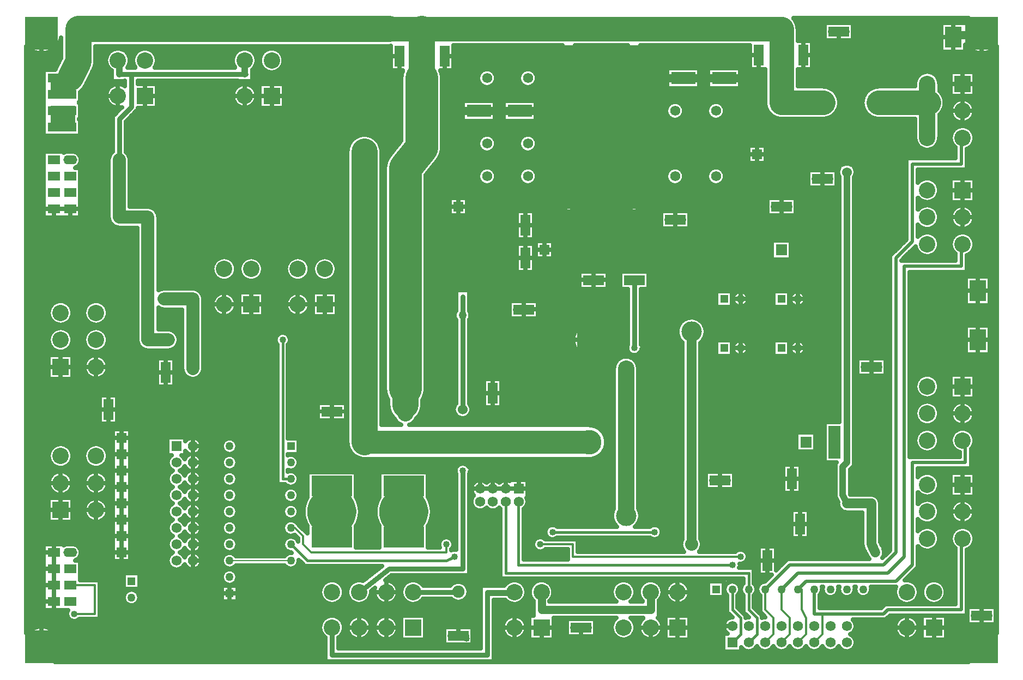
<source format=gbl>
*%FSLAX24Y24*%
*%MOIN*%
G01*
%ADD11C,0.0000*%
%ADD12C,0.0050*%
%ADD13C,0.0060*%
%ADD14C,0.0073*%
%ADD15C,0.0080*%
%ADD16C,0.0100*%
%ADD17C,0.0120*%
%ADD18C,0.0160*%
%ADD19C,0.0200*%
%ADD20C,0.0200*%
%ADD21C,0.0240*%
%ADD22C,0.0250*%
%ADD23C,0.0300*%
%ADD24C,0.0320*%
%ADD25C,0.0380*%
%ADD26C,0.0400*%
%ADD27C,0.0400*%
%ADD28C,0.0440*%
%ADD29C,0.0500*%
%ADD30C,0.0500*%
%ADD31C,0.0520*%
%ADD32C,0.0540*%
%ADD33C,0.0560*%
%ADD34C,0.0580*%
%ADD35C,0.0600*%
%ADD36C,0.0600*%
%ADD37C,0.0620*%
%ADD38C,0.0640*%
%ADD39C,0.0660*%
%ADD40C,0.0670*%
%ADD41C,0.0700*%
%ADD42C,0.0700*%
%ADD43C,0.0740*%
%ADD44C,0.0750*%
%ADD45C,0.0760*%
%ADD46C,0.0790*%
%ADD47C,0.0800*%
%ADD48C,0.0800*%
%ADD49C,0.0840*%
%ADD50O,0.0850X0.0560*%
%ADD51C,0.0870*%
%ADD52O,0.0890X0.0600*%
%ADD53C,0.0950*%
%ADD54C,0.1000*%
%ADD55C,0.1000*%
%ADD56C,0.1040*%
%ADD57C,0.1200*%
%ADD58C,0.1250*%
%ADD59C,0.1250*%
%ADD60C,0.1290*%
%ADD61C,0.1400*%
%ADD62C,0.1500*%
%ADD63C,0.1500*%
%ADD64C,0.1540*%
%ADD65C,0.1600*%
%ADD66C,0.1620*%
%ADD67C,0.1800*%
%ADD68C,0.1820*%
%ADD69C,0.2000*%
%ADD70C,0.2000*%
%ADD71C,0.2040*%
%ADD72C,0.2500*%
%ADD73R,0.0200X0.0200*%
%ADD74R,0.0300X0.0300*%
%ADD75R,0.0350X0.0550*%
%ADD76R,0.0360X0.0360*%
%ADD77R,0.0394X0.1102*%
%ADD78R,0.0400X0.0400*%
%ADD79R,0.0400X0.0500*%
%ADD80R,0.0400X0.2400*%
%ADD81R,0.0500X0.0360*%
%ADD82R,0.0500X0.0500*%
%ADD83R,0.0500X0.0500*%
%ADD84R,0.0500X0.1200*%
%ADD85R,0.0540X0.0400*%
%ADD86R,0.0540X0.0540*%
%ADD87R,0.0550X0.0350*%
%ADD88R,0.0551X0.1417*%
%ADD89R,0.0591X0.1260*%
%ADD90R,0.0600X0.0600*%
%ADD91R,0.0600X0.1250*%
%ADD92R,0.0620X0.0620*%
%ADD93R,0.0631X0.1300*%
%ADD94R,0.0640X0.0640*%
%ADD95R,0.0640X0.1290*%
%ADD96R,0.0660X0.0660*%
%ADD97R,0.0700X0.0700*%
%ADD98R,0.0700X0.0700*%
%ADD99R,0.0700X0.1000*%
%ADD100R,0.0700X0.1900*%
%ADD101R,0.0740X0.0740*%
%ADD102R,0.0740X0.1040*%
%ADD103R,0.0750X0.0560*%
%ADD104R,0.0750X0.2000*%
%ADD105R,0.0790X0.0600*%
%ADD106R,0.0790X0.2040*%
%ADD107R,0.0900X0.0900*%
%ADD108R,0.0900X0.1200*%
%ADD109R,0.0984X0.1299*%
%ADD110R,0.1000X0.1000*%
%ADD111R,0.1000X0.1000*%
%ADD112R,0.1024X0.1339*%
%ADD113R,0.1040X0.1040*%
%ADD114R,0.1100X0.1100*%
%ADD115R,0.1102X0.0394*%
%ADD116R,0.1200X0.0500*%
%ADD117R,0.1200X0.1200*%
%ADD118R,0.1250X0.0150*%
%ADD119R,0.1250X0.0600*%
%ADD120R,0.1290X0.0640*%
%ADD121R,0.1290X0.1290*%
%ADD122R,0.1300X0.0650*%
%ADD123R,0.1300X0.0700*%
%ADD124R,0.1350X0.0600*%
%ADD125R,0.1350X0.0650*%
%ADD126R,0.1400X0.0650*%
%ADD127R,0.1400X0.0700*%
%ADD128R,0.1417X0.0551*%
%ADD129R,0.1500X0.0750*%
%ADD130R,0.1500X0.1500*%
%ADD131R,0.1540X0.0790*%
%ADD132R,0.1900X0.0700*%
%ADD133R,0.2000X0.0750*%
%ADD134R,0.2000X0.2000*%
%ADD135R,0.2040X0.0790*%
%ADD136R,0.2200X0.2200*%
%ADD137R,0.2250X0.0500*%
%ADD138R,0.2500X0.1250*%
%ADD139R,0.2500X0.2500*%
D15*
X84230Y65140D02*
X87980D01*
D17*
X75980Y63640D02*
Y61890D01*
X88730Y66140D02*
Y66640D01*
Y66140D02*
X89230Y65640D01*
X88730Y66640D02*
X88230Y67140D01*
X97480Y66140D02*
Y65640D01*
X105230Y65390D02*
Y66140D01*
X109980Y63223D02*
Y63140D01*
X116980Y63390D02*
Y62140D01*
X117480Y61640D01*
Y60640D02*
X116980Y60140D01*
X117480Y60640D02*
Y61640D01*
X118480D02*
Y60640D01*
X117980Y62140D02*
Y63390D01*
X119230D02*
Y62140D01*
X119480Y61640D01*
X118480D02*
X117980Y62140D01*
X118480Y60640D02*
X117980Y60140D01*
X118980D02*
X119480Y60640D01*
X119980Y62140D02*
Y63390D01*
Y61890D01*
X120480D02*
Y60640D01*
X119480D02*
Y61640D01*
X120480Y60640D02*
X119980Y60140D01*
X75980Y63640D02*
X74480D01*
X74730Y61890D02*
X75980D01*
X118980Y63390D02*
X119230D01*
X119980Y61890D02*
X120480D01*
X97480Y65640D02*
X89230D01*
X105230Y65390D02*
X115480D01*
X88230Y67140D02*
X87980D01*
X103230Y66140D02*
X105230D01*
D18*
X87480Y70140D02*
Y78640D01*
X87980Y66140D02*
X88980Y65140D01*
X97480D02*
X97980Y65390D01*
X101120Y64390D02*
Y68740D01*
X101900D02*
Y64890D01*
X114980Y63390D02*
Y62140D01*
X115480Y61640D01*
Y60640D02*
X114980Y60140D01*
X115980Y63390D02*
Y64390D01*
X115480Y61640D02*
Y60640D01*
X116480D02*
Y61640D01*
X115980Y62140D02*
Y63390D01*
Y62140D02*
X116480Y61640D01*
Y60640D02*
X115980Y60140D01*
X126730Y72390D02*
X126897Y72486D01*
X115980Y64390D02*
X101120D01*
X101900Y64890D02*
X114980D01*
X97480Y65140D02*
X88980D01*
X103980Y66890D02*
X110230D01*
X87980Y70140D02*
X87480D01*
D20*
X116980Y63390D02*
X118480Y64890D01*
X118980Y64390D02*
X117980Y63390D01*
X118980D02*
X119480Y63890D01*
X119980Y63390D02*
Y61890D01*
X124980Y72640D02*
Y83640D01*
Y72640D02*
Y65640D01*
Y83640D02*
X125980Y84640D01*
Y64890D02*
X124980Y63890D01*
X124480Y62140D02*
X124230Y61890D01*
Y64890D02*
X124980Y65640D01*
X125480Y65390D02*
X124480Y64390D01*
X125980Y84640D02*
Y89390D01*
Y71140D02*
Y64890D01*
X125480Y72140D02*
Y83140D01*
Y72140D02*
Y65390D01*
X128980Y89390D02*
Y90890D01*
Y84390D02*
Y83140D01*
Y66390D02*
Y62140D01*
Y66390D02*
X129063Y66486D01*
X128980Y84390D02*
X129063Y84486D01*
X128980Y90890D02*
X129063Y90986D01*
X129230Y72640D02*
Y71140D01*
X129063Y72486D02*
X129230Y72640D01*
X128980Y62140D02*
X124480D01*
X124230Y61890D02*
X122480D01*
X119980D01*
X118480Y64890D02*
X124230D01*
X124480Y64390D02*
X118980D01*
X119480Y63890D02*
X124980D01*
X125980Y71140D02*
X129230D01*
X128980Y83140D02*
X125480D01*
X125980Y89390D02*
X128980D01*
D22*
X96952Y89612D02*
X96225Y88703D01*
X94008Y89918D02*
X94735Y90827D01*
X121781Y68043D02*
X121898Y68101D01*
X121210Y69185D02*
X121133Y69339D01*
X121210Y69185D02*
X121285Y69035D01*
X121441Y68722D01*
X121723Y68160D02*
X121755Y68095D01*
X121781Y68043D01*
X122205Y69185D02*
X122175Y69245D01*
X122993Y65896D02*
X122993Y65896D01*
X123243Y65396D01*
X75914Y95172D02*
X75915Y95173D01*
X75914Y95172D02*
X75415Y94173D01*
X73925Y95867D02*
X73935Y95887D01*
X73925Y95867D02*
X73569Y95155D01*
X94115Y64245D02*
X93741Y63955D01*
X93114Y63468D02*
X92885Y63291D01*
X92827Y64245D02*
X93561Y64815D01*
X92827Y64245D02*
X92401Y63915D01*
X88039Y65621D02*
X88005Y65656D01*
X88461Y65199D02*
X88655Y65005D01*
X88805Y64855D01*
X88845Y64815D01*
X88980Y64680D01*
X88425Y66514D02*
X88220Y66719D01*
X88281Y67520D02*
X88230Y67571D01*
X88360Y67441D02*
X88361Y67440D01*
X88425Y67376D01*
X88535Y67266D01*
X88856Y66945D01*
X88966Y66835D01*
X88995Y66806D01*
X114520Y62140D02*
X114655Y62005D01*
X114695Y61965D01*
X114845Y61815D01*
X114975Y61685D01*
X115305Y62275D02*
X115615Y61965D01*
X115655Y61925D01*
X115765Y61815D01*
X115805Y61775D01*
X115900Y61679D01*
X115655Y62005D02*
X115520Y62140D01*
X115655Y62005D02*
X115695Y61965D01*
X115805Y61855D01*
X115825Y61835D01*
X115845Y61815D01*
X115975Y61685D01*
X116305Y62275D02*
X116615Y61965D01*
X116635Y61945D01*
X116675Y61905D01*
X116745Y61835D01*
X116765Y61815D01*
X116805Y61775D01*
X116900Y61679D01*
X116675Y62014D02*
X116549Y62140D01*
X116675Y62014D02*
X116724Y61965D01*
X116744Y61945D01*
X116805Y61884D01*
X116854Y61835D01*
X116874Y61815D01*
X117004Y61684D01*
X124635Y83497D02*
X124492Y83640D01*
X126325Y65033D02*
X126468Y64890D01*
X124949Y63433D02*
X124837Y63545D01*
X124480Y62628D02*
X124623Y62485D01*
X124087Y61545D02*
X124230Y61402D01*
X122594Y71155D02*
X122425Y71324D01*
X122594Y71155D02*
X122609Y71140D01*
X121285Y70706D02*
X121101Y70890D01*
X77085Y91976D02*
X76921Y92140D01*
X118480Y65378D02*
X118623Y65235D01*
X116495Y63387D02*
X116492Y63390D01*
X89115Y64815D02*
X88980Y64680D01*
X88220Y67561D02*
X88230Y67571D01*
X114520Y62140D02*
X114655Y62275D01*
X115520Y62140D02*
X115655Y62275D01*
X116549Y62140D02*
X116675Y62266D01*
X126123Y84295D02*
X126176Y84348D01*
X126123Y84295D02*
X125825Y83997D01*
X125813Y83985D01*
X125635Y83807D01*
X125325Y83497D01*
Y84473D02*
X125635Y84783D01*
X125325Y84473D02*
X125147Y84295D01*
X125135Y84283D01*
X124837Y83985D01*
X124635Y83783D01*
X124492Y83640D01*
X126468Y64890D02*
X126325Y64747D01*
X126313Y64735D01*
X126123Y64545D01*
X125825Y64247D01*
X125813Y64235D01*
X125635Y64057D01*
X125623Y64045D01*
X125524Y63946D01*
X124623Y61795D02*
X124575Y61747D01*
X124373Y61545D01*
X124230Y61402D01*
X124337Y62485D02*
X124480Y62628D01*
X124337Y62485D02*
X124135Y62283D01*
X124087Y62235D01*
X124575Y65723D02*
X124635Y65783D01*
X124575Y65723D02*
X124169Y65317D01*
X122425Y70956D02*
X122609Y71140D01*
X122425Y70956D02*
X122175Y70706D01*
X121366Y71155D02*
X121285Y71074D01*
X121101Y70890D01*
X78721Y92822D02*
X78625Y92726D01*
X78434Y92535D01*
X78394Y92495D01*
X78322Y92423D01*
X77875Y91976D01*
X77604Y92822D02*
X77644Y92863D01*
X77604Y92822D02*
X77316Y92535D01*
X77276Y92495D01*
X77085Y92304D01*
X76921Y92140D01*
X118337Y65235D02*
X118480Y65378D01*
X118337Y65235D02*
X118285Y65183D01*
X118135Y65033D01*
X117837Y64735D01*
X117817Y64715D01*
X117675Y64573D01*
X117665Y64563D01*
X117382Y64280D02*
X117285Y64183D01*
X117167Y64065D01*
X117147Y64045D01*
X116977Y63875D01*
X116495Y63393D02*
X116492Y63390D01*
X71830Y60736D02*
Y96544D01*
X72080Y96340D02*
Y60940D01*
X71805Y60708D02*
Y96572D01*
X72870Y94155D02*
Y94125D01*
Y93195D02*
Y93175D01*
Y93155D01*
Y93125D01*
Y93085D01*
Y92155D02*
Y92125D01*
Y87155D02*
Y87125D01*
Y88125D02*
Y88155D01*
Y89125D02*
Y89155D01*
Y65155D02*
Y65125D01*
Y64155D02*
Y64125D01*
Y63155D02*
Y63125D01*
X72330Y61058D02*
Y96222D01*
X72580Y96164D02*
Y95155D01*
Y94155D01*
Y94125D02*
Y93155D01*
Y93125D02*
Y92155D01*
Y92125D02*
Y91125D01*
Y90155D01*
Y89155D01*
Y89125D02*
Y88155D01*
Y88125D02*
Y87155D01*
Y87125D02*
Y86125D01*
Y66155D01*
Y65155D01*
Y65125D02*
Y64155D01*
Y64125D02*
Y63155D01*
Y63125D02*
Y62125D01*
Y61116D01*
X72830Y95155D02*
Y96159D01*
Y95085D02*
Y94155D01*
Y94125D02*
Y93195D01*
Y93085D02*
Y92155D01*
Y92125D02*
Y91195D01*
Y91125D02*
Y90155D01*
Y89155D01*
Y89125D02*
Y88155D01*
Y88125D02*
Y87155D01*
Y87125D02*
Y86125D01*
Y66155D01*
Y65155D01*
Y65125D02*
Y64155D01*
Y64125D02*
Y63155D01*
Y63125D02*
Y62125D01*
Y61121D01*
X73080Y95155D02*
Y96206D01*
Y91125D02*
Y90155D01*
Y86125D02*
Y77721D01*
Y76251D01*
Y68971D01*
Y67501D01*
Y66155D01*
Y62125D02*
Y61074D01*
X73330Y95155D02*
Y96311D01*
Y91125D02*
Y90155D01*
Y86125D02*
Y80761D01*
Y79826D02*
Y79107D01*
Y78173D02*
Y77721D01*
Y76251D02*
Y72011D01*
Y71076D02*
Y70357D01*
Y69423D02*
Y68971D01*
Y67501D02*
Y66155D01*
Y62125D02*
Y60969D01*
X73580Y95177D02*
Y96494D01*
Y91125D02*
Y90155D01*
Y86125D02*
Y80957D01*
Y79631D02*
Y79303D01*
Y77977D02*
Y77721D01*
Y76251D02*
Y72207D01*
Y70881D02*
Y70553D01*
Y69227D02*
Y68971D01*
Y67501D02*
Y66155D01*
Y62125D02*
Y60786D01*
X73830Y95677D02*
Y96829D01*
Y91125D02*
Y90155D01*
Y86125D02*
Y81025D01*
Y76251D02*
Y72275D01*
Y67501D02*
Y66155D01*
Y62125D02*
Y60451D01*
Y59329D02*
Y58965D01*
X74080Y90155D02*
Y91125D01*
Y86125D02*
Y81005D01*
Y76251D02*
Y72255D01*
Y67501D02*
Y66155D01*
Y62125D02*
Y58965D01*
X73925Y91070D02*
Y91125D01*
X73035D02*
Y91070D01*
X73935Y95887D02*
Y97119D01*
X73870Y91125D02*
Y91000D01*
X72870Y95085D02*
Y95155D01*
Y95085D02*
Y94155D01*
Y94125D02*
Y94000D01*
Y94125D02*
Y93195D01*
Y93085D02*
Y93000D01*
Y93085D02*
Y92155D01*
Y92125D02*
Y92000D01*
X74090Y91125D02*
Y91000D01*
X72870Y91195D02*
Y92125D01*
Y91195D02*
Y91155D01*
Y91125D01*
Y91000D01*
X74090Y86125D02*
Y86000D01*
X72870Y86125D02*
Y87125D01*
Y86125D02*
Y86000D01*
Y87155D02*
Y88125D01*
Y87125D02*
Y87000D01*
Y88155D02*
Y89125D01*
Y88125D02*
Y88000D01*
X74090Y90093D02*
Y90155D01*
X72870D02*
Y89155D01*
Y89125D02*
Y89000D01*
X73870Y86125D02*
Y86000D01*
X73162Y77721D02*
Y76251D01*
X73870Y62125D02*
Y62000D01*
X74090Y66093D02*
Y66155D01*
X72870D02*
Y65155D01*
Y65125D02*
Y65000D01*
Y65125D02*
Y64155D01*
Y64125D02*
Y64000D01*
Y64125D02*
Y63155D01*
Y63125D02*
Y63000D01*
X74090Y62125D02*
Y62000D01*
X72870Y62125D02*
Y63125D01*
Y62125D02*
Y62000D01*
X73162Y67501D02*
Y68971D01*
X72730Y61125D02*
Y59890D01*
X73897Y67501D02*
Y68236D01*
Y68971D01*
Y69155D02*
Y69890D01*
Y70625D01*
X73480Y62640D02*
Y62030D01*
Y62640D02*
Y63250D01*
Y63030D02*
Y63640D01*
Y64250D01*
Y64030D02*
Y64640D01*
Y65250D01*
Y65030D02*
Y65640D01*
Y66250D01*
X73897Y76251D02*
Y76986D01*
Y77721D01*
X73480Y86030D02*
Y86640D01*
X72730Y96155D02*
Y97390D01*
X75090Y92155D02*
Y92125D01*
Y93175D02*
Y93195D01*
Y93175D02*
Y93155D01*
Y93125D01*
Y88155D02*
Y88125D01*
Y87155D02*
Y87125D01*
Y64155D02*
Y64125D01*
X74330Y90155D02*
Y91125D01*
Y86125D02*
Y80888D01*
Y79699D02*
Y79234D01*
Y78046D02*
Y77721D01*
Y76251D02*
Y72138D01*
Y70949D02*
Y70484D01*
Y69296D02*
Y68971D01*
Y67501D02*
Y66155D01*
Y61585D02*
Y58965D01*
X74580Y90155D02*
Y91125D01*
Y86125D02*
Y80566D01*
Y80021D02*
Y78912D01*
Y78368D02*
Y77721D01*
Y76251D02*
Y71816D01*
Y71271D02*
Y70162D01*
Y69618D02*
Y68971D01*
Y67501D02*
Y66155D01*
Y61471D02*
Y58965D01*
X74830Y90155D02*
Y91125D01*
Y86125D02*
Y77721D01*
Y76251D01*
Y68971D01*
Y67501D01*
Y66155D01*
Y61456D02*
Y58965D01*
X75080Y89881D02*
Y91125D01*
Y86125D02*
Y65881D01*
Y61585D02*
Y58965D01*
X75330Y93155D02*
Y94032D01*
Y93125D02*
Y92155D01*
Y92125D02*
Y91125D01*
Y89155D01*
Y88155D01*
Y88125D02*
Y87155D01*
Y87125D02*
Y86125D01*
Y80352D01*
Y80235D02*
Y79035D01*
Y78698D01*
Y78582D02*
Y78245D01*
Y77045D01*
Y76928D02*
Y71602D01*
Y71485D02*
Y69948D01*
Y69832D02*
Y68295D01*
Y68178D02*
Y65155D01*
Y64155D01*
Y61585D02*
Y58965D01*
X75580Y80848D02*
Y94503D01*
Y79739D02*
Y79194D01*
Y78086D02*
Y77541D01*
Y76432D02*
Y72098D01*
Y70989D02*
Y70444D01*
Y69336D02*
Y68791D01*
Y67682D02*
Y63945D01*
Y61585D02*
Y58965D01*
X75830Y80991D02*
Y95003D01*
Y79596D02*
Y79337D01*
Y77943D02*
Y77684D01*
Y76289D02*
Y72241D01*
Y70846D02*
Y70587D01*
Y69193D02*
Y68934D01*
Y67539D02*
Y63945D01*
Y61585D02*
Y58965D01*
X76080Y81028D02*
Y96595D01*
Y76252D02*
Y75250D01*
Y73530D01*
Y72278D01*
Y67502D02*
Y63945D01*
Y61585D02*
Y58965D01*
X76025Y95640D02*
Y96595D01*
Y95640D02*
Y95640D01*
X75015Y93175D02*
Y93155D01*
Y93125D01*
Y92155D02*
Y92125D01*
Y91155D02*
Y91125D01*
X75090Y91155D02*
Y92125D01*
Y91155D02*
Y91125D01*
Y91000D01*
Y93195D02*
Y93792D01*
Y93125D02*
Y93000D01*
Y93125D02*
Y92155D01*
Y92125D02*
Y92000D01*
Y88125D02*
Y87155D01*
Y87125D02*
Y87000D01*
Y88155D02*
Y89155D01*
Y88125D02*
Y88000D01*
Y87125D02*
Y86125D01*
Y86000D01*
X74632Y77721D02*
Y76251D01*
X75090Y65155D02*
Y64155D01*
Y64125D02*
Y64000D01*
Y63945D02*
Y64125D01*
X74632Y67501D02*
Y68971D01*
X76063Y69155D02*
Y69890D01*
Y70625D01*
Y68236D02*
Y67501D01*
Y68236D02*
Y68971D01*
Y76251D02*
Y76986D01*
Y77721D01*
X74480Y86030D02*
Y86640D01*
X76285Y63945D02*
Y63335D01*
Y62195D02*
Y61585D01*
X77925Y96240D02*
Y96335D01*
X77035Y95087D02*
Y94495D01*
Y94445D01*
X77085D02*
Y94495D01*
X77095Y70175D02*
Y70105D01*
Y69175D02*
Y69105D01*
Y68175D02*
Y68105D01*
Y67175D02*
Y67105D01*
Y66175D02*
Y66105D01*
Y71105D02*
Y71175D01*
Y72105D02*
Y72175D01*
X76330Y80978D02*
Y96595D01*
Y79609D02*
Y79325D01*
Y77955D02*
Y77671D01*
Y76302D02*
Y75250D01*
Y73530D02*
Y72228D01*
Y70859D02*
Y70575D01*
Y69205D02*
Y68921D01*
Y67552D02*
Y63945D01*
Y63335D01*
Y62195D01*
Y61585D01*
Y58965D01*
X76580Y80816D02*
Y96595D01*
Y79771D02*
Y79162D01*
Y78118D02*
Y77509D01*
Y76464D02*
Y75250D01*
Y73530D02*
Y72066D01*
Y71021D02*
Y70412D01*
Y69368D02*
Y68759D01*
Y67714D02*
Y63945D01*
Y63335D01*
Y62195D01*
Y61585D01*
Y58965D01*
X76830Y96335D02*
Y96595D01*
Y95263D02*
Y94495D01*
Y94445D02*
Y94017D01*
Y93097D02*
Y92535D01*
Y89245D01*
Y75250D01*
Y73530D02*
Y73175D01*
Y72175D01*
Y72105D02*
Y71175D01*
Y71105D02*
Y70175D01*
Y70105D02*
Y69175D01*
Y69105D02*
Y68175D01*
Y68105D02*
Y67175D01*
Y67105D02*
Y66175D01*
Y66105D02*
Y65105D01*
Y58965D01*
X77080Y92535D02*
Y92897D01*
Y92299D02*
Y91981D01*
Y90146D01*
Y85634D02*
Y75250D01*
Y73530D02*
Y73175D01*
Y72175D01*
Y72105D02*
Y71175D01*
Y71105D02*
Y70175D01*
Y70105D02*
Y69175D01*
Y69105D02*
Y68175D01*
Y68105D02*
Y67175D01*
Y67105D02*
Y66175D01*
Y66105D02*
Y65105D01*
Y58965D01*
X77330Y92549D02*
Y92826D01*
Y85495D02*
Y75250D01*
Y73530D02*
Y73175D01*
Y65105D02*
Y58965D01*
X77580Y75250D02*
Y85495D01*
Y75250D02*
Y73530D01*
Y73175D01*
Y65105D02*
Y64375D01*
Y63405D01*
Y58965D01*
X77830Y96335D02*
Y96595D01*
Y94445D02*
Y94156D01*
Y85495D02*
Y73175D01*
Y65105D02*
Y64375D01*
Y62616D02*
Y58965D01*
X78080Y96335D02*
Y96595D01*
Y96335D02*
Y96009D01*
Y92181D02*
Y89877D01*
Y85495D02*
Y73175D01*
Y65105D02*
Y64375D01*
Y62429D02*
Y58965D01*
X76285Y62195D02*
Y63335D01*
X78125Y89245D02*
Y89640D01*
Y89245D02*
Y86785D01*
X76835Y89245D02*
Y89640D01*
Y89245D02*
Y86140D01*
X77875Y90150D02*
Y91976D01*
X77085Y92304D02*
Y92535D01*
Y92304D02*
Y91976D01*
Y90150D01*
X77835Y94445D02*
Y94495D01*
Y94445D02*
Y94152D01*
X77365Y75250D02*
Y73530D01*
X76295D02*
Y75250D01*
X77745Y64375D02*
Y63405D01*
X77095Y69175D02*
Y70105D01*
Y69105D02*
Y68980D01*
Y69105D02*
Y68175D01*
Y68105D02*
Y67980D01*
Y68105D02*
Y67175D01*
Y67105D02*
Y66980D01*
Y67105D02*
Y66175D01*
Y66105D02*
Y65980D01*
Y66105D02*
Y65105D01*
Y64980D01*
Y70175D02*
Y71105D01*
Y70105D02*
Y69980D01*
Y71175D02*
Y72105D01*
Y71105D02*
Y70980D01*
Y72175D02*
Y73175D01*
Y72105D02*
Y71980D01*
X77630Y72105D02*
Y72640D01*
Y73175D01*
Y71640D02*
Y71105D01*
Y71640D02*
Y72175D01*
Y70640D02*
Y70105D01*
Y70640D02*
Y71175D01*
Y65640D02*
Y65105D01*
Y65640D02*
Y66175D01*
Y66105D02*
Y66640D01*
Y67175D01*
Y67105D02*
Y67640D01*
Y68175D01*
Y68105D02*
Y68640D01*
Y69175D01*
Y69105D02*
Y69640D01*
Y70175D01*
X76830Y73530D02*
Y74390D01*
Y75250D01*
X77403Y92822D02*
Y93557D01*
Y94292D01*
X78165Y70175D02*
Y70105D01*
Y69175D02*
Y69105D01*
Y68175D02*
Y68105D01*
Y67175D02*
Y67105D01*
Y66175D02*
Y66105D01*
Y71105D02*
Y71175D01*
Y72105D02*
Y72175D01*
X78330Y95832D02*
Y96595D01*
Y95613D02*
Y95285D01*
Y92431D02*
Y86785D01*
Y85495D02*
Y73175D01*
Y72175D01*
Y72105D02*
Y71175D01*
Y71105D02*
Y70175D01*
Y70105D02*
Y69175D01*
Y69105D02*
Y68175D01*
Y68105D02*
Y67175D01*
Y67105D02*
Y66175D01*
Y66105D02*
Y65105D01*
Y64375D01*
Y62415D02*
Y58965D01*
X78580Y96282D02*
Y96595D01*
Y92495D02*
Y86785D01*
Y85495D02*
Y64375D01*
Y62554D02*
Y58965D01*
X78830Y92495D02*
Y92822D01*
Y92495D02*
Y86785D01*
Y78134D02*
Y64375D01*
Y63405D01*
Y58965D01*
X79080Y86785D02*
Y92822D01*
Y77995D02*
Y58965D01*
X79330Y86785D02*
Y92822D01*
Y77995D02*
Y58965D01*
X79580Y96239D02*
Y96595D01*
Y92822D02*
Y86682D01*
Y77995D02*
Y77500D01*
Y75780D01*
Y58965D01*
X79830Y95285D02*
Y96595D01*
Y94292D02*
Y92822D01*
Y86377D01*
Y77995D02*
Y77500D01*
Y75780D02*
Y58965D01*
X80080Y95285D02*
Y96595D01*
Y94292D02*
Y92822D01*
Y81785D01*
Y80495D02*
Y79285D01*
Y77995D02*
Y77500D01*
Y75780D02*
Y58965D01*
X79875Y81679D02*
Y86140D01*
Y80601D02*
Y79285D01*
X78585Y78640D02*
Y85495D01*
X78625Y94292D02*
Y94495D01*
Y92822D02*
Y92726D01*
Y92495D01*
X79792Y92822D02*
Y94292D01*
X79795Y77500D02*
Y75780D01*
X78715Y64375D02*
Y63405D01*
X78165Y69175D02*
Y70105D01*
Y69105D02*
Y68980D01*
Y69105D02*
Y68175D01*
Y68105D02*
Y67980D01*
Y68105D02*
Y67175D01*
Y67105D02*
Y66980D01*
Y67105D02*
Y66175D01*
Y66105D02*
Y65980D01*
Y66105D02*
Y65105D01*
Y64980D01*
Y70175D02*
Y71105D01*
Y70105D02*
Y69980D01*
Y71175D02*
Y72105D01*
Y71105D02*
Y70980D01*
Y72175D02*
Y73175D01*
Y72105D02*
Y71980D01*
X79057Y92822D02*
Y93557D01*
Y94292D01*
X80330Y95285D02*
Y96595D01*
Y94495D02*
Y81785D01*
Y80495D02*
Y79285D01*
Y77995D02*
Y77500D01*
Y75780D02*
Y72685D01*
Y71595D01*
Y58965D01*
X80580Y95285D02*
Y96595D01*
Y94495D02*
Y81785D01*
Y80495D02*
Y79285D01*
Y77995D02*
Y77500D01*
Y75780D02*
Y72685D01*
Y70770D02*
Y70510D01*
Y69770D02*
Y69510D01*
Y68770D02*
Y68510D01*
Y67770D02*
Y67510D01*
Y66770D02*
Y66510D01*
Y65770D02*
Y65510D01*
Y64770D02*
Y58965D01*
X80830Y95285D02*
Y96595D01*
Y94495D02*
Y81785D01*
Y80495D02*
Y79182D01*
Y78098D02*
Y77500D01*
Y75780D02*
Y72685D01*
Y64616D02*
Y58965D01*
X81080Y95285D02*
Y96595D01*
Y94495D02*
Y81785D01*
Y80495D02*
Y78877D01*
Y78403D02*
Y77500D01*
Y75780D01*
Y72685D01*
Y64604D02*
Y58965D01*
X81330Y95285D02*
Y96595D01*
Y94495D02*
Y81785D01*
Y80495D02*
Y72685D01*
Y64722D02*
Y58965D01*
X81580Y95285D02*
Y96595D01*
Y94495D02*
Y81785D01*
Y76384D02*
Y72685D01*
Y70770D02*
Y70510D01*
Y69770D02*
Y69510D01*
Y68770D02*
Y68510D01*
Y67770D02*
Y67510D01*
Y66770D02*
Y66510D01*
Y65770D02*
Y65510D01*
Y64770D02*
Y58965D01*
X81830Y95285D02*
Y96595D01*
Y94495D02*
Y81785D01*
Y76263D02*
Y72685D01*
Y64616D02*
Y58965D01*
X81335Y76890D02*
Y80495D01*
X80865Y77500D02*
Y75780D01*
X81525Y72685D02*
Y72440D01*
Y71840D02*
Y71595D01*
X80435D02*
Y72685D01*
X81980Y65140D02*
Y64595D01*
Y65140D02*
Y65685D01*
Y65595D02*
Y66140D01*
Y66685D01*
Y66595D02*
Y67140D01*
Y67685D01*
Y67595D02*
Y68140D01*
Y68685D01*
Y68595D02*
Y69140D01*
Y69685D01*
Y69595D02*
Y70140D01*
Y70685D01*
Y71595D02*
Y72140D01*
Y72685D01*
Y71140D02*
Y70595D01*
Y71140D02*
Y71685D01*
X80330Y75780D02*
Y76640D01*
Y77500D01*
X82080Y95285D02*
Y96595D01*
Y94495D02*
Y81785D01*
Y76253D02*
Y72676D01*
Y64604D02*
Y58965D01*
X82330Y95285D02*
Y96595D01*
Y94495D02*
Y81682D01*
Y76348D02*
Y72558D01*
Y64722D02*
Y58965D01*
X82580Y95285D02*
Y96595D01*
Y94495D02*
Y81377D01*
Y76653D02*
Y58965D01*
X82830Y95285D02*
Y96595D01*
Y94495D02*
Y58965D01*
X83080Y95285D02*
Y96595D01*
Y94495D02*
Y58965D01*
X83330Y95285D02*
Y96595D01*
Y94495D02*
Y83433D01*
Y82513D02*
Y81267D01*
Y80347D02*
Y58965D01*
X83580Y95285D02*
Y96595D01*
Y94495D02*
Y83633D01*
Y82313D02*
Y81467D01*
Y80147D02*
Y63625D01*
Y62655D01*
Y58965D01*
X83830Y95285D02*
Y96595D01*
Y94495D02*
Y83704D01*
Y82241D02*
Y81539D01*
Y80076D02*
Y72414D01*
Y71866D02*
Y71414D01*
Y70866D02*
Y70414D01*
Y69866D02*
Y69414D01*
Y68866D02*
Y68414D01*
Y67866D02*
Y67414D01*
Y66866D02*
Y66414D01*
Y65866D02*
Y65425D01*
Y64855D02*
Y64414D01*
Y62655D02*
Y58965D01*
X82625Y76890D02*
Y81140D01*
X83745Y63625D02*
Y62655D01*
X83903Y80072D02*
Y80807D01*
Y81542D01*
X84080Y95285D02*
Y96595D01*
Y94495D02*
Y83686D01*
Y82259D02*
Y81521D01*
Y80094D02*
Y72601D01*
Y62655D02*
Y58965D01*
X84330Y95285D02*
Y96595D01*
Y94495D02*
Y83571D01*
Y82374D02*
Y81406D01*
Y80209D02*
Y72615D01*
Y62655D02*
Y58965D01*
X84580Y96183D02*
Y96595D01*
Y94445D02*
Y94017D01*
Y93097D02*
Y83259D01*
Y82686D02*
Y81542D01*
Y81094D01*
Y80521D02*
Y80072D01*
Y72476D01*
Y71804D02*
Y71476D01*
Y70804D02*
Y70476D01*
Y69804D02*
Y69476D01*
Y68804D02*
Y68476D01*
Y67804D02*
Y67476D01*
Y66804D02*
Y66476D01*
Y65804D02*
Y65476D01*
Y64804D02*
Y64476D01*
Y62655D02*
Y58965D01*
X84830Y83082D02*
Y92897D01*
Y82863D02*
Y81542D01*
Y80072D02*
Y65425D01*
Y64855D02*
Y63625D01*
Y62655D01*
Y58965D01*
X85080Y83532D02*
Y92826D01*
Y82413D02*
Y81542D01*
Y80072D02*
Y65425D01*
Y64855D02*
Y58965D01*
X85330Y83672D02*
Y92844D01*
Y82274D02*
Y81542D01*
Y80072D02*
Y65425D01*
Y64855D02*
Y58965D01*
X85580Y96321D02*
Y96595D01*
Y94445D02*
Y94156D01*
Y92959D02*
Y83707D01*
Y82238D02*
Y81542D01*
Y80072D02*
Y65425D01*
Y64855D02*
Y58965D01*
X85830Y96168D02*
Y96595D01*
Y95285D02*
Y94495D01*
Y94292D02*
Y93844D01*
Y93271D02*
Y92822D01*
Y83655D01*
Y82290D02*
Y81542D01*
Y80072D02*
Y65425D01*
Y64855D02*
Y58965D01*
X85598Y94445D02*
Y94495D01*
X84708D02*
Y94445D01*
X85625Y94495D02*
Y95159D01*
Y94495D02*
Y94445D01*
X84822Y81542D02*
Y80072D01*
X84715Y63625D02*
Y62655D01*
X84230D02*
Y63140D01*
Y63625D01*
X85557Y80072D02*
Y80807D01*
Y81542D01*
X85153Y92822D02*
Y93557D01*
Y94292D01*
X87155Y70465D02*
Y69815D01*
X86080Y95832D02*
Y96595D01*
Y95613D02*
Y94292D01*
Y92822D02*
Y83489D01*
Y82456D02*
Y81542D01*
Y80072D02*
Y65425D01*
Y64855D02*
Y58965D01*
X86330Y96282D02*
Y96595D01*
Y95163D02*
Y94292D01*
Y92822D02*
Y81542D01*
Y80072D01*
Y65425D01*
Y64855D02*
Y58965D01*
X86580Y94292D02*
Y95024D01*
Y92822D02*
Y81542D01*
Y80072D01*
Y65425D01*
Y64855D02*
Y58965D01*
X86830Y94292D02*
Y94988D01*
Y92822D02*
Y65425D01*
Y64855D02*
Y58965D01*
X87080Y94292D02*
Y95040D01*
Y92822D02*
Y78965D01*
Y78445D02*
Y70465D01*
Y69815D01*
Y65425D01*
Y64855D02*
Y58965D01*
X87330Y96239D02*
Y96595D01*
Y95206D02*
Y94292D01*
Y92822D02*
Y79059D01*
Y69815D02*
Y65425D01*
Y64855D02*
Y58965D01*
X87580Y94292D02*
Y96595D01*
Y94292D02*
Y92822D01*
Y79074D01*
Y69815D02*
Y69414D01*
Y68866D02*
Y68414D01*
Y67866D02*
Y67445D01*
Y66835D02*
Y66414D01*
Y65866D02*
Y65425D01*
Y64855D02*
Y58965D01*
X87830Y94292D02*
Y96595D01*
Y94292D02*
Y92822D01*
Y83433D01*
Y82513D02*
Y81267D01*
Y80347D02*
Y78965D01*
Y78365D02*
Y72625D01*
Y64679D02*
Y58965D01*
X87805Y78944D02*
Y78965D01*
Y78336D02*
Y72625D01*
Y71655D02*
Y71592D01*
Y70688D02*
Y70592D01*
X87155Y78944D02*
Y78965D01*
Y78336D02*
Y70465D01*
X87542Y92822D02*
Y94292D01*
X86072D02*
Y92822D01*
X86292Y81542D02*
Y80072D01*
X86807Y92822D02*
Y93557D01*
Y94292D01*
X88080Y96595D02*
Y83633D01*
Y82313D02*
Y81467D01*
Y80147D02*
Y78965D01*
Y72625D01*
Y64665D02*
Y58965D01*
X88330Y83704D02*
Y96595D01*
Y82241D02*
Y81539D01*
Y80076D02*
Y72625D01*
Y70804D02*
Y70476D01*
Y69804D02*
Y69476D01*
Y68804D02*
Y68476D01*
Y67804D02*
Y67476D01*
Y64804D02*
Y58965D01*
X88580Y83686D02*
Y96595D01*
Y82259D02*
Y81521D01*
Y80094D02*
Y72625D01*
Y71655D01*
Y70465D01*
Y69815D01*
Y67445D01*
Y65080D02*
Y64815D01*
Y58965D01*
X88830Y83571D02*
Y96595D01*
Y82374D02*
Y81406D01*
Y80209D02*
Y70560D01*
Y68840D01*
Y67440D02*
Y66971D01*
Y64815D02*
Y58965D01*
X89080Y83259D02*
Y96595D01*
Y82686D02*
Y81542D01*
Y81094D01*
Y80521D02*
Y80072D01*
Y70560D01*
Y64780D02*
Y58965D01*
X89330Y83082D02*
Y96595D01*
Y82863D02*
Y81542D01*
Y80072D02*
Y74775D01*
Y73705D01*
Y70560D01*
Y64815D02*
Y58965D01*
X89580Y83532D02*
Y96595D01*
Y82413D02*
Y81542D01*
Y80072D02*
Y74775D01*
Y73705D01*
Y70560D01*
Y64815D02*
Y58965D01*
X89830Y83672D02*
Y96595D01*
Y82274D02*
Y81542D01*
Y80072D02*
Y74775D01*
Y73705D02*
Y70560D01*
Y64815D02*
Y63526D01*
Y62920D02*
Y61535D01*
Y60754D02*
Y59785D01*
Y58995D01*
X88425Y66333D02*
Y66514D01*
X88655Y65005D02*
Y64815D01*
X88535Y67266D02*
Y67445D01*
X89322Y80072D02*
Y81542D01*
X89620Y74775D02*
Y73705D01*
X88465Y72625D02*
Y71655D01*
X88995Y70560D02*
Y69037D01*
Y67243D02*
Y66945D01*
Y66806D01*
X88403Y80072D02*
Y80807D01*
Y81542D01*
X90085Y59785D02*
Y58995D01*
Y58965D01*
X90080Y83707D02*
Y96595D01*
Y82238D02*
Y81542D01*
Y80072D02*
Y74775D01*
Y73705D02*
Y70560D01*
Y64815D02*
Y63826D01*
Y62619D02*
Y61661D01*
Y60454D02*
Y59785D01*
Y58995D01*
X90330Y83655D02*
Y96595D01*
Y82290D02*
Y81542D01*
Y80072D02*
Y74775D01*
Y73705D02*
Y70560D01*
Y64815D02*
Y63938D01*
Y62508D02*
Y61772D01*
X90580Y83489D02*
Y96595D01*
Y82456D02*
Y81542D01*
Y80072D02*
Y74775D01*
Y73705D02*
Y70560D01*
Y64815D02*
Y63953D01*
Y62492D02*
Y61788D01*
X90830Y81542D02*
Y96595D01*
Y81542D02*
Y80072D01*
Y74775D01*
Y73705D02*
Y70560D01*
Y64815D02*
Y63879D01*
Y62566D02*
Y61714D01*
X91080Y81542D02*
Y96595D01*
Y81542D02*
Y80072D01*
Y74775D01*
Y73705D02*
Y70560D01*
Y64815D02*
Y63674D01*
Y62772D02*
Y61535D01*
Y60606D02*
Y59785D01*
X91330Y74775D02*
Y96595D01*
Y73705D02*
Y70560D01*
Y64815D02*
Y59785D01*
X91580Y90671D02*
Y96595D01*
Y71859D02*
Y70560D01*
Y64815D02*
Y63683D01*
Y62763D02*
Y61517D01*
Y60597D02*
Y59785D01*
X91830Y90958D02*
Y96595D01*
Y71572D02*
Y70560D01*
Y64815D02*
Y63883D01*
Y62563D02*
Y61717D01*
Y60397D02*
Y59785D01*
X90875D02*
Y60425D01*
Y58995D02*
Y58965D01*
X90085Y59785D02*
Y60450D01*
X91435Y74775D02*
Y90140D01*
Y74775D02*
Y73705D01*
Y72390D01*
X90792Y80072D02*
Y81542D01*
X91340Y74775D02*
Y73705D01*
X90480Y73380D02*
Y74240D01*
Y75100D01*
X90057Y80072D02*
Y80807D01*
Y81542D01*
X93735Y86140D02*
Y86390D01*
X92080Y91105D02*
Y96595D01*
Y71425D02*
Y70560D01*
Y68840D01*
Y67440D02*
Y65945D01*
Y64815D02*
Y63954D01*
Y62491D02*
Y61789D01*
Y60326D02*
Y59785D01*
X92330Y91174D02*
Y96595D01*
Y71345D02*
Y65945D01*
Y64815D02*
Y63936D01*
Y62509D02*
Y61771D01*
Y60344D02*
Y59785D01*
X92580Y91180D02*
Y96595D01*
Y71345D02*
Y65945D01*
Y64815D02*
Y64054D01*
Y62624D02*
Y61656D01*
Y60459D02*
Y59785D01*
X92830Y91125D02*
Y96595D01*
Y71345D02*
Y65945D01*
Y64815D02*
Y64248D01*
Y62936D02*
Y61344D01*
Y60771D02*
Y59785D01*
X93080Y90996D02*
Y96595D01*
Y71345D02*
Y65945D01*
Y64815D02*
Y64442D01*
Y63113D02*
Y61167D01*
Y60948D02*
Y59785D01*
X93330Y90748D02*
Y96595D01*
Y71345D02*
Y70560D01*
Y68920D01*
Y67360D02*
Y65945D01*
Y62663D02*
Y61617D01*
Y60498D02*
Y59785D01*
X93580Y73435D02*
Y96595D01*
Y71345D02*
Y70560D01*
Y62524D02*
Y61756D01*
Y60358D02*
Y59785D01*
X93735Y86390D02*
Y89140D01*
Y86140D02*
Y86015D01*
Y86140D02*
Y81890D01*
Y81765D01*
Y81890D02*
Y81890D01*
Y81890D02*
Y75640D01*
Y75640D01*
X93525Y73435D02*
Y90140D01*
X91965Y70560D02*
Y69037D01*
Y67243D02*
Y65945D01*
X93395D02*
Y67243D01*
Y69037D02*
Y70560D01*
X92153Y61057D02*
Y60322D01*
Y61057D02*
Y61792D01*
X93830Y95125D02*
Y96595D01*
Y95125D02*
Y89617D01*
Y75163D02*
Y73435D01*
Y71345D02*
Y70560D01*
Y62488D02*
Y61792D01*
Y60323D02*
Y59785D01*
X94080Y95125D02*
Y96595D01*
Y95125D02*
Y90008D01*
Y74109D02*
Y73435D01*
Y71345D02*
Y70560D01*
Y64218D02*
Y63905D01*
Y62540D02*
Y61740D01*
Y60375D02*
Y59785D01*
X94330Y90320D02*
Y95125D01*
Y73776D02*
Y73435D01*
Y71345D02*
Y70560D01*
Y64245D02*
Y63739D01*
Y62706D02*
Y61574D01*
Y60541D02*
Y59785D01*
X94580Y90633D02*
Y95125D01*
Y71345D02*
Y70560D01*
Y64245D02*
Y61792D01*
Y60322D01*
Y59785D01*
X94830Y70560D02*
Y71345D01*
Y64245D02*
Y63618D01*
Y62828D02*
Y61792D01*
Y60322D02*
Y59785D01*
X95080Y70560D02*
Y71345D01*
Y64245D02*
Y63852D01*
Y62594D02*
Y61792D01*
Y60322D02*
Y59785D01*
X95330Y70560D02*
Y71345D01*
Y64245D02*
Y63946D01*
Y62499D02*
Y61792D01*
Y60322D02*
Y59785D01*
X95580Y73435D02*
Y73698D01*
Y71345D02*
Y70560D01*
Y64245D02*
Y63948D01*
Y62497D02*
Y61792D01*
Y60322D02*
Y59785D01*
X94735Y90827D02*
Y94640D01*
X93935Y74963D02*
Y74640D01*
Y74640D01*
X94100Y96595D02*
Y96602D01*
Y96595D02*
Y95125D01*
X94725Y61792D02*
Y60322D01*
X93807Y62488D02*
Y63223D01*
Y63958D01*
Y61057D02*
Y60322D01*
Y61057D02*
Y61792D01*
X94630Y95125D02*
Y95990D01*
X95830Y74032D02*
Y73435D01*
Y71345D02*
Y70560D01*
Y64245D02*
Y63858D01*
Y62587D02*
Y61792D01*
Y60322D02*
Y59785D01*
X96080Y73435D02*
Y75057D01*
Y71345D02*
Y70560D01*
Y64245D02*
Y63618D01*
Y62827D02*
Y61792D01*
Y60322D02*
Y59785D01*
X96330Y73435D02*
Y88835D01*
Y71345D02*
Y70560D01*
Y64245D02*
Y63618D01*
Y62828D02*
Y61792D01*
Y60322D01*
Y59785D01*
X96580Y73435D02*
Y89147D01*
Y71345D02*
Y70560D01*
Y68840D01*
Y68487D01*
Y67793D02*
Y67440D01*
Y65945D01*
Y64245D02*
Y63618D01*
Y62828D02*
Y59785D01*
X96830Y73435D02*
Y89460D01*
Y71345D02*
Y65945D01*
Y64245D02*
Y63618D01*
Y62828D02*
Y59785D01*
X97080Y73435D02*
Y89807D01*
Y71345D02*
Y66445D01*
Y64245D02*
Y63618D01*
Y62828D02*
Y61075D01*
Y60005D01*
X97330Y73435D02*
Y95125D01*
Y71345D02*
Y66559D01*
Y64245D02*
Y63618D01*
Y62828D02*
Y61075D01*
Y60005D01*
X97580Y87325D02*
Y95125D01*
Y87325D02*
Y86255D01*
Y73435D01*
Y71345D02*
Y66574D01*
Y64245D02*
Y63785D01*
Y62828D02*
Y61075D01*
X97225Y90390D02*
Y94640D01*
X96225Y88703D02*
Y86390D01*
Y86140D01*
Y86015D01*
Y86390D02*
Y81890D01*
Y81765D01*
Y81890D02*
Y81890D01*
Y81890D02*
Y75640D01*
X96025Y74963D02*
Y74640D01*
X97695Y86255D02*
Y87325D01*
X97370Y61075D02*
Y60005D01*
X96365Y65945D02*
Y67243D01*
Y69037D02*
Y70560D01*
X96195Y61792D02*
Y60322D01*
X97380Y95125D02*
Y95990D01*
X97785Y65816D02*
Y65790D01*
X98875Y74765D02*
Y75785D01*
Y74015D02*
Y73995D01*
X98085Y74765D02*
Y75785D01*
Y74015D02*
Y73995D01*
X98875Y80745D02*
Y81535D01*
X98085D02*
Y80745D01*
X98875Y65035D02*
Y64245D01*
X99585Y63618D02*
Y63535D01*
Y62828D01*
Y62745D01*
X97830Y87325D02*
Y95125D01*
Y86255D02*
Y81685D01*
Y81535D02*
Y80745D01*
Y75785D01*
Y73995D01*
Y73435D01*
Y71345D02*
Y71035D01*
Y66445D01*
Y64245D02*
Y63785D01*
Y62766D02*
Y61075D01*
X98080Y95125D02*
Y96645D01*
Y95125D02*
Y87325D01*
Y86255D02*
Y81685D01*
Y81535D02*
Y80745D01*
Y80432D01*
Y79848D02*
Y75785D01*
Y74760D01*
Y73995D02*
Y73435D01*
Y71345D02*
Y71035D01*
Y70445D02*
Y66445D01*
Y65945D01*
Y64245D02*
Y63842D01*
Y62638D02*
Y61075D01*
X98330Y93250D02*
Y96645D01*
Y93250D02*
Y92030D01*
Y87325D01*
Y86255D02*
Y81685D01*
Y73866D02*
Y73435D01*
Y71345D02*
Y71059D01*
Y64245D02*
Y63852D01*
Y62628D02*
Y61075D01*
X98580Y93250D02*
Y96645D01*
Y92030D02*
Y87325D01*
Y86255D02*
Y81685D01*
Y73854D02*
Y73435D01*
Y71345D02*
Y71074D01*
Y64245D02*
Y63785D01*
Y62728D02*
Y61075D01*
X98830Y93250D02*
Y96645D01*
Y92030D02*
Y87325D01*
Y86255D01*
Y81685D01*
Y73972D02*
Y73435D01*
Y71345D02*
Y71035D01*
Y64245D02*
Y63785D01*
Y63084D02*
Y62828D01*
Y61075D01*
X99080Y93250D02*
Y96645D01*
Y92030D02*
Y81685D01*
Y81535D02*
Y80745D01*
Y75785D01*
Y73995D01*
Y73435D01*
Y71345D02*
Y71035D01*
Y69811D01*
Y68469D02*
Y65035D01*
Y64245D01*
Y61075D01*
X99330Y93250D02*
Y96645D01*
Y92030D02*
Y73435D01*
Y71345D02*
Y70033D01*
Y68247D02*
Y63618D01*
Y63535D02*
Y62828D01*
Y62745D02*
Y61075D01*
Y60005D01*
X99580Y95025D02*
Y96645D01*
Y94255D02*
Y93250D01*
Y92030D02*
Y91025D01*
Y90255D02*
Y89025D01*
Y88255D02*
Y76250D01*
Y74530D01*
Y73435D01*
Y71345D02*
Y70078D01*
Y68202D02*
Y63618D01*
Y63535D02*
Y62828D01*
Y62745D02*
Y59785D01*
X98875Y81535D02*
Y81685D01*
Y80745D02*
Y80620D01*
X98085Y81535D02*
Y81685D01*
Y80745D02*
Y80620D01*
X98625Y63785D02*
Y63718D01*
X97835D02*
Y63785D01*
X98875Y70845D02*
Y71035D01*
Y70435D02*
Y65035D01*
X98085Y70845D02*
Y71035D01*
Y70435D02*
Y66445D01*
Y65945D01*
Y65822D01*
X98875Y80438D02*
Y80745D01*
Y79842D02*
Y75785D01*
Y73995D02*
Y73870D01*
X98085Y80438D02*
Y80745D01*
Y79842D02*
Y75785D01*
Y73995D02*
Y73870D01*
X99585Y62745D02*
Y59785D01*
Y58995D02*
Y58965D01*
Y62703D02*
Y62745D01*
Y62620D01*
X98495Y92030D02*
Y93250D01*
X97910Y95125D02*
Y96645D01*
X98765Y87325D02*
Y86255D01*
X99090Y61075D02*
Y60005D01*
X99549Y69534D02*
Y70079D01*
X98230Y61400D02*
Y60540D01*
Y86255D02*
Y86790D01*
Y87325D01*
X100375Y59785D02*
Y58995D01*
Y58965D01*
X100795Y64065D02*
Y64715D01*
X99830Y95174D02*
Y96645D01*
Y94106D02*
Y93250D01*
Y92030D02*
Y91174D01*
Y90106D02*
Y89174D01*
Y88106D02*
Y76250D01*
Y74530D02*
Y73435D01*
Y71345D02*
Y70001D01*
Y68279D02*
Y63618D01*
X100080Y95186D02*
Y96645D01*
Y94094D02*
Y93250D01*
Y92030D02*
Y91186D01*
Y90094D02*
Y89186D01*
Y88094D02*
Y76250D01*
Y74530D02*
Y73435D01*
Y71345D02*
Y70015D01*
Y68265D02*
Y63618D01*
X100330Y95071D02*
Y96645D01*
Y94209D02*
Y93250D01*
Y92030D02*
Y91071D01*
Y90209D02*
Y89071D01*
Y88209D02*
Y76250D01*
Y74530D02*
Y73435D01*
Y71345D02*
Y70079D01*
Y68201D02*
Y63618D01*
X100580Y93250D02*
Y96645D01*
Y93250D02*
Y92030D01*
Y76250D01*
Y74530D02*
Y73435D01*
Y71345D02*
Y70021D01*
Y68259D02*
Y64715D01*
Y64065D01*
Y63618D01*
Y62745D02*
Y59785D01*
Y58995D01*
X100830Y93250D02*
Y96645D01*
Y93250D02*
Y92030D01*
Y76250D01*
Y74530D02*
Y73435D01*
Y71345D02*
Y69993D01*
Y64065D02*
Y63618D01*
Y62745D02*
Y58965D01*
X101080Y93250D02*
Y96645D01*
Y92030D02*
Y81025D01*
Y79955D01*
Y76250D01*
Y74530D01*
Y73435D01*
Y71345D02*
Y70079D01*
Y64065D02*
Y63683D01*
Y62745D02*
Y61517D01*
Y60597D02*
Y58965D01*
X101330Y93250D02*
Y96645D01*
Y92030D02*
Y81025D01*
Y79955D01*
Y73435D01*
Y71345D02*
Y70079D01*
Y62563D02*
Y61717D01*
Y60397D02*
Y58965D01*
X101580Y93250D02*
Y95655D01*
Y92030D02*
Y87625D01*
Y86855D02*
Y86500D01*
Y84780D01*
Y84500D01*
Y82780D01*
Y81025D01*
Y79955D02*
Y73435D01*
Y71345D02*
Y70079D01*
Y62491D02*
Y61789D01*
Y60326D02*
Y58965D01*
X100375Y59785D02*
Y62745D01*
X100795Y64715D02*
Y68312D01*
X100995Y92030D02*
Y93250D01*
X100465D02*
Y92910D01*
Y92370D02*
Y92030D01*
X101370Y81025D02*
Y79955D01*
X100865Y76250D02*
Y74530D01*
X99795D02*
Y76250D01*
X101366Y70079D02*
Y70022D01*
X100336Y70079D02*
Y69534D01*
X101124D02*
Y70079D01*
X100330Y74530D02*
Y75390D01*
Y76250D01*
X102812Y62635D02*
Y61792D01*
X101830Y93250D02*
Y95506D01*
Y92030D02*
Y87774D01*
Y84780D02*
Y84500D01*
Y82780D02*
Y81025D01*
Y79955D02*
Y73435D01*
Y71345D02*
Y70079D01*
Y62509D02*
Y61771D01*
Y60344D02*
Y58965D01*
X102080Y95025D02*
Y95494D01*
Y94255D02*
Y93250D01*
Y92030D02*
Y91025D01*
Y90255D02*
Y89025D01*
Y88255D02*
Y87786D01*
Y84780D02*
Y84500D01*
Y82780D02*
Y81025D01*
Y79955D02*
Y73435D01*
Y71345D02*
Y70079D01*
Y62624D02*
Y61656D01*
Y60459D02*
Y58965D01*
X102330Y95174D02*
Y95609D01*
Y94106D02*
Y93250D01*
Y92030D02*
Y91174D01*
Y90106D02*
Y89174D01*
Y88106D02*
Y87671D01*
Y86809D02*
Y86500D01*
Y84780D02*
Y84500D01*
Y82780D02*
Y81025D01*
Y79955D02*
Y73435D01*
Y71345D02*
Y70079D01*
Y68398D02*
Y65215D01*
Y64065D02*
Y63618D01*
Y62828D02*
Y61792D01*
Y61344D01*
Y60771D02*
Y60322D01*
Y58965D01*
X102580Y95186D02*
Y96645D01*
Y94094D02*
Y93250D01*
Y92030D02*
Y91186D01*
Y90094D02*
Y89186D01*
Y88094D02*
Y86500D01*
Y84780D02*
Y84500D01*
Y82780D02*
Y81025D01*
Y79955D02*
Y73435D01*
Y71345D02*
Y70079D01*
Y68989D01*
Y65215D01*
Y64065D02*
Y63718D01*
Y63332D01*
Y63113D02*
Y62635D01*
Y61792D01*
Y60322D02*
Y58965D01*
X102830Y95071D02*
Y96645D01*
Y94209D02*
Y93250D01*
Y92030D02*
Y91071D01*
Y90209D02*
Y89071D01*
Y88209D02*
Y86500D01*
Y82780D02*
Y81025D01*
Y79955D02*
Y73435D01*
Y71345D02*
Y66445D01*
Y65835D02*
Y65215D01*
Y64065D02*
Y63782D01*
Y60322D02*
Y58965D01*
X103080Y93250D02*
Y96645D01*
Y93250D02*
Y92030D01*
Y86500D01*
Y84780D01*
Y83605D02*
Y82780D01*
Y81025D01*
Y79955D02*
Y73435D01*
Y71345D02*
Y66559D01*
Y65721D02*
Y65215D01*
Y60322D02*
Y58965D01*
X103330Y84675D02*
Y96645D01*
Y83605D02*
Y81025D01*
Y79955D01*
Y73435D01*
Y71345D02*
Y66574D01*
Y65706D02*
Y65215D01*
Y60322D02*
Y58965D01*
X103580Y84675D02*
Y96645D01*
Y83605D02*
Y73435D01*
Y71345D02*
Y67215D01*
Y65835D02*
Y65215D01*
Y60322D02*
Y58965D01*
X102812Y62635D02*
Y62679D01*
X102225Y65215D02*
Y68301D01*
X102965Y92910D02*
Y93250D01*
Y92370D02*
Y92030D01*
X102945Y84780D02*
Y84675D01*
Y84500D01*
Y83605D01*
X102865Y84780D02*
Y86500D01*
Y84780D02*
Y84675D01*
Y84655D01*
X101795Y84780D02*
Y86500D01*
Y84780D02*
Y84655D01*
X102865Y84500D02*
Y83605D01*
Y82780D01*
Y82655D01*
X101795Y82780D02*
Y84500D01*
Y82780D02*
Y82655D01*
X103090Y81025D02*
Y79955D01*
X102456Y70079D02*
Y69065D01*
Y68989D01*
X102572Y61792D02*
Y61645D01*
Y60322D01*
X101653D02*
Y61057D01*
Y61792D01*
X103307Y61057D02*
Y60322D01*
X101911Y69534D02*
Y70079D01*
X102230Y79630D02*
Y80490D01*
Y81350D01*
X102330Y82780D02*
Y83640D01*
Y84500D01*
Y84780D02*
Y85640D01*
Y86500D01*
X103480Y84140D02*
Y83605D01*
Y84140D02*
Y84675D01*
X105535Y66565D02*
Y66445D01*
Y65835D01*
X104925Y65695D02*
Y65215D01*
X103830Y84675D02*
Y96645D01*
Y83605D02*
Y73435D01*
Y71345D02*
Y67309D01*
Y65835D02*
Y65215D01*
Y64065D02*
Y63739D01*
Y60322D02*
Y58965D01*
X104080Y84675D02*
Y96645D01*
Y84675D02*
Y83605D01*
Y73435D01*
Y71345D02*
Y67324D01*
Y65835D02*
Y65215D01*
Y64065D02*
Y63718D01*
Y62635D01*
Y61645D02*
Y60322D01*
Y58965D01*
X104330Y73435D02*
Y96645D01*
Y71345D02*
Y67215D01*
Y65835D02*
Y65215D01*
Y64065D02*
Y62635D01*
Y61645D02*
Y60322D01*
Y58965D01*
X104580Y87425D02*
Y95855D01*
Y86655D02*
Y73435D01*
Y71345D02*
Y67215D01*
Y65835D02*
Y65215D01*
Y64065D02*
Y62635D01*
Y61575D02*
Y60505D01*
Y58965D01*
X104830Y87574D02*
Y95706D01*
Y86506D02*
Y73435D01*
Y71345D02*
Y67215D01*
Y65695D02*
Y65215D01*
Y64065D02*
Y62635D01*
Y61575D02*
Y60505D01*
Y58965D01*
X105080Y87586D02*
Y95694D01*
Y86494D02*
Y73435D01*
Y71345D02*
Y67215D01*
Y64065D02*
Y62635D01*
Y60505D02*
Y58965D01*
X105330Y87471D02*
Y95809D01*
Y86609D02*
Y82825D01*
Y81755D01*
Y79090D01*
Y78190D02*
Y73435D01*
Y71345D02*
Y67215D01*
Y64065D02*
Y62635D01*
Y60505D02*
Y58965D01*
X103802Y62635D02*
Y62679D01*
X105535Y65695D02*
Y65835D01*
X104925Y66445D02*
Y66565D01*
Y65835D02*
Y65695D01*
X103655Y67194D02*
Y67215D01*
Y66586D02*
Y66565D01*
Y66445D01*
X104015Y83605D02*
Y84675D01*
X104870Y61645D02*
Y61575D01*
Y60505D01*
X104042Y60322D02*
Y61645D01*
X105580Y82825D02*
Y96645D01*
Y82825D02*
Y81755D01*
Y79486D01*
Y77794D02*
Y73435D01*
Y71345D02*
Y67215D01*
Y66445D02*
Y65835D01*
Y64065D02*
Y62635D01*
Y60505D02*
Y58965D01*
X105830Y82825D02*
Y96645D01*
Y81755D02*
Y79690D01*
Y77590D02*
Y73435D01*
Y71345D02*
Y67215D01*
Y66445D02*
Y65835D01*
Y64065D02*
Y62635D01*
Y60505D02*
Y58965D01*
X106080Y82825D02*
Y96645D01*
Y81755D02*
Y79808D01*
Y77472D02*
Y73435D01*
Y71345D02*
Y67215D01*
Y66565D02*
Y65695D01*
Y64065D02*
Y62635D01*
Y60505D02*
Y58965D01*
X106330Y82825D02*
Y96645D01*
Y81755D02*
Y79866D01*
Y77414D02*
Y73435D01*
Y71345D02*
Y67215D01*
Y66565D02*
Y65695D01*
Y64065D02*
Y62635D01*
Y60505D02*
Y58965D01*
X106580Y82825D02*
Y96645D01*
Y81755D02*
Y79871D01*
Y77409D02*
Y73375D01*
Y71405D02*
Y67215D01*
Y66565D02*
Y65695D01*
Y64065D02*
Y62635D01*
Y60505D02*
Y58965D01*
X106830Y82825D02*
Y96645D01*
Y81755D02*
Y79824D01*
Y77456D02*
Y73246D01*
Y71534D02*
Y67215D01*
Y66565D02*
Y65695D01*
Y64065D02*
Y62635D01*
Y61575D02*
Y60505D01*
Y58965D01*
X107080Y82825D02*
Y96645D01*
Y81755D02*
Y79719D01*
Y77561D02*
Y72998D01*
Y71782D02*
Y67215D01*
Y66565D02*
Y65695D01*
Y64065D02*
Y62635D01*
Y61645D02*
Y58965D01*
X107330Y82825D02*
Y96645D01*
Y81755D02*
Y79536D01*
Y77744D02*
Y67215D01*
Y66565D02*
Y65695D01*
Y64065D02*
Y62635D01*
Y61645D02*
Y58965D01*
X107340Y81755D02*
Y82825D01*
X105620D02*
Y81755D01*
X106590Y61645D02*
Y61575D01*
Y60505D01*
X105730Y60180D02*
Y61040D01*
X106480Y77405D02*
Y78640D01*
Y79875D01*
Y81430D02*
Y82290D01*
Y83150D01*
X107580Y82825D02*
Y96645D01*
Y82825D02*
Y81755D01*
Y79201D01*
Y78079D02*
Y67215D01*
Y66565D02*
Y65695D01*
Y64065D02*
Y62635D01*
Y61645D02*
Y58965D01*
X107830Y82825D02*
Y96645D01*
Y82825D02*
Y81755D01*
Y77254D01*
Y66565D02*
Y65695D01*
Y64065D02*
Y63765D01*
Y60515D02*
Y58965D01*
X108080Y82825D02*
Y96645D01*
Y82825D02*
Y81755D01*
Y77519D01*
Y66565D02*
Y65695D01*
Y60365D02*
Y58965D01*
X108330Y82825D02*
Y96645D01*
Y81755D02*
Y77745D01*
Y66565D02*
Y65695D01*
Y60322D02*
Y58965D01*
X108580Y87425D02*
Y95855D01*
Y86655D02*
Y82825D01*
Y81755D02*
Y78335D01*
Y66565D02*
Y65695D01*
Y60367D02*
Y58965D01*
X108830Y87574D02*
Y95706D01*
Y86506D02*
Y82825D01*
Y66565D02*
Y65695D01*
Y64065D02*
Y63758D01*
Y60522D02*
Y58965D01*
X109080Y87586D02*
Y95694D01*
Y86494D02*
Y82825D01*
Y77706D02*
Y77332D01*
Y66565D02*
Y65695D01*
Y64065D02*
Y62635D01*
Y61645D02*
Y58965D01*
X109330Y87471D02*
Y95809D01*
Y86609D02*
Y82825D01*
Y77745D02*
Y68075D01*
Y67705D02*
Y67215D01*
Y66565D02*
Y65695D01*
Y64065D02*
Y63635D01*
Y60714D02*
Y58965D01*
X109225Y68339D02*
Y76890D01*
X107735D02*
Y68339D01*
X109375Y78345D02*
Y81755D01*
Y77935D02*
Y77745D01*
X108585Y78345D02*
Y81755D01*
Y77935D02*
Y77745D01*
X108120Y81755D02*
Y82825D01*
X110475Y62635D02*
Y61645D01*
X109580Y82825D02*
Y96645D01*
Y81755D02*
Y77745D01*
Y67215D01*
Y66565D02*
Y65695D01*
Y60441D02*
Y58965D01*
X109830Y82825D02*
Y96645D01*
Y81755D02*
Y67215D01*
Y66565D02*
Y65695D01*
Y60338D02*
Y58965D01*
X110080Y82825D02*
Y96645D01*
Y82825D02*
Y81755D01*
Y67309D01*
Y66471D02*
Y65695D01*
Y60329D02*
Y58965D01*
X110330Y86525D02*
Y96645D01*
Y86525D02*
Y85455D01*
Y67324D01*
Y66456D02*
Y65695D01*
Y60411D02*
Y58965D01*
X110580Y86525D02*
Y96645D01*
Y86525D02*
Y85455D01*
Y67215D01*
Y66565D02*
Y65695D01*
Y64065D02*
Y63647D01*
Y62635D02*
Y61645D01*
Y60633D02*
Y58965D01*
X110830Y95250D02*
Y96645D01*
Y95250D02*
Y94030D01*
Y86525D01*
Y85455D02*
Y67215D01*
Y66565D01*
Y65695D01*
Y64065D02*
Y61792D01*
Y60322D01*
Y58965D01*
X111080Y95250D02*
Y96645D01*
Y94030D02*
Y93025D01*
Y92255D02*
Y89025D01*
Y88255D02*
Y86525D01*
Y85455D02*
Y65695D01*
Y64065D02*
Y63706D01*
Y62739D02*
Y61792D01*
Y60322D02*
Y58965D01*
X111330Y95250D02*
Y96645D01*
Y94030D02*
Y93174D01*
Y92106D02*
Y89174D01*
Y88106D02*
Y86525D01*
Y85455D02*
Y65695D01*
Y62553D02*
Y61792D01*
Y60322D02*
Y58965D01*
X110475Y62635D02*
Y62679D01*
X109485D02*
Y62635D01*
X110555Y67194D02*
Y67215D01*
Y66586D02*
Y66565D01*
X110995Y94910D02*
Y95250D01*
Y94370D02*
Y94030D01*
X110620Y86525D02*
Y85455D01*
X109840Y82825D02*
Y81755D01*
X110899Y61792D02*
Y60322D01*
X109980D02*
Y61057D01*
X111580Y95250D02*
Y95655D01*
Y94030D02*
Y93186D01*
Y92094D02*
Y89186D01*
Y88094D02*
Y87625D01*
Y86855D02*
Y86525D01*
Y85455D02*
Y65695D01*
Y62490D02*
Y61792D01*
Y60322D02*
Y58965D01*
X111830Y95250D02*
Y95506D01*
Y94030D02*
Y93071D01*
Y92209D02*
Y89071D01*
Y88209D02*
Y87774D01*
Y85455D02*
Y79718D01*
Y78562D02*
Y65695D01*
Y62514D02*
Y61792D01*
Y60322D02*
Y58965D01*
X112080Y87786D02*
Y94030D01*
Y85455D02*
Y79913D01*
Y64065D02*
Y63807D01*
Y62639D02*
Y61792D01*
Y60322D02*
Y58965D01*
X112330Y95250D02*
Y95609D01*
Y94030D02*
Y87671D01*
Y86809D02*
Y86525D01*
Y85455D02*
Y79997D01*
Y64065D02*
Y63458D01*
Y62988D02*
Y61792D01*
Y60322D02*
Y58965D01*
X112580Y95250D02*
Y96645D01*
Y94030D02*
Y86525D01*
Y85455D01*
Y80004D01*
Y64065D02*
Y61792D01*
Y60322D01*
Y58965D01*
X112830Y95250D02*
Y96645D01*
Y94030D02*
Y79936D01*
Y64065D02*
Y58965D01*
X113080Y95250D02*
Y96645D01*
Y95250D02*
Y94030D01*
Y79770D01*
Y78510D02*
Y70575D01*
Y69505D01*
Y66377D01*
Y64065D02*
Y58965D01*
X113330Y95250D02*
Y96645D01*
Y95250D02*
Y94030D01*
Y79325D01*
Y78955D02*
Y70575D01*
Y69505D01*
Y65695D01*
Y63875D02*
Y62905D01*
Y58965D01*
X113025Y66485D02*
Y78462D01*
X111935D02*
Y66485D01*
X112965Y94030D02*
Y95250D01*
X112340Y86525D02*
Y85455D01*
X113370Y70575D02*
Y69505D01*
X112369Y61792D02*
Y60322D01*
X111634Y62488D02*
Y63223D01*
Y63958D01*
X111634Y61057D02*
Y60322D01*
Y61057D02*
Y61792D01*
X111480Y85130D02*
Y85990D01*
Y86850D01*
X113580Y95250D02*
Y96645D01*
Y94030D02*
Y93025D01*
Y92255D02*
Y89025D01*
Y88255D02*
Y70575D01*
Y69505D02*
Y65695D01*
Y62905D02*
Y58965D01*
X113830Y95250D02*
Y96645D01*
Y94030D02*
Y93174D01*
Y92106D02*
Y89174D01*
Y88106D02*
Y81625D01*
Y80655D01*
Y78625D01*
Y77655D01*
Y70575D01*
Y69505D02*
Y65695D01*
Y62905D02*
Y58965D01*
X114080Y95250D02*
Y96645D01*
Y94030D02*
Y93186D01*
Y92094D02*
Y89186D01*
Y88094D02*
Y81625D01*
Y80655D02*
Y78625D01*
Y77655D02*
Y70575D01*
Y69505D02*
Y65695D01*
Y62905D02*
Y58965D01*
X114330Y95250D02*
Y96645D01*
Y94030D02*
Y93071D01*
Y92209D02*
Y89071D01*
Y88209D02*
Y81625D01*
Y80655D02*
Y78625D01*
Y77655D02*
Y70575D01*
Y69505D02*
Y65695D01*
Y62905D02*
Y60685D01*
Y59595D01*
Y58965D01*
X114580Y95250D02*
Y96645D01*
Y94030D02*
Y81625D01*
Y80655D02*
Y78625D01*
Y77655D02*
Y70575D01*
Y69505D02*
Y65695D01*
Y62905D02*
Y62200D01*
Y62080D02*
Y61815D01*
Y61510D01*
Y59595D02*
Y58965D01*
X114830Y95250D02*
Y96645D01*
Y94030D02*
Y81625D01*
Y80655D02*
Y78625D01*
Y77655D02*
Y70575D01*
Y69505D02*
Y65695D01*
Y59595D02*
Y58965D01*
X115080Y95250D02*
Y96645D01*
Y94030D02*
Y81625D01*
Y80655D02*
Y78625D01*
Y77655D02*
Y70575D01*
Y69505D02*
Y65695D01*
Y59595D02*
Y58965D01*
X115305Y62275D02*
Y63030D01*
X114655D02*
Y62905D01*
Y62275D01*
Y62005D01*
Y61815D01*
X114435Y60685D02*
Y59595D01*
X113495Y94910D02*
Y95250D01*
Y94370D02*
Y94030D01*
X114965Y78625D02*
Y77655D01*
X113995D02*
Y78625D01*
X114965Y80655D02*
Y81625D01*
X113995D02*
Y80655D01*
X115090Y70575D02*
Y69505D01*
X114465Y63875D02*
Y63715D01*
Y62905D01*
X113495D02*
Y63875D01*
X114230Y69180D02*
Y70040D01*
Y70900D01*
X116305Y64715D02*
Y64280D01*
Y64065D01*
X115330Y95250D02*
Y96645D01*
Y94030D02*
Y81601D01*
Y80679D02*
Y78601D01*
Y77679D02*
Y70575D01*
Y69505D01*
Y65809D01*
Y64065D02*
Y63726D01*
Y63054D02*
Y62250D01*
Y59595D02*
Y58965D01*
X115580Y95250D02*
Y96645D01*
Y95250D02*
Y94030D01*
Y81615D01*
Y80665D02*
Y78615D01*
Y77665D02*
Y65824D01*
Y64065D02*
Y63715D01*
Y63065D02*
Y62200D01*
Y59595D02*
Y58965D01*
X115830Y95175D02*
Y96645D01*
Y95175D02*
Y90525D01*
Y89455D01*
Y81476D01*
Y80804D02*
Y78476D01*
Y77804D02*
Y65695D01*
Y65085D02*
Y64715D01*
Y59595D02*
Y58965D01*
X116080Y90525D02*
Y95175D01*
Y89455D02*
Y65695D01*
Y65085D01*
Y64715D01*
Y59604D02*
Y58965D01*
X116330Y90525D02*
Y95175D01*
Y89455D02*
Y66000D01*
Y64715D01*
Y64280D01*
Y64065D02*
Y63726D01*
Y63054D02*
Y62250D01*
Y59722D02*
Y58965D01*
X116580Y90525D02*
Y95175D01*
Y89455D02*
Y66000D01*
Y64715D01*
Y64280D01*
Y64065D02*
Y63715D01*
Y63065D02*
Y62171D01*
Y59770D02*
Y58965D01*
X116830Y90525D02*
Y95175D01*
Y89455D02*
Y87325D01*
Y86255D01*
Y66000D01*
Y64280D02*
Y63851D01*
Y59616D02*
Y58965D01*
X117080Y90525D02*
Y92716D01*
Y90525D02*
Y89455D01*
Y87325D01*
Y86255D01*
Y66000D01*
Y64280D02*
Y63978D01*
Y59604D02*
Y58965D01*
X116305Y63750D02*
Y64065D01*
X115655D02*
Y63750D01*
X115805Y61855D02*
Y61815D01*
Y61775D01*
Y61656D01*
X116805Y61835D02*
Y61884D01*
Y61835D02*
Y61775D01*
Y61656D01*
X116305Y62275D02*
Y63030D01*
X115655D02*
Y62275D01*
Y62005D01*
Y61965D01*
Y61925D01*
X116675Y62266D02*
Y63013D01*
Y62266D02*
Y62014D01*
Y61965D01*
Y61905D01*
X116985Y93140D02*
Y95175D01*
X116595Y66000D02*
Y64715D01*
Y64280D01*
X115525Y59840D02*
Y59595D01*
X116050Y95175D02*
Y96645D01*
X115465Y95250D02*
Y94030D01*
X117120Y87325D02*
Y86255D01*
X117015Y89455D02*
Y90525D01*
X115945D02*
Y89455D01*
X116480D02*
Y89990D01*
Y90525D01*
X115480Y81140D02*
Y80655D01*
Y81140D02*
Y81625D01*
Y78140D02*
Y77655D01*
Y78140D02*
Y78625D01*
X116580Y95175D02*
Y96040D01*
X117130Y65140D02*
Y64280D01*
Y65140D02*
Y66000D01*
X117330Y87325D02*
Y92387D01*
Y86255D02*
Y84725D01*
Y83555D01*
Y81625D01*
Y80655D01*
Y78625D01*
Y77655D01*
Y66000D01*
Y59722D02*
Y58965D01*
X117580Y87325D02*
Y92229D01*
Y86255D02*
Y84725D01*
Y83555D02*
Y81625D01*
Y80655D02*
Y78625D01*
Y77655D02*
Y66000D01*
Y59770D02*
Y58965D01*
X117830Y87325D02*
Y92145D01*
Y86255D02*
Y84725D01*
Y83555D02*
Y81625D01*
Y80655D02*
Y78625D01*
Y77655D02*
Y71000D01*
Y69280D01*
Y66000D01*
Y65235D01*
Y64728D01*
Y59616D02*
Y58965D01*
X118080Y87325D02*
Y92145D01*
Y86255D02*
Y84725D01*
Y83555D02*
Y81625D01*
Y80655D02*
Y78625D01*
Y77655D02*
Y71000D01*
Y69280D01*
Y65235D01*
Y64978D01*
Y59604D02*
Y58965D01*
X118330Y87325D02*
Y92145D01*
Y86255D02*
Y84725D01*
Y83555D02*
Y81625D01*
Y80655D02*
Y78625D01*
Y77655D02*
Y71000D01*
Y69280D02*
Y68250D01*
Y66530D01*
Y65235D01*
Y59722D02*
Y58965D01*
X118580Y87325D02*
Y92145D01*
Y86255D02*
Y84725D01*
Y83555D01*
Y81625D01*
Y80655D02*
Y78625D01*
Y77655D02*
Y71000D01*
Y69280D02*
Y68250D01*
Y66530D01*
Y65278D01*
Y59770D02*
Y58965D01*
X118830Y87325D02*
Y92145D01*
Y86255D02*
Y84725D01*
Y83555D01*
Y81601D01*
Y80679D02*
Y78601D01*
Y77679D02*
Y72975D01*
Y71805D01*
Y71000D01*
Y69280D02*
Y68250D01*
Y66530D02*
Y65235D01*
Y59616D02*
Y58965D01*
X119080Y96905D02*
Y98315D01*
Y95175D02*
Y94135D01*
Y92145D02*
Y87325D01*
Y86255D01*
Y81615D01*
Y80665D02*
Y78615D01*
Y77665D02*
Y72975D01*
Y71805D02*
Y71000D01*
Y69280D02*
Y68250D01*
Y66530D02*
Y65235D01*
Y59604D02*
Y58965D01*
X118135Y65033D02*
Y65235D01*
X118975Y96905D02*
Y97640D01*
Y95175D02*
Y94135D01*
X118465Y81625D02*
Y80655D01*
X117495D02*
Y81625D01*
X118465Y78625D02*
Y77655D01*
X117495D02*
Y78625D01*
X119165Y71000D02*
Y69280D01*
X118095D02*
Y71000D01*
X118595Y68250D02*
Y66530D01*
X117665Y66000D02*
Y64563D01*
X118895Y71805D02*
Y72975D01*
X118840Y86255D02*
Y87325D01*
X118565Y84725D02*
Y83555D01*
X117395D02*
Y84725D01*
X117980Y85930D02*
Y86790D01*
Y87650D01*
X119130Y67390D02*
Y66530D01*
Y67390D02*
Y68250D01*
X118630Y69280D02*
Y70140D01*
Y71000D01*
X118980Y77655D02*
Y78140D01*
Y78625D01*
Y80655D02*
Y81140D01*
Y81625D01*
X119330Y96905D02*
Y98315D01*
Y95175D02*
Y94135D01*
Y92145D02*
Y89025D01*
Y87955D01*
Y81476D01*
Y80804D02*
Y78476D01*
Y77804D02*
Y72975D01*
Y71805D02*
Y71000D01*
Y69280D01*
Y68250D01*
Y66530D02*
Y65235D01*
Y59722D02*
Y58965D01*
X119580Y96905D02*
Y98315D01*
Y95175D02*
Y94135D01*
Y92145D02*
Y89025D01*
Y87955D01*
Y72975D01*
Y71805D02*
Y68250D01*
Y66530D02*
Y65235D01*
Y59770D02*
Y58965D01*
X119830Y96905D02*
Y98315D01*
Y95175D02*
Y94135D01*
Y92145D02*
Y89025D01*
Y87955D02*
Y72975D01*
Y71805D02*
Y68250D01*
Y66530D01*
Y65235D01*
Y59616D02*
Y58965D01*
X120080Y96905D02*
Y98315D01*
Y96905D02*
Y95175D01*
Y94135D01*
Y92145D02*
Y89025D01*
Y87955D02*
Y72975D01*
Y71805D01*
Y65235D01*
Y59604D02*
Y58965D01*
X120330Y98025D02*
Y98315D01*
Y98025D02*
Y96955D01*
Y94135D01*
Y92145D02*
Y89025D01*
Y87955D02*
Y73625D01*
Y72975D01*
Y71805D01*
Y71155D01*
Y65235D01*
Y63054D02*
Y62235D01*
Y59722D02*
Y58965D01*
X120580Y98025D02*
Y98315D01*
Y98025D02*
Y96955D01*
Y94135D01*
Y92145D02*
Y89025D01*
Y87955D02*
Y73625D01*
Y71155D01*
Y65235D01*
Y63116D02*
Y62235D01*
Y59770D02*
Y58965D01*
X120830Y98025D02*
Y98315D01*
Y96955D02*
Y94135D01*
Y92145D02*
Y89025D01*
Y87955D02*
Y73625D01*
Y71155D02*
Y65235D01*
Y62929D02*
Y62235D01*
Y59616D02*
Y58965D01*
X121080Y98025D02*
Y98315D01*
Y96955D02*
Y93969D01*
Y92311D02*
Y89025D01*
Y87955D02*
Y73625D01*
Y71155D02*
Y68695D01*
Y65235D01*
Y62915D02*
Y62235D01*
Y59604D02*
Y58965D01*
X120325Y62235D02*
Y63049D01*
X120620Y96955D02*
Y98025D01*
X119620Y89025D02*
Y87955D01*
X119665Y68250D02*
Y66530D01*
X120065Y71805D02*
Y72975D01*
X120620Y73625D02*
Y71155D01*
X119860Y95175D02*
Y96905D01*
X119330Y96040D02*
Y95175D01*
Y96040D02*
Y96905D01*
X120480Y88490D02*
Y87630D01*
Y88490D02*
Y89350D01*
X121330Y98025D02*
Y98315D01*
Y96955D02*
Y93875D01*
Y92405D02*
Y89335D01*
Y89025D01*
Y87955D02*
Y73625D01*
Y68695D02*
Y65235D01*
Y63054D02*
Y62235D01*
Y59722D02*
Y58965D01*
X121580Y98025D02*
Y98315D01*
Y96955D02*
Y89335D01*
Y68270D02*
Y65235D01*
Y63116D02*
Y62235D01*
Y59770D02*
Y58965D01*
X121830Y98025D02*
Y98315D01*
Y96955D02*
Y89414D01*
Y68067D02*
Y65235D01*
Y62929D02*
Y62235D01*
Y59616D02*
Y58965D01*
X122080Y98025D02*
Y98315D01*
Y96955D02*
Y89426D01*
Y68095D02*
Y65235D01*
Y62915D02*
Y62235D01*
Y59604D02*
Y58965D01*
X122330Y98025D02*
Y98315D01*
Y96955D02*
Y89335D01*
Y70695D02*
Y69185D01*
Y68095D02*
Y65235D01*
Y63054D02*
Y62235D01*
Y59722D02*
Y58965D01*
X122580Y98025D02*
Y98315D01*
Y98025D02*
Y96955D01*
Y89335D01*
Y77525D01*
Y76455D01*
Y71169D01*
Y71111D02*
Y70695D01*
Y69185D01*
Y68095D02*
Y65235D01*
Y63116D02*
Y62235D01*
Y61545D02*
Y58965D01*
X122830Y77525D02*
Y98315D01*
Y76455D02*
Y69185D01*
Y68095D02*
Y65235D01*
Y62929D02*
Y62235D01*
Y61545D02*
Y58965D01*
X123080Y93875D02*
Y98315D01*
Y92405D02*
Y77525D01*
Y76455D02*
Y69185D01*
Y65721D02*
Y65235D01*
Y62915D02*
Y62235D01*
Y61545D02*
Y58965D01*
X122175Y70695D02*
Y70706D01*
Y70695D02*
Y69245D01*
X121285Y71074D02*
Y71155D01*
Y71074D02*
Y70706D01*
Y70695D01*
Y69415D01*
Y69035D01*
Y68695D01*
X122425Y89205D02*
Y89335D01*
Y88575D02*
Y77525D01*
Y76455D01*
Y71335D01*
Y71324D01*
Y70956D01*
Y70695D01*
X121535Y89205D02*
Y89335D01*
Y88575D02*
Y87955D01*
Y73625D01*
X122935Y68095D02*
Y66140D01*
Y66140D01*
X122340Y96955D02*
Y98025D01*
X121265Y93875D02*
Y93811D01*
Y92469D02*
Y92405D01*
X121340Y89025D02*
Y87955D01*
X122620Y77525D02*
Y76455D01*
X121480Y96630D02*
Y97490D01*
X124635Y72985D02*
Y72295D01*
X123330Y93934D02*
Y98315D01*
Y92346D02*
Y77525D01*
Y76455D02*
Y69185D01*
Y63054D02*
Y62235D01*
Y61545D02*
Y58965D01*
X123580Y94071D02*
Y98315D01*
Y92209D02*
Y77525D01*
Y76455D02*
Y69185D01*
Y63545D02*
Y62235D01*
Y61545D02*
Y58965D01*
X123830Y94135D02*
Y98315D01*
Y92145D02*
Y77525D01*
Y76455D02*
Y69058D01*
Y63545D02*
Y62485D01*
Y62235D01*
Y61545D02*
Y58965D01*
X124080Y94135D02*
Y98315D01*
Y92145D02*
Y77525D01*
Y76455D02*
Y66159D01*
Y63545D02*
Y62485D01*
Y62235D01*
Y61545D02*
Y58965D01*
X124330Y94135D02*
Y98315D01*
Y92145D02*
Y83985D01*
Y77525D01*
Y76455D02*
Y72985D01*
Y72295D01*
Y65478D01*
Y63545D02*
Y62485D01*
Y61502D02*
Y58965D01*
X124580Y94135D02*
Y98315D01*
Y92145D02*
Y83985D01*
Y83728D01*
Y83552D02*
Y77525D01*
Y76455D01*
Y72985D01*
Y72295D01*
Y65728D01*
Y63545D02*
Y62528D01*
Y61545D02*
Y58965D01*
X124830Y94135D02*
Y98315D01*
Y92145D02*
Y83985D01*
Y63545D02*
Y62485D01*
Y61795D02*
Y61545D01*
Y58965D01*
X125080Y94135D02*
Y98315D01*
Y92145D02*
Y84228D01*
Y62763D02*
Y62485D01*
Y61795D02*
Y61517D01*
Y60597D02*
Y58965D01*
X124025Y68640D02*
Y68640D01*
Y68640D02*
Y66269D01*
X124635Y83783D02*
Y83985D01*
Y83783D02*
Y83497D01*
Y77525D01*
Y76455D01*
Y72985D01*
Y72295D02*
Y72170D01*
Y72295D02*
Y65783D01*
X124135Y62485D02*
Y62283D01*
X124575Y61747D02*
Y61545D01*
X123195Y93811D02*
Y93875D01*
Y92469D02*
Y92405D01*
X124340Y77525D02*
Y76455D01*
X123480Y76130D02*
Y76990D01*
Y77850D01*
X125635Y89045D02*
Y89735D01*
X125825Y72485D02*
Y71795D01*
X125330Y94135D02*
Y98315D01*
Y92145D02*
Y89735D01*
Y89045D01*
Y84478D01*
Y60397D02*
Y58965D01*
X125580Y94135D02*
Y98315D01*
Y92145D02*
Y89735D01*
Y89045D01*
Y84728D01*
Y83752D02*
Y83485D01*
Y60326D02*
Y58965D01*
X125830Y94135D02*
Y98315D01*
Y92145D02*
Y89735D01*
Y84002D02*
Y83485D01*
Y82795D02*
Y72485D01*
Y71795D01*
Y71485D01*
Y64252D02*
Y63936D01*
Y60344D02*
Y58965D01*
X126080Y94135D02*
Y98315D01*
Y92145D02*
Y89735D01*
Y84252D02*
Y83485D01*
Y82795D02*
Y72485D01*
Y71795D01*
Y71485D01*
Y64502D02*
Y63821D01*
Y60459D02*
Y58965D01*
X126330Y94776D02*
Y98315D01*
Y90519D02*
Y89735D01*
Y89045D02*
Y88261D01*
Y87326D02*
Y86607D01*
Y85673D02*
Y84954D01*
Y84019D02*
Y83485D01*
Y82795D02*
Y76261D01*
Y75326D02*
Y74607D01*
Y73673D02*
Y72954D01*
Y72019D02*
Y71485D01*
Y70795D02*
Y70261D01*
Y69326D02*
Y68607D01*
Y67673D02*
Y66954D01*
Y66019D02*
Y65028D01*
Y64752D01*
Y64545D02*
Y63509D01*
Y62936D02*
Y62485D01*
Y61792D02*
Y61344D01*
Y60771D02*
Y60322D01*
Y58965D01*
X126580Y94968D02*
Y98315D01*
Y90323D02*
Y89735D01*
Y89045D02*
Y88457D01*
Y87131D02*
Y86803D01*
Y85477D02*
Y85149D01*
Y83823D02*
Y83485D01*
Y82795D02*
Y76457D01*
Y75131D02*
Y74803D01*
Y73477D02*
Y73149D01*
Y71823D02*
Y71485D01*
Y70795D02*
Y70457D01*
Y69131D02*
Y68803D01*
Y67477D02*
Y67149D01*
Y65823D02*
Y64545D01*
Y63332D01*
Y63113D02*
Y62485D01*
Y60322D02*
Y58965D01*
X126830Y95035D02*
Y98315D01*
Y90255D02*
Y89735D01*
Y89045D02*
Y88525D01*
Y83755D02*
Y83485D01*
Y82795D02*
Y76525D01*
Y71755D02*
Y71485D01*
Y70795D02*
Y70525D01*
Y65755D02*
Y63782D01*
Y60322D02*
Y58965D01*
X125325Y83485D02*
Y83497D01*
X126152Y94135D02*
Y94294D01*
Y92145D02*
Y91585D01*
Y91140D01*
X126325Y89045D02*
Y88255D01*
Y87332D02*
Y86601D01*
Y85679D02*
Y84948D01*
X125635Y84783D02*
Y89045D01*
X126325Y70795D02*
Y70255D01*
Y69332D02*
Y68601D01*
Y67679D02*
Y66948D01*
Y66025D02*
Y65033D01*
Y64747D01*
Y64545D01*
X125825Y72485D02*
Y82795D01*
Y71795D02*
Y71670D01*
Y71795D02*
Y71485D01*
X126572Y61795D02*
Y61792D01*
Y60322D01*
X125653D02*
Y61057D01*
Y61792D01*
X127080Y95016D02*
Y98315D01*
Y90275D02*
Y89735D01*
Y89045D02*
Y88505D01*
Y83775D02*
Y83485D01*
Y82795D02*
Y76505D01*
Y71775D02*
Y71485D01*
Y70795D02*
Y70505D01*
Y65775D02*
Y63922D01*
Y60322D02*
Y58965D01*
X127330Y94900D02*
Y98315D01*
Y90392D02*
Y89735D01*
Y89045D02*
Y88388D01*
Y87199D02*
Y86734D01*
Y85546D02*
Y85081D01*
Y83892D02*
Y83485D01*
Y82795D02*
Y76388D01*
Y75199D02*
Y74734D01*
Y73546D02*
Y73081D01*
Y71892D02*
Y71485D01*
Y70795D02*
Y70388D01*
Y69199D02*
Y68734D01*
Y67546D02*
Y67081D01*
Y65892D02*
Y63957D01*
Y60322D02*
Y58965D01*
X127580Y98025D02*
Y98315D01*
Y98025D02*
Y96255D01*
Y94592D01*
Y90541D02*
Y89735D01*
Y89045D02*
Y88066D01*
Y87521D02*
Y86412D01*
Y85868D02*
Y84759D01*
Y84214D02*
Y83485D01*
Y82795D02*
Y76066D01*
Y75521D02*
Y74412D01*
Y73868D02*
Y72759D01*
Y72214D02*
Y71485D01*
Y70795D02*
Y70066D01*
Y69521D02*
Y68412D01*
Y67868D02*
Y66759D01*
Y66214D02*
Y63905D01*
Y60322D02*
Y58965D01*
X127830Y98025D02*
Y98315D01*
Y96255D02*
Y93657D01*
Y92623D02*
Y89735D01*
Y89045D02*
Y83485D01*
Y82795D02*
Y71485D01*
Y70795D02*
Y63739D01*
Y60322D02*
Y58965D01*
X128080Y98025D02*
Y98315D01*
Y96255D02*
Y95029D01*
Y93559D01*
Y89735D01*
Y89045D02*
Y88529D01*
Y87059D01*
Y83485D01*
Y82795D02*
Y76529D01*
Y75059D01*
Y71485D01*
Y70795D02*
Y70529D01*
Y69059D01*
Y62485D01*
Y61792D02*
Y60322D01*
Y58965D01*
X128330Y98025D02*
Y98315D01*
Y96255D02*
Y95029D01*
Y93559D02*
Y92698D01*
Y92582D02*
Y91235D01*
Y90928D02*
Y89735D01*
Y89045D02*
Y88529D01*
Y87059D02*
Y86198D01*
Y86082D02*
Y84735D01*
Y84428D02*
Y83485D01*
Y82795D02*
Y76529D01*
Y75059D02*
Y74198D01*
Y74082D02*
Y72545D01*
Y72428D02*
Y71485D01*
Y70795D02*
Y70529D01*
Y69059D02*
Y68198D01*
Y68082D02*
Y66735D01*
Y66428D02*
Y62485D01*
Y61792D02*
Y60322D01*
Y58965D01*
X128580Y98025D02*
Y98315D01*
Y96255D02*
Y95029D01*
Y93559D02*
Y93194D01*
Y92086D02*
Y91541D01*
Y90432D02*
Y89735D01*
Y89045D02*
Y88529D01*
Y87059D02*
Y86694D01*
Y85586D02*
Y85041D01*
Y83932D02*
Y83485D01*
Y82795D02*
Y76529D01*
Y75059D02*
Y74694D01*
Y73586D02*
Y73041D01*
Y71932D02*
Y71485D01*
Y70795D02*
Y70529D01*
Y69059D02*
Y68694D01*
Y67586D02*
Y67041D01*
Y65932D02*
Y62485D01*
Y61795D02*
Y58965D01*
X128830Y98025D02*
Y98315D01*
Y96255D02*
Y95029D01*
Y91943D02*
Y91684D01*
Y89045D02*
Y88529D01*
Y85443D02*
Y85184D01*
Y82795D02*
Y76529D01*
Y73443D02*
Y73184D01*
Y71789D02*
Y71485D01*
Y70795D02*
Y70529D01*
Y67443D02*
Y67184D01*
Y61795D02*
Y58965D01*
X127642Y93883D02*
Y94294D01*
Y92397D02*
Y92195D01*
Y91585D01*
Y91140D01*
X128635Y90389D02*
Y89735D01*
Y83889D02*
Y83485D01*
Y65889D02*
Y62485D01*
X128885Y71485D02*
Y71773D01*
X128328Y93559D02*
Y95029D01*
X127753Y96255D02*
Y98025D01*
X128328Y88529D02*
Y87059D01*
Y76529D02*
Y75059D01*
X128042Y61795D02*
Y61792D01*
Y60322D01*
X128328Y69059D02*
Y70529D01*
X127307Y61057D02*
Y60322D01*
Y61057D02*
Y61792D01*
X128480Y96255D02*
Y97140D01*
Y98025D01*
X129325Y89735D02*
Y89045D01*
Y83485D02*
Y82795D01*
Y62485D02*
Y62325D01*
Y61795D01*
X129575Y70795D02*
Y71485D01*
X129080Y98025D02*
Y98315D01*
Y96255D02*
Y95029D01*
Y89045D02*
Y88529D01*
Y82795D02*
Y82525D01*
Y80755D01*
Y79525D01*
Y77755D01*
Y76529D01*
Y70795D02*
Y70529D01*
Y61795D02*
Y61255D01*
Y60340D01*
Y59440D02*
Y58965D01*
X129330Y96255D02*
Y96544D01*
Y96255D02*
Y95029D01*
Y91955D02*
Y91671D01*
Y90302D02*
Y89735D01*
Y89045D01*
Y88529D01*
Y85455D02*
Y85171D01*
Y83802D02*
Y83485D01*
Y82795D01*
Y82525D01*
Y80755D02*
Y79525D01*
Y77755D02*
Y76529D01*
Y73455D02*
Y73171D01*
Y70795D02*
Y70529D01*
Y67455D02*
Y67171D01*
Y65802D02*
Y62485D01*
Y62325D02*
Y61795D01*
Y61255D01*
Y60736D01*
X129580Y95029D02*
Y96340D01*
Y93559D02*
Y93162D01*
Y92118D02*
Y91509D01*
Y90464D02*
Y89735D01*
Y89045D01*
Y88529D01*
Y87059D02*
Y86662D01*
Y85618D02*
Y85009D01*
Y83964D02*
Y83485D01*
Y82795D01*
Y82525D01*
Y80755D02*
Y79525D01*
Y77755D02*
Y76529D01*
Y75059D02*
Y74662D01*
Y73618D02*
Y73009D01*
Y71964D02*
Y71485D01*
Y70795D01*
Y70529D01*
Y69059D02*
Y68662D01*
Y67618D02*
Y67009D01*
Y65964D02*
Y62485D01*
Y61255D02*
Y60940D01*
X129830Y95029D02*
Y96222D01*
Y95029D02*
Y93559D01*
Y88529D01*
Y87059D01*
Y82525D01*
Y80755D02*
Y79525D01*
Y77755D02*
Y76529D01*
Y75059D01*
Y72985D01*
Y71485D01*
Y70795D01*
Y70529D01*
Y69059D01*
Y62325D01*
X130080Y95029D02*
Y96164D01*
Y95029D02*
Y93559D01*
Y88529D01*
Y87059D01*
Y82525D01*
Y80755D02*
Y79525D01*
Y77755D02*
Y76529D01*
Y75059D01*
Y70529D01*
Y69059D01*
Y62325D01*
X130330Y82525D02*
Y96159D01*
Y80755D02*
Y79525D01*
Y77755D02*
Y62325D01*
X130580Y82525D02*
Y96206D01*
Y80755D02*
Y79525D01*
Y77755D02*
Y62325D01*
X130830Y82525D02*
Y96311D01*
Y82525D02*
Y80755D01*
Y79525D01*
Y77755D01*
Y62325D01*
Y61255D02*
Y60969D01*
X129325Y89735D02*
Y90300D01*
Y83800D02*
Y83485D01*
Y65800D02*
Y62485D01*
X129575Y71485D02*
Y71959D01*
X129798Y93559D02*
Y95029D01*
X129207Y96255D02*
Y96698D01*
X130707Y79525D02*
Y77755D01*
X129253D02*
Y79525D01*
X130707Y80755D02*
Y82525D01*
X129253D02*
Y80755D01*
X129798Y87059D02*
Y88529D01*
X129370Y62325D02*
Y61795D01*
Y61255D01*
X129798Y75059D02*
Y76529D01*
Y70529D02*
Y69059D01*
X130230Y61125D02*
Y59890D01*
X129063Y67405D02*
Y68140D01*
Y68875D01*
Y69059D02*
Y69794D01*
Y70529D01*
Y75059D02*
Y75794D01*
Y76529D01*
Y74140D02*
Y73405D01*
Y74140D02*
Y74875D01*
X130230Y61790D02*
Y60930D01*
Y61790D02*
Y62650D01*
X129063Y87059D02*
Y87794D01*
Y88529D01*
Y86140D02*
Y85405D01*
Y86140D02*
Y86875D01*
X129980Y81640D02*
Y80755D01*
Y81640D02*
Y82525D01*
Y78640D02*
Y77755D01*
Y78640D02*
Y79525D01*
X130230Y96155D02*
Y97390D01*
X129063Y94294D02*
Y93559D01*
Y94294D02*
Y95029D01*
Y92640D02*
Y91905D01*
Y92640D02*
Y93375D01*
X131080Y96494D02*
Y62325D01*
Y61255D02*
Y60786D01*
X131155Y62325D02*
Y96572D01*
Y62325D02*
Y61255D01*
Y60708D01*
X131090Y61255D02*
Y62325D01*
X90875Y58995D02*
X90085D01*
X99585D02*
X100375D01*
X122435Y59840D02*
X128996D01*
X114435D02*
X100375D01*
X99585D02*
X99090D01*
X97370D01*
X90875D01*
X90085D02*
X73964D01*
X115525Y59590D02*
X129032D01*
X115525D02*
X114435D01*
X100375D01*
X90085D02*
X73928D01*
X115525Y59340D02*
X129124D01*
X115525D02*
X114435D01*
X100375D01*
X90085D02*
X73836D01*
X100375Y59090D02*
X129289D01*
X90085D02*
X73671D01*
X99090Y59785D02*
X99585D01*
X99090D02*
X97370D01*
X90875D01*
Y58995D02*
X99585D01*
X100375Y58965D02*
X129412D01*
X100375D02*
X99585D01*
X90875D01*
X90085D01*
X73548D01*
X114435Y59595D02*
X115525D01*
X73965Y59890D02*
X72730D01*
X128995D02*
X130230D01*
X76285Y61585D02*
X75675D01*
X110421Y61645D02*
X110475D01*
X109539D02*
X109485D01*
X129325Y61795D02*
X129370D01*
X129325D02*
X128635D01*
X122825Y61545D02*
X122345D01*
X114655Y61840D02*
X112369D01*
X110899D01*
X110475D01*
X102572D02*
X100375D01*
X99585D02*
X96195D01*
X94725D01*
X90875D01*
X90085D01*
X76285D01*
X73870D02*
X72870D01*
X71805D01*
X128635Y61590D02*
X129325D01*
X128635D02*
X128042D01*
X126572D02*
X126160D01*
X125147D02*
X124575D01*
X114655D02*
X112369D01*
X110899D02*
X110486D01*
X109474D02*
X108833D01*
X107820D02*
X106590D01*
X104870D01*
X104042D01*
X102572D02*
X102160D01*
X101147D02*
X100375D01*
X99585D02*
X96195D01*
X94725D02*
X94313D01*
X93300D02*
X92660D01*
X91647D02*
X91006D01*
X89993D02*
X76285D01*
X74401D02*
X71805D01*
X128042Y61340D02*
X129370D01*
X124975D02*
X124575D01*
X122825D01*
X122487D01*
X114473D02*
X112369D01*
X109302D02*
X109005D01*
X107648D02*
X106590D01*
X104870D02*
X104042D01*
X100975D02*
X100375D01*
X99585D02*
X99090D01*
X97370D01*
X96195D01*
X93128D02*
X92832D01*
X91475D02*
X91178D01*
X89821D02*
X76285D01*
X75675D01*
X74425D01*
X71805D01*
X130522Y61090D02*
X131090D01*
X129938D02*
X129370D01*
X128042D01*
X124919D02*
X122523D01*
X114437D02*
X112369D01*
X107592D02*
X106590D01*
X104870D02*
X104042D01*
X100919D02*
X100375D01*
X99585D02*
X99090D01*
X97370D01*
X96195D01*
X89765D02*
X73022D01*
X72438D02*
X71805D01*
X128042Y60840D02*
X129441D01*
X124951D02*
X122435D01*
X114435D02*
X112369D01*
X107624D02*
X106590D01*
X104870D02*
X104042D01*
X100951D02*
X100375D01*
X99585D02*
X99090D01*
X97370D02*
X96195D01*
X89798D02*
X73519D01*
X128042Y60590D02*
X129213D01*
X126572D02*
X126221D01*
X125086D02*
X122287D01*
X114435D02*
X112369D01*
X110899D02*
X110547D01*
X109413D02*
X108894D01*
X107759D02*
X106590D01*
X104870D02*
X104042D01*
X102572D02*
X102221D01*
X101086D02*
X100375D01*
X99585D02*
X99090D01*
X97370D02*
X96195D01*
X94725D02*
X94374D01*
X93239D02*
X92721D01*
X91586D02*
X91067D01*
X89932D02*
X73747D01*
X128042Y60340D02*
X129080D01*
X126572D02*
X125813D01*
X125493D02*
X122487D01*
X114435D02*
X112369D01*
X110899D02*
X110140D01*
X109820D02*
X108487D01*
X108166D02*
X106590D01*
X104870D01*
X104042D01*
X102572D02*
X101813D01*
X101493D02*
X100375D01*
X99585D02*
X99090D01*
X97370D02*
X96195D01*
X94725D02*
X93967D01*
X93647D02*
X92313D01*
X91993D02*
X90875D01*
X90085D02*
X73880D01*
X128042Y60090D02*
X129011D01*
X128042D02*
X126572D01*
X122523D01*
X114435D02*
X112369D01*
X110899D01*
X104042D01*
X102572D01*
X100375D01*
X99585D02*
X99090D01*
X97370D02*
X96195D01*
X94725D01*
X90875D01*
X90085D02*
X73949D01*
X114655Y61815D02*
X114845D01*
X115805D02*
X115845D01*
X115805D02*
X115765D01*
X116805Y61835D02*
X116854D01*
X116805D02*
X116745D01*
X75675Y61585D02*
X75054D01*
X128042Y61795D02*
X128635D01*
X128042D02*
X126572D01*
X124623D01*
X109485Y61645D02*
X108768D01*
X107885D02*
X106590D01*
X104870D01*
X104042D01*
X124373Y61545D02*
X124575D01*
X124373D02*
X124135D01*
X124087D01*
X122825D01*
X131090Y61255D02*
X131155D01*
X131090D02*
X129370D01*
X114680Y60685D02*
X114435D01*
X126572Y60322D02*
X128042D01*
Y61792D02*
X126572D01*
X106590Y60505D02*
X104870D01*
Y61575D02*
X106590D01*
X110899Y60322D02*
X112369D01*
Y61792D02*
X110899D01*
X99090Y60005D02*
X97370D01*
Y61075D02*
X99090D01*
X96195Y60322D02*
X94725D01*
Y61792D02*
X96195D01*
X102572Y60322D02*
X104042D01*
X102812Y61792D02*
X102572D01*
X101653Y61057D02*
X100918D01*
X101653D02*
X102388D01*
X102572D02*
X103307D01*
X104042D01*
X92153D02*
X91418D01*
X92153D02*
X92888D01*
X93072D02*
X93807D01*
X94542D01*
X97695Y60540D02*
X98230D01*
X98765D01*
X109245Y61057D02*
X109980D01*
X110715D01*
X110899D02*
X111634D01*
X112369D01*
X105730Y61040D02*
X105195D01*
X105730D02*
X106265D01*
X124918Y61057D02*
X125653D01*
X126388D01*
X126572D02*
X127307D01*
X128042D01*
X114980Y61140D02*
X114435D01*
X129695Y61790D02*
X130230D01*
X130765D01*
X100375Y63618D02*
X99585D01*
X122135Y62235D02*
X122825D01*
X74090Y62125D02*
X73870D01*
X129325Y63840D02*
X131155D01*
X128635D02*
X127706D01*
X126908D02*
X126052D01*
X116675D02*
X116305D01*
X115655D02*
X115305D01*
X113495D02*
X112032D01*
X111235D02*
X110475D01*
X109485D02*
X108725D01*
X107928D02*
X103802D01*
X102812D02*
X102052D01*
X101254D02*
X100795D01*
X100375D01*
X99585D01*
X98625D01*
X97835D02*
X95859D01*
X95061D02*
X94206D01*
X91754D02*
X90899D01*
X90101D02*
X84715D01*
X83745D02*
X78715D01*
X77745D02*
X76285D01*
X72870D02*
X71805D01*
X129325Y63590D02*
X131155D01*
X128635D02*
X127943D01*
X126670D02*
X126290D01*
X113495D02*
X112270D01*
X110997D02*
X110617D01*
X109343D02*
X108963D01*
X107690D02*
X103943D01*
X102670D02*
X102290D01*
X99585D02*
X98742D01*
X94824D02*
X94443D01*
X91517D02*
X91136D01*
X89863D02*
X84715D01*
X83745D02*
X78715D01*
X77745D02*
X76285D01*
X72870D02*
X71805D01*
X129325Y63340D02*
X131155D01*
X128635D02*
X128032D01*
X124928D02*
X123462D01*
X113495D02*
X112359D01*
X107601D02*
X104032D01*
X99585D02*
X98842D01*
X89774D02*
X84715D01*
X83745D02*
X78715D01*
X78411D01*
X78049D02*
X77745D01*
X76285D01*
X72870D02*
X71805D01*
X129325Y63090D02*
X131155D01*
X128635D02*
X128030D01*
X124930D02*
X123361D01*
X113495D02*
X112356D01*
X107604D02*
X104030D01*
X99585D02*
X98832D01*
X89777D02*
X84715D01*
X83745D02*
X78672D01*
X77788D02*
X76285D01*
X72870D02*
X71805D01*
X129325Y62840D02*
X131155D01*
X128635D02*
X127934D01*
X126679D02*
X126281D01*
X125026D02*
X120325D01*
X116675D02*
X116305D01*
X115655D02*
X115305D01*
X114465D02*
X113495D01*
X112261D01*
X111006D02*
X110608D01*
X109352D02*
X108954D01*
X107699D02*
X103934D01*
X102679D02*
X102281D01*
X99585D02*
X98704D01*
X94833D02*
X94434D01*
X93179D02*
X92781D01*
X91526D02*
X91127D01*
X89872D02*
X84715D01*
X83745D02*
X78712D01*
X77748D02*
X76285D01*
X72870D02*
X71805D01*
X129370Y62590D02*
X131090D01*
X128635D02*
X127681D01*
X126933D02*
X126027D01*
X125279D02*
X124518D01*
X124442D02*
X124135D01*
X120325D01*
X116675D02*
X116305D01*
X115655D02*
X115305D01*
X114655D02*
X112008D01*
X111259D02*
X110475D01*
X102812D02*
X102048D01*
X101279D02*
X100375D01*
X99585D02*
X98625D01*
X97835D01*
X95834D01*
X95065D02*
X94181D01*
X93433D02*
X92527D01*
X91779D02*
X90874D01*
X90126D02*
X84715D01*
X83745D01*
X78611D01*
X77849D02*
X76285D01*
X72870D02*
X71805D01*
X129370Y62340D02*
X131090D01*
X124135D02*
X122825D01*
X122135D01*
X120785D01*
X120325D01*
X116675D02*
X116305D01*
X115655D02*
X115305D01*
X114655D02*
X110475D01*
X102812D02*
X100375D01*
X99585D02*
X76285D01*
X72870D02*
X71805D01*
X112369Y62090D02*
X114570D01*
X112369D02*
X110899D01*
X110475D01*
X102572D02*
X100375D01*
X99585D02*
X96195D01*
X94725D01*
X76285D01*
X73870D02*
X72870D01*
X71805D01*
X98526Y63785D02*
X98625D01*
X97934D02*
X97835D01*
X115655Y61965D02*
X115695D01*
X115655D02*
X115615D01*
X116675D02*
X116724D01*
X116675D02*
X116615D01*
X97738Y63618D02*
X96080D01*
Y62828D02*
X97767D01*
X100375Y63618D02*
X101033D01*
X129325Y62485D02*
X129370D01*
X128635D02*
X124623D01*
X124575D01*
X124337D01*
X124135D01*
X101095Y62745D02*
X100375D01*
X108768Y62635D02*
X109485D01*
X107885D02*
X103802D01*
X122825Y62235D02*
X124087D01*
X122135D02*
X122010D01*
X122135D02*
X120785D01*
X120325D01*
X124837Y63545D02*
X124993D01*
X124837D02*
X123440D01*
X122520D02*
X122440D01*
X121520D02*
X121440D01*
X120520D02*
X120440D01*
X131090Y62325D02*
X131155D01*
X131090D02*
X129370D01*
X129325D01*
X114465Y62905D02*
X113495D01*
X74352Y62125D02*
X74090D01*
X73870D02*
X73745D01*
X72870Y63125D02*
X72745D01*
X72870Y62125D02*
X73870D01*
X72870D02*
X72745D01*
Y63155D02*
X72870D01*
X77745Y63405D02*
X78715D01*
X83745Y62655D02*
X84715D01*
Y63625D02*
X83745D01*
Y63140D02*
X84230D01*
X84715D01*
X73480Y62640D02*
X72965D01*
Y63640D02*
X73480D01*
X93072Y63223D02*
X93807D01*
X94542D01*
X110899Y63223D02*
X111634D01*
X112369D01*
X76285Y63945D02*
X75675D01*
X98085Y64245D02*
X98875D01*
X100795Y64065D02*
X101445D01*
X115655Y64715D02*
X116305D01*
X129325Y65590D02*
X131155D01*
X128635D02*
X126325D01*
X123146D02*
X117665D01*
X116595D02*
X115878D01*
X104925D02*
X102925D01*
X102225D01*
X100795D02*
X98875D01*
X87799D02*
X84411D01*
X83945D02*
X82287D01*
X81673D02*
X81287D01*
X80673D02*
X78165D01*
X77095D02*
X75138D01*
X72870D02*
X71805D01*
X129325Y65340D02*
X131155D01*
X128635D02*
X126325D01*
X123275D02*
X118518D01*
X118442D02*
X118135D01*
X117665D01*
X116595D02*
X115922D01*
X104925D02*
X102225D01*
X100795D02*
X98875D01*
X83788D02*
X82487D01*
X80473D02*
X78165D01*
X77095D02*
X75090D01*
X72870D02*
X71805D01*
X129325Y65090D02*
X131155D01*
X128635D02*
X126325D01*
X118135D02*
X117665D01*
X116595D02*
X115809D01*
X100795D02*
X98875D01*
X83748D02*
X82523D01*
X80437D02*
X78165D01*
X77095D01*
X75090D01*
X72870D02*
X71805D01*
X129325Y64840D02*
X131155D01*
X128635D02*
X126418D01*
X117942D02*
X117665D01*
X116595D02*
X116305D01*
X115785D01*
X100795D02*
X98875D01*
X88655D02*
X88361D01*
X87599D02*
X84611D01*
X83849D02*
X82435D01*
X80525D02*
X78165D01*
X77095D01*
X75090D01*
X72870D02*
X71805D01*
X129325Y64590D02*
X131155D01*
X128635D02*
X126325D01*
X116595D02*
X116305D01*
X100795D02*
X98875D01*
X93271D02*
X88655D01*
X88265D01*
X84411D01*
X83945D02*
X78715D01*
X77745D01*
X75090D01*
X72870D02*
X71805D01*
X129325Y64340D02*
X131155D01*
X128635D02*
X126325D01*
X125918D01*
X116595D02*
X116305D01*
X100795D02*
X98875D01*
X92949D02*
X84672D01*
X83788D02*
X78715D01*
X77745D02*
X75090D01*
X72870D02*
X71805D01*
X129325Y64090D02*
X131155D01*
X128635D02*
X125668D01*
X117192D02*
X116595D01*
X116305D01*
X100795D02*
X98875D01*
X98625D01*
X98085D01*
X97835D01*
X93915D01*
X92627D02*
X84712D01*
X83748D02*
X78715D01*
X77745D02*
X76285D01*
X75675D01*
X75090D01*
X72870D02*
X71805D01*
X126123Y64545D02*
X126325D01*
X75675Y63945D02*
X75090D01*
X115389Y64715D02*
X115655D01*
Y64065D02*
X114465D01*
X113495D01*
X101445D01*
X102225Y65215D02*
X104925D01*
X87588Y65425D02*
X84622D01*
Y64855D02*
X87588D01*
X118623Y65235D02*
X123365D01*
X118623D02*
X118337D01*
X118135D01*
X98085Y64245D02*
X94115D01*
X112947Y65695D02*
X115156D01*
X112013D02*
X105535D01*
X93561Y64815D02*
X89115D01*
X88845D01*
X88655D01*
X116595Y64280D02*
X117382D01*
X114465Y63875D02*
X113495D01*
X75090Y65155D02*
X74798D01*
X72870Y65125D02*
X72745D01*
Y64125D02*
X72870D01*
Y65155D02*
X72745D01*
Y64155D02*
X72870D01*
X77745Y64375D02*
X78715D01*
X78165Y65105D02*
X77095D01*
X81980Y65140D02*
X82525D01*
X77630Y65640D02*
X77095D01*
X77630D02*
X78165D01*
X73480Y64640D02*
X72965D01*
Y65640D02*
X73480D01*
X116595Y65140D02*
X117130D01*
X117665D01*
X105535Y66445D02*
X104925D01*
X129550Y67590D02*
X131155D01*
X128575D02*
X127385D01*
X124635D02*
X124025D01*
X122935D02*
X119665D01*
X118595D02*
X113025D01*
X111935D02*
X109297D01*
X107663D02*
X102225D01*
X100795D02*
X98875D01*
X98085D02*
X96526D01*
X93234D02*
X92126D01*
X88834D02*
X88535D01*
X88161D01*
X87675D02*
X84411D01*
X84049D02*
X82287D01*
X81673D02*
X81287D01*
X80673D02*
X78165D01*
X77095D02*
X76412D01*
X75713D02*
X74632D01*
X73162D02*
X71805D01*
X126325Y67340D02*
X131155D01*
X124635D02*
X124025D01*
X122935D02*
X119665D01*
X118595D02*
X113025D01*
X111935D02*
X110555D01*
X109154D01*
X107806D02*
X103655D01*
X102225D01*
X100795D02*
X98875D01*
X98085D02*
X96420D01*
X93340D02*
X92020D01*
X88940D02*
X88535D01*
X87538D02*
X84672D01*
X83788D02*
X82487D01*
X80473D02*
X78165D01*
X77095D02*
X74632D01*
X73162D01*
X71805D01*
X129482Y67090D02*
X131155D01*
X128643D02*
X127317D01*
X124635D02*
X124025D01*
X122935D02*
X119665D01*
X118595D02*
X113025D01*
X111935D02*
X110628D01*
X103582D02*
X102225D01*
X100795D02*
X98875D01*
X98085D02*
X96365D01*
X93395D02*
X91965D01*
X88995D02*
X88711D01*
X87498D02*
X84712D01*
X83748D02*
X82523D01*
X80437D02*
X78165D01*
X77095D02*
X71805D01*
X129707Y66840D02*
X131155D01*
X128418D02*
X127542D01*
X124635D02*
X124025D01*
X122935D02*
X119665D01*
X118595D02*
X113025D01*
X111935D02*
X110672D01*
X103538D02*
X102225D01*
X100795D02*
X98875D01*
X98085D02*
X96365D01*
X93395D02*
X91965D01*
X87599D02*
X84611D01*
X83849D02*
X82435D01*
X80525D02*
X78165D01*
X77095D02*
X71805D01*
X129790Y66590D02*
X131155D01*
X128335D02*
X127625D01*
X124635D02*
X124025D01*
X122935D02*
X119665D01*
X118595D02*
X113025D01*
X111935D02*
X110559D01*
X103651D02*
X102925D01*
X102225D01*
X100795D02*
X98875D01*
X98085D02*
X97785D01*
X97175D01*
X96365D01*
X93395D02*
X91965D01*
X87675D02*
X84411D01*
X84049D02*
X82287D01*
X81673D02*
X81287D01*
X80673D02*
X78165D01*
X77095D02*
X71805D01*
X129783Y66340D02*
X131155D01*
X128342D02*
X127618D01*
X124635D02*
X124025D01*
X122935D02*
X119665D01*
X118595D01*
X113093D01*
X111867D02*
X110555D01*
X105535D01*
X102832D02*
X102225D01*
X100795D02*
X98875D01*
X97082D02*
X96365D01*
X93395D02*
X91965D01*
X87538D02*
X84672D01*
X83788D02*
X82487D01*
X80473D02*
X78165D01*
X77095D02*
X74090D01*
X72870D01*
X71805D01*
X129682Y66090D02*
X131155D01*
X128444D02*
X127516D01*
X124635D02*
X124114D01*
X122935D02*
X117665D01*
X116595D01*
X113123D01*
X111837D02*
X105535D01*
X102788D02*
X102225D01*
X100795D02*
X98875D01*
X97038D02*
X96365D01*
X93395D02*
X91965D01*
X87498D02*
X84712D01*
X83748D02*
X82523D01*
X80437D02*
X78165D01*
X77095D02*
X74875D01*
X72870D02*
X71805D01*
X129412Y65840D02*
X131155D01*
X128635D02*
X127247D01*
X124635D02*
X124237D01*
X122935D02*
X117665D01*
X116595D02*
X115785D01*
X113051D01*
X111909D02*
X105535D01*
X102901D02*
X102225D01*
X98085D02*
X97809D01*
X87599D02*
X84611D01*
X83849D02*
X82435D01*
X80525D02*
X78165D01*
X77095D02*
X75100D01*
X72870D02*
X71805D01*
X88856Y66945D02*
X88995D01*
X96365Y65945D02*
X97080D01*
X93395D02*
X91965D01*
X88535Y67445D02*
X88357D01*
X110534Y67215D02*
X110555D01*
X109926D02*
X109029D01*
X107931D02*
X104284D01*
X103676D02*
X103655D01*
X110534Y66565D02*
X110555D01*
X109926D02*
X105535D01*
X104925D01*
X104284D01*
X103676D02*
X103655D01*
X103980Y66445D02*
X104925D01*
X103980D02*
X103655D01*
X103554D01*
Y65835D02*
X104925D01*
X118595Y66530D02*
X119665D01*
X117665Y66000D02*
X116595D01*
X74090Y66155D02*
X72870D01*
X72745D01*
X74335D02*
X74625D01*
X74335D02*
X74210D01*
X74632Y67501D02*
X73162D01*
X81980Y66140D02*
X82525D01*
Y67140D02*
X81980D01*
X77630Y66640D02*
X77095D01*
X77630D02*
X78165D01*
X77630Y67640D02*
X77095D01*
X77630D02*
X78165D01*
X118595Y67390D02*
X119130D01*
X119665D01*
X100795Y65840D02*
X98875D01*
X129798Y69590D02*
X131155D01*
X128328D02*
X127604D01*
X124635D02*
X122175D01*
X121285D02*
X119165D01*
X118095D02*
X115090D01*
X113370D02*
X113025D01*
X111935D02*
X109225D01*
X107735D02*
X102456D01*
X98085D02*
X96365D01*
X93395D02*
X91965D01*
X88995D02*
X88305D01*
X87799D02*
X87155D01*
X84411D01*
X84049D02*
X82287D01*
X81673D02*
X81287D01*
X80673D02*
X78165D01*
X77095D02*
X76734D01*
X75392D02*
X74568D01*
X73226D02*
X71805D01*
X129798Y69340D02*
X131155D01*
X128328D02*
X127476D01*
X124635D02*
X122175D01*
X121135D02*
X119165D01*
X118095D02*
X115090D01*
X113370D01*
X113025D01*
X111935D02*
X109225D01*
X107735D02*
X102456D01*
X98085D02*
X96365D01*
X93395D02*
X91965D01*
X88995D02*
X88422D01*
X87538D02*
X84672D01*
X83788D02*
X82487D01*
X80473D02*
X78165D01*
X77095D02*
X76550D01*
X75575D02*
X74385D01*
X73410D02*
X71805D01*
X129798Y69090D02*
X131155D01*
X128328D02*
X127110D01*
X126685D02*
X126325D01*
X124635D02*
X123787D01*
X121257D02*
X119165D01*
X118095D01*
X113025D01*
X111935D02*
X109225D01*
X107735D02*
X102456D01*
X99126D02*
X98875D01*
X98085D02*
X96365D01*
X93395D02*
X91965D01*
X88995D02*
X88462D01*
X87498D02*
X84712D01*
X83748D02*
X82523D01*
X80437D02*
X78165D01*
X77095D02*
X74632D01*
X73162D01*
X71805D01*
X129798Y68840D02*
X131155D01*
X129798D02*
X129287D01*
X128839D02*
X128328D01*
X127121D01*
X126673D02*
X126325D01*
X124635D02*
X124025D01*
X121285D02*
X113025D01*
X111935D02*
X109225D01*
X107735D02*
X102456D01*
X98085D02*
X96468D01*
X93292D02*
X92068D01*
X88892D02*
X88361D01*
X87599D02*
X84611D01*
X83849D02*
X82435D01*
X80525D02*
X78165D01*
X77095D02*
X76482D01*
X75643D02*
X74632D01*
X73162D02*
X71805D01*
X129644Y68590D02*
X131155D01*
X128482D02*
X127478D01*
X124635D02*
X124025D01*
X121285D02*
X113025D01*
X111935D02*
X109225D01*
X107735D02*
X102433D01*
X98085D02*
X96556D01*
X93204D02*
X92156D01*
X88804D02*
X88161D01*
X87799D02*
X84411D01*
X84049D02*
X82287D01*
X81673D02*
X81287D01*
X80673D02*
X78165D01*
X77095D02*
X76707D01*
X75418D02*
X74632D01*
X73162D02*
X71805D01*
X129770Y68340D02*
X131155D01*
X128355D02*
X127605D01*
X124635D02*
X124025D01*
X121525D02*
X119665D01*
X118595D01*
X113025D01*
X111935D02*
X109225D01*
X107735D02*
X102274D01*
X99186D02*
X98875D01*
X98085D02*
X96603D01*
X93157D02*
X92203D01*
X88757D02*
X88422D01*
X87538D02*
X84672D01*
X83788D02*
X82487D01*
X80473D02*
X78165D01*
X77095D02*
X76790D01*
X75335D02*
X74632D01*
X73162D02*
X71805D01*
X129796Y68090D02*
X131155D01*
X128329D02*
X127631D01*
X124635D02*
X124025D01*
X122935D02*
X121875D01*
X121757D02*
X119665D01*
X118595D02*
X113025D01*
X111935D02*
X109327D01*
X107633D02*
X102225D01*
X100795D02*
X98875D01*
X98085D02*
X96614D01*
X93146D02*
X92214D01*
X88746D02*
X88462D01*
X87498D02*
X84712D01*
X83748D02*
X82523D01*
X80437D02*
X78165D01*
X77095D02*
X76783D01*
X75342D02*
X74632D01*
X73162D02*
X71805D01*
X129734Y67840D02*
X131155D01*
X128392D02*
X127568D01*
X124635D02*
X124025D01*
X122935D02*
X119665D01*
X118595D02*
X113025D01*
X111935D02*
X109349D01*
X107611D02*
X102225D01*
X100795D02*
X98875D01*
X98085D02*
X96589D01*
X93171D02*
X92189D01*
X88771D02*
X88361D01*
X87599D02*
X84611D01*
X83849D02*
X82435D01*
X80525D02*
X78165D01*
X77095D02*
X76682D01*
X75444D02*
X74632D01*
X73162D02*
X71805D01*
X121285Y68695D02*
X121438D01*
X122205Y69185D02*
X123480D01*
X122935Y68095D02*
X121980D01*
X121885D01*
X119165Y69280D02*
X118095D01*
X118595Y68250D02*
X119665D01*
X128328Y69059D02*
X129798D01*
X115090Y69505D02*
X113370D01*
X102456Y68989D02*
X102399D01*
X74632Y68971D02*
X73162D01*
X81980Y68140D02*
X82525D01*
Y69140D02*
X81980D01*
X77630Y68640D02*
X77095D01*
X77630D02*
X78165D01*
X77630Y69640D02*
X77095D01*
X77630D02*
X78165D01*
X73897Y68236D02*
X73162D01*
X73897D02*
X74632D01*
X75328D02*
X76063D01*
X76798D01*
X101366Y69534D02*
X101911D01*
X102456D01*
X99549D02*
X99004D01*
X99549D02*
X100094D01*
X100336D02*
X99791D01*
X100336D02*
X100881D01*
X101124D02*
X100579D01*
X101124D02*
X101669D01*
X128328Y68140D02*
X129063D01*
X129798D01*
X87620Y69815D02*
X87155D01*
X125825Y71485D02*
X126325D01*
X128885Y70795D02*
X129575D01*
Y71590D02*
X131155D01*
X128885D02*
X126325D01*
X125825D01*
X124635D02*
X122425D01*
X120620D02*
X120065D01*
X118895D01*
X113025D01*
X111935D02*
X109225D01*
X107735D02*
X106902D01*
X91808D02*
X88465D01*
X88161D01*
X87155D02*
X84411D01*
X84049D02*
X82287D01*
X80435D02*
X78165D01*
X77095D02*
X76796D01*
X75329D02*
X74631D01*
X73164D02*
X71805D01*
X129575Y71340D02*
X131155D01*
X124635D02*
X122425D01*
X120620D02*
X113025D01*
X111935D02*
X109225D01*
X107735D02*
X98875D01*
X98085D01*
X88422D01*
X87155D02*
X84672D01*
X83788D02*
X82487D01*
X80435D02*
X78165D01*
X77095D02*
X76769D01*
X75356D02*
X74604D01*
X73191D02*
X71805D01*
X129575Y71090D02*
X131155D01*
X124635D02*
X122559D01*
X121285D02*
X120620D01*
X119165D01*
X118095D01*
X113025D01*
X111935D02*
X109225D01*
X107735D02*
X98875D01*
X98085D01*
X88462D01*
X87155D02*
X84712D01*
X83748D02*
X82523D01*
X80437D02*
X78165D01*
X77095D02*
X76641D01*
X75484D02*
X74476D01*
X73319D02*
X71805D01*
X129575Y70840D02*
X131155D01*
X124635D02*
X122425D01*
X121151D02*
X119165D01*
X118095D02*
X115090D01*
X113370D01*
X113025D01*
X111935D02*
X109225D01*
X107735D02*
X98878D01*
X98082D02*
X96365D01*
X93395D01*
X91965D01*
X88995D01*
X88361D01*
X87155D02*
X84611D01*
X83849D02*
X82435D01*
X80525D02*
X78165D01*
X77095D02*
X76275D01*
X75850D02*
X74110D01*
X73685D02*
X71805D01*
X129798Y70590D02*
X131155D01*
X129575D02*
X128885D01*
X128328D01*
X126325D01*
X124635D02*
X122425D01*
X122175D01*
X121285D02*
X119165D01*
X118095D02*
X115090D01*
X113370D01*
X113025D01*
X111935D02*
X109225D01*
X107735D02*
X98922D01*
X98038D02*
X96365D01*
X93395D01*
X91965D01*
X88995D01*
X88305D01*
X87155D02*
X84411D01*
X84049D02*
X82287D01*
X81673D02*
X81287D01*
X80673D02*
X78165D01*
X77095D02*
X76287D01*
X75839D02*
X74121D01*
X73673D02*
X71805D01*
X129798Y70340D02*
X131155D01*
X128328D02*
X127389D01*
X124635D02*
X122175D01*
X121285D02*
X119165D01*
X118095D02*
X115090D01*
X113370D02*
X113025D01*
X111935D02*
X109225D01*
X107735D02*
X102456D01*
X101366D01*
X98875D01*
X98085D02*
X96365D01*
X93395D02*
X91965D01*
X88995D02*
X88422D01*
X87155D02*
X84672D01*
X83788D02*
X82487D01*
X80473D02*
X78165D01*
X77095D02*
X76644D01*
X75482D02*
X74478D01*
X73316D02*
X71805D01*
X129798Y70090D02*
X131155D01*
X128328D02*
X127570D01*
X124635D02*
X122175D01*
X121285D02*
X119165D01*
X118095D02*
X115090D01*
X113370D02*
X113025D01*
X111935D02*
X109225D01*
X107735D02*
X102456D01*
X101366D01*
X98875D01*
X98085D02*
X96365D01*
X93395D02*
X91965D01*
X88995D02*
X88462D01*
X87155D02*
X84712D01*
X83748D02*
X82523D01*
X80437D02*
X78165D01*
X77095D02*
X76770D01*
X75355D02*
X74605D01*
X73190D02*
X71805D01*
X129798Y69840D02*
X131155D01*
X128328D02*
X127631D01*
X124635D02*
X122175D01*
X121285D02*
X119165D01*
X118095D02*
X115090D01*
X113370D02*
X113025D01*
X111935D02*
X109225D01*
X107735D02*
X102456D01*
X98085D02*
X96365D01*
X93395D02*
X91965D01*
X88995D02*
X88361D01*
X87155D02*
X84611D01*
X83849D02*
X82435D01*
X80525D02*
X78165D01*
X77095D02*
X76796D01*
X75329D02*
X74631D01*
X73164D02*
X71805D01*
X98685Y71035D02*
X98875D01*
X98275D02*
X98085D01*
X122175Y70695D02*
X122425D01*
X126325Y71485D02*
X128885D01*
Y70795D02*
X128328D01*
X126325D01*
X106230Y71345D02*
X106230D01*
X92480D01*
X92480D01*
X118095Y71000D02*
X119165D01*
X121285Y71155D02*
X121366D01*
X121285D02*
X120620D01*
X129575Y70529D02*
X129798D01*
X129575D02*
X128885D01*
X128328D01*
X115090Y70575D02*
X113370D01*
X102456Y70079D02*
X101366D01*
X88465Y71655D02*
X87805D01*
X88995Y70560D02*
X91965D01*
X93395D02*
X96365D01*
X81525Y71595D02*
X81280D01*
X80680D02*
X80435D01*
X81980Y70140D02*
X82525D01*
Y71140D02*
X81980D01*
X77630Y71640D02*
X77095D01*
X77630D02*
X78165D01*
X77630Y70640D02*
X77095D01*
X77630D02*
X78165D01*
X73897Y69890D02*
X73162D01*
X73897D02*
X74632D01*
X75328D02*
X76063D01*
X76798D01*
X113695Y70040D02*
X114230D01*
X114765D01*
X128328Y69794D02*
X129063D01*
X129798D01*
X118630Y70140D02*
X118095D01*
X118630D02*
X119165D01*
X129550Y73590D02*
X131155D01*
X128575D02*
X127385D01*
X126410D02*
X125825D01*
X124635D02*
X122425D01*
X120620D02*
X113025D01*
X111935D02*
X109225D01*
X107735D02*
X95483D01*
X94477D02*
X93525D01*
X91340D02*
X89620D01*
X87805D01*
X87155D02*
X77365D01*
X76295D02*
X71805D01*
X125825Y73340D02*
X131155D01*
X124635D02*
X122425D01*
X120620D02*
X113025D01*
X111935D02*
X109225D01*
X107735D02*
X106665D01*
X91435D02*
X87805D01*
X87155D02*
X78165D01*
X77365D01*
X77095D01*
X76295D01*
X71805D01*
X129575Y73090D02*
X131155D01*
X128643D02*
X127317D01*
X126478D02*
X125825D01*
X124635D02*
X122425D01*
X120620D02*
X120065D01*
X118895D01*
X113025D01*
X111935D02*
X109225D01*
X107735D02*
X107006D01*
X91435D02*
X87805D01*
X87155D02*
X78165D01*
X77095D02*
X71805D01*
X129707Y72840D02*
X131155D01*
X128418D02*
X127542D01*
X126253D02*
X125825D01*
X124635D02*
X122425D01*
X120620D02*
X120065D01*
X118895D02*
X113025D01*
X111935D02*
X109225D01*
X107735D02*
X107173D01*
X91435D02*
X88465D01*
X87805D01*
X87155D02*
X81525D01*
X80435D01*
X78165D01*
X77095D02*
X71805D01*
X129790Y72590D02*
X131155D01*
X128335D02*
X127625D01*
X126170D02*
X125825D01*
X124635D02*
X122425D01*
X120620D02*
X120065D01*
X118895D02*
X113025D01*
X111935D02*
X109225D01*
X107735D02*
X107256D01*
X91435D02*
X88465D01*
X87155D02*
X84411D01*
X84049D02*
X82287D01*
X80435D02*
X78165D01*
X77095D02*
X71805D01*
X129783Y72340D02*
X131155D01*
X128342D02*
X127618D01*
X126177D02*
X125825D01*
X124635D02*
X122425D01*
X120620D02*
X120065D01*
X118895D02*
X113025D01*
X111935D02*
X109225D01*
X107735D02*
X107274D01*
X91435D02*
X88465D01*
X87155D02*
X84672D01*
X83788D02*
X82487D01*
X80435D02*
X78165D01*
X77095D02*
X71805D01*
X129682Y72090D02*
X131155D01*
X128444D02*
X127516D01*
X126278D02*
X125825D01*
X124635D02*
X122425D01*
X120620D02*
X120065D01*
X118895D02*
X113025D01*
X111935D02*
X109225D01*
X107735D02*
X107231D01*
X91435D02*
X88465D01*
X87155D02*
X84712D01*
X83748D02*
X82523D01*
X80435D02*
X78165D01*
X77095D02*
X76554D01*
X75571D02*
X74389D01*
X73406D02*
X71805D01*
X129575Y71840D02*
X131155D01*
X128713D02*
X127247D01*
X126548D02*
X125825D01*
X124635D02*
X122425D01*
X120620D02*
X120065D01*
X118895D02*
X113025D01*
X111935D02*
X109225D01*
X107735D02*
X107119D01*
X91591D02*
X88465D01*
X87155D02*
X84611D01*
X83849D02*
X82435D01*
X80435D02*
X78165D01*
X77095D02*
X76735D01*
X75390D02*
X74570D01*
X73225D02*
X71805D01*
X106230Y73435D02*
X106230D01*
X106230D02*
X95221D01*
X94739D02*
X93525D01*
X118895Y71805D02*
X120065D01*
Y72975D02*
X118895D01*
X120620Y73625D02*
X121535D01*
X88465Y72625D02*
X87805D01*
X77365Y73530D02*
X76295D01*
X77095Y73175D02*
X78165D01*
X80435Y72685D02*
X81525D01*
X81980Y72140D02*
X82525D01*
X77630Y72640D02*
X77095D01*
X77630D02*
X78165D01*
X98855Y73995D02*
X98875D01*
X98105D02*
X98085D01*
X129798Y75340D02*
X131155D01*
X128328D02*
X127476D01*
X126319D02*
X125825D01*
X124635D02*
X122425D01*
X121535D02*
X113025D01*
X111935D02*
X109225D01*
X107735D02*
X100865D01*
X99795D02*
X98875D01*
X98085D02*
X96225D01*
X91435D02*
X87805D01*
X87155D02*
X77365D01*
X76295D01*
X71805D01*
X129798Y75090D02*
X131155D01*
X128328D02*
X127110D01*
X126685D02*
X125825D01*
X124635D02*
X122425D01*
X121535D02*
X113025D01*
X111935D02*
X109225D01*
X107735D02*
X100865D01*
X99795D02*
X98875D01*
X98085D02*
X96097D01*
X93863D02*
X93525D01*
X91435D02*
X87805D01*
X87155D02*
X77365D01*
X76295D02*
X71805D01*
X129798Y74840D02*
X131155D01*
X129798D02*
X129287D01*
X128839D02*
X128328D01*
X127121D01*
X126673D02*
X125825D01*
X124635D02*
X122425D01*
X121535D02*
X113025D01*
X111935D02*
X109225D01*
X107735D02*
X100865D01*
X99795D02*
X98875D01*
X98085D02*
X96025D01*
X93935D02*
X93525D01*
X91340D02*
X89620D01*
X87805D01*
X87155D02*
X77365D01*
X76295D02*
X71805D01*
X129644Y74590D02*
X131155D01*
X128482D02*
X127478D01*
X126316D02*
X125825D01*
X124635D02*
X122425D01*
X121535D02*
X113025D01*
X111935D02*
X109225D01*
X107735D02*
X100865D01*
X99795D02*
X98987D01*
X97973D02*
X96025D01*
X93935D02*
X93525D01*
X89620D02*
X87805D01*
X87155D02*
X77365D01*
X76295D02*
X71805D01*
X129770Y74340D02*
X131155D01*
X128355D02*
X127605D01*
X126190D02*
X125825D01*
X124635D02*
X122425D01*
X121535D02*
X113025D01*
X111935D02*
X109225D01*
X107735D02*
X100865D01*
X99795D01*
X99023D01*
X97937D02*
X96025D01*
X93935D02*
X93525D01*
X89620D02*
X87805D01*
X87155D02*
X77365D01*
X76295D02*
X71805D01*
X129796Y74090D02*
X131155D01*
X128329D02*
X127631D01*
X126164D02*
X125825D01*
X124635D02*
X122425D01*
X121535D02*
X113025D01*
X111935D02*
X109225D01*
X107735D02*
X98935D01*
X98025D02*
X95869D01*
X94091D02*
X93525D01*
X89620D02*
X87805D01*
X87155D02*
X77365D01*
X76295D02*
X71805D01*
X129734Y73840D02*
X131155D01*
X128392D02*
X127568D01*
X126226D02*
X125825D01*
X124635D02*
X122425D01*
X121535D02*
X120620D01*
X113025D01*
X111935D02*
X109225D01*
X107735D02*
X98875D01*
X98085D01*
X95725D01*
X94235D02*
X93525D01*
X89620D02*
X87805D01*
X87155D02*
X77365D01*
X76295D02*
X71805D01*
X128328Y75059D02*
X129798D01*
X100865Y74530D02*
X99795D01*
X91435Y73705D02*
X91340D01*
X89620D01*
X91340Y74775D02*
X91435D01*
X91340D02*
X89620D01*
X77365Y75250D02*
X76295D01*
Y74390D02*
X76830D01*
X77365D01*
X89945Y74240D02*
X90480D01*
X91015D01*
X99795Y75390D02*
X100330D01*
X100865D01*
X128328Y74140D02*
X129063D01*
X129798D01*
X131155Y77340D02*
X125825D01*
X124635D02*
X124340D01*
X121535D02*
X113025D01*
X111935D02*
X109074D01*
X107886D02*
X98875D01*
X98085D02*
X96225D01*
X91435D02*
X87805D01*
X87155D02*
X82625D01*
X81335D02*
X80865D01*
X79795D02*
X76707D01*
X75418D02*
X74632D01*
X73162D02*
X71805D01*
X125825Y77090D02*
X131155D01*
X124635D02*
X124340D01*
X121535D02*
X113025D01*
X111935D02*
X109225D01*
X107735D02*
X98875D01*
X98085D02*
X96225D01*
X91435D02*
X87805D01*
X87155D02*
X82625D01*
X81335D02*
X80865D01*
X79795D02*
X76790D01*
X75335D02*
X74632D01*
X73162D02*
X71805D01*
X125825Y76840D02*
X131155D01*
X124635D02*
X124340D01*
X121535D02*
X113025D01*
X111935D02*
X109225D01*
X107735D02*
X98875D01*
X98085D02*
X96225D01*
X91435D02*
X87805D01*
X87155D02*
X82625D01*
X81335D02*
X80865D01*
X79795D02*
X76783D01*
X75342D02*
X74632D01*
X73162D02*
X71805D01*
X129798Y76590D02*
X131155D01*
X129798D02*
X128328D01*
X125825D01*
X124635D02*
X124340D01*
X121535D02*
X113025D01*
X111935D02*
X109225D01*
X107735D02*
X98875D01*
X98085D02*
X96225D01*
X91435D02*
X87805D01*
X87155D02*
X82625D01*
X81335D02*
X80865D01*
X79795D02*
X76682D01*
X75444D02*
X74632D01*
X73162D02*
X71805D01*
X129798Y76340D02*
X131155D01*
X128328D02*
X127389D01*
X126406D02*
X125825D01*
X124635D02*
X124340D01*
X122620D01*
X121535D02*
X113025D01*
X111935D02*
X109225D01*
X107735D02*
X100865D01*
X99795D01*
X98875D01*
X98085D02*
X96225D01*
X91435D02*
X87805D01*
X87155D02*
X82317D01*
X81643D02*
X80865D01*
X79795D02*
X76412D01*
X75713D02*
X74632D01*
X73162D02*
X71805D01*
X129798Y76090D02*
X131155D01*
X128328D02*
X127570D01*
X126225D02*
X125825D01*
X124635D02*
X122425D01*
X121535D02*
X113025D01*
X111935D02*
X109225D01*
X107735D02*
X100865D01*
X99795D02*
X98875D01*
X98085D02*
X96225D01*
X91435D02*
X87805D01*
X87155D02*
X80865D01*
X79795D02*
X74632D01*
X73162D01*
X71805D01*
X129798Y75840D02*
X131155D01*
X128328D02*
X127631D01*
X126164D02*
X125825D01*
X124635D02*
X122425D01*
X121535D02*
X113025D01*
X111935D02*
X109225D01*
X107735D02*
X100865D01*
X99795D02*
X98875D01*
X98085D02*
X96225D01*
X91435D02*
X87805D01*
X87155D02*
X80865D01*
X79795D02*
X71805D01*
X129798Y75590D02*
X131155D01*
X128328D02*
X127604D01*
X126191D02*
X125825D01*
X124635D02*
X122425D01*
X121535D02*
X113025D01*
X111935D02*
X109225D01*
X107735D02*
X100865D01*
X99795D02*
X98875D01*
X98085D02*
X96225D01*
X91435D02*
X87805D01*
X87155D02*
X80865D01*
X79795D01*
X71805D01*
X122620Y76455D02*
X124340D01*
Y77525D02*
X122620D01*
X128328Y76529D02*
X129798D01*
X100865Y76250D02*
X99795D01*
X80865Y75780D02*
X79795D01*
Y77500D02*
X80865D01*
X74632Y76251D02*
X73162D01*
Y76986D02*
X73897D01*
X74632D01*
X75328D02*
X76063D01*
X76798D01*
X79795Y76640D02*
X80330D01*
X80865D01*
X128328Y75794D02*
X129063D01*
X129798D01*
X123480Y76990D02*
X122945D01*
X123480D02*
X124015D01*
X130707Y79340D02*
X131155D01*
X129253D02*
X125825D01*
X124635D02*
X122425D01*
X121535D02*
X113327D01*
X111633D02*
X109375D01*
X108585D02*
X107497D01*
X105463D02*
X98875D01*
X98085D02*
X96225D01*
X91435D02*
X82625D01*
X81335D02*
X79875D01*
X78585D02*
X76458D01*
X75839D02*
X75585D01*
X74121D01*
X73673D02*
X71805D01*
X130707Y79090D02*
X131155D01*
X129253D02*
X125825D01*
X124635D02*
X122425D01*
X121535D02*
X113349D01*
X111611D02*
X109375D01*
X108585D02*
X107630D01*
X105330D02*
X98875D01*
X98085D02*
X96225D01*
X91435D02*
X87805D01*
X87155D01*
X82625D01*
X81335D02*
X80942D01*
X78585D02*
X76644D01*
X75482D02*
X74478D01*
X73316D02*
X71805D01*
X130707Y78840D02*
X131155D01*
X129253D02*
X125825D01*
X124635D02*
X122425D01*
X121535D02*
X118465D01*
X117495D01*
X114965D01*
X113995D01*
X113297D01*
X111663D02*
X109375D01*
X108585D02*
X107699D01*
X105261D02*
X98875D01*
X98085D02*
X96225D01*
X91435D02*
X87878D01*
X87082D02*
X82625D01*
X78585D02*
X76770D01*
X75355D02*
X74605D01*
X73190D02*
X71805D01*
X130707Y78590D02*
X131155D01*
X129253D02*
X125825D01*
X124635D02*
X122425D01*
X121535D02*
X119161D01*
X118799D02*
X118465D01*
X117495D02*
X115661D01*
X115299D02*
X114965D01*
X113995D02*
X113154D01*
X111806D02*
X109375D01*
X108585D02*
X107714D01*
X105246D02*
X98875D01*
X98085D02*
X96225D01*
X91435D02*
X87922D01*
X87038D02*
X82625D01*
X78585D02*
X76796D01*
X75329D02*
X74631D01*
X73164D02*
X71805D01*
X130707Y78340D02*
X131155D01*
X129253D02*
X125825D01*
X124635D02*
X122425D01*
X121535D02*
X119422D01*
X117495D02*
X115922D01*
X113995D02*
X113025D01*
X111935D02*
X109378D01*
X108582D02*
X107678D01*
X105282D02*
X98875D01*
X98085D02*
X96225D01*
X91435D02*
X87809D01*
X87151D02*
X82625D01*
X81335D02*
X81051D01*
X78585D02*
X76734D01*
X75392D02*
X74568D01*
X73226D02*
X71805D01*
X130707Y78090D02*
X131155D01*
X129253D02*
X125825D01*
X124635D02*
X122425D01*
X121535D02*
X119462D01*
X117495D02*
X115962D01*
X113995D02*
X113025D01*
X111935D02*
X109422D01*
X108538D02*
X107586D01*
X105374D02*
X98875D01*
X98085D02*
X96225D01*
X91435D02*
X87805D01*
X87155D02*
X82625D01*
X81335D02*
X80817D01*
X78893D02*
X76550D01*
X75575D02*
X74385D01*
X73410D02*
X71805D01*
X130707Y77840D02*
X131155D01*
X129253D02*
X125825D01*
X124635D02*
X122425D01*
X121535D02*
X119361D01*
X117495D02*
X115861D01*
X113995D02*
X113025D01*
X111935D02*
X109375D01*
X108585D02*
X107421D01*
X105539D02*
X98875D01*
X98085D02*
X96225D01*
X91435D02*
X87805D01*
X87155D02*
X82625D01*
X81335D02*
X74632D01*
X73162D01*
X71805D01*
X130707Y77590D02*
X131155D01*
X130707D02*
X129253D01*
X125825D01*
X124635D02*
X124340D01*
X122620D01*
X121535D02*
X118465D01*
X117495D01*
X114965D01*
X113995D01*
X113025D01*
X111935D02*
X109375D01*
X108735D01*
X108225D02*
X107130D01*
X105830D02*
X98875D01*
X98085D02*
X96225D01*
X91435D02*
X87805D01*
X87155D02*
X82625D01*
X81335D02*
X80865D01*
X79795D01*
X76482D01*
X75643D02*
X74632D01*
X73162D02*
X71805D01*
X87784Y78965D02*
X87805D01*
X87176D02*
X87155D01*
X109185Y77745D02*
X109375D01*
X108775D02*
X108585D01*
X80480Y79285D02*
X80480D01*
X79875D01*
X80480Y77995D02*
X80480D01*
X80480D02*
X79230D01*
X79230D01*
X117495Y77655D02*
X118465D01*
Y78625D02*
X117495D01*
X129253Y77755D02*
X130707D01*
X114965Y77655D02*
X113995D01*
Y78625D02*
X114965D01*
X74632Y77721D02*
X73162D01*
X114995Y78140D02*
X115480D01*
X115965D01*
X106480Y78640D02*
X105245D01*
X106480D02*
X107715D01*
X129253D02*
X129980D01*
X130707D01*
X118980Y78140D02*
X118495D01*
X118980D02*
X119465D01*
X130707Y81340D02*
X131155D01*
X129253D02*
X125825D01*
X124635D02*
X122425D01*
X121535D02*
X119422D01*
X117495D02*
X115922D01*
X113995D02*
X109375D01*
X108585D02*
X98875D01*
X98085D02*
X96225D01*
X91435D02*
X90792D01*
X89322D02*
X88910D01*
X87897D02*
X86292D01*
X84822D02*
X84410D01*
X83397D02*
X82625D01*
X78585D02*
X71805D01*
X130707Y81090D02*
X131155D01*
X129253D02*
X125825D01*
X124635D02*
X122425D01*
X121535D02*
X119462D01*
X117495D02*
X115962D01*
X113995D02*
X109375D01*
X108585D02*
X103090D01*
X101370D01*
X98875D01*
X98085D02*
X96225D01*
X91435D02*
X90792D01*
X87725D02*
X86292D01*
X83225D02*
X82625D01*
X78585D02*
X71805D01*
X130707Y80840D02*
X131155D01*
X129253D02*
X125825D01*
X124635D02*
X122425D01*
X121535D02*
X119361D01*
X117495D02*
X115861D01*
X113995D02*
X109375D01*
X108585D02*
X103090D01*
X101370D02*
X98875D01*
X98085D02*
X96225D01*
X91435D02*
X90792D01*
X87669D02*
X86292D01*
X83169D02*
X82625D01*
X78585D02*
X76554D01*
X75571D02*
X74389D01*
X73406D02*
X71805D01*
X130707Y80590D02*
X131155D01*
X130707D02*
X129253D01*
X125825D01*
X124635D02*
X122425D01*
X121535D02*
X118465D01*
X117495D01*
X114965D01*
X113995D01*
X109375D01*
X108585D02*
X103090D01*
X101370D02*
X98875D01*
X98085D02*
X96225D01*
X91435D02*
X90792D01*
X87701D02*
X86292D01*
X83201D02*
X82625D01*
X78585D02*
X76735D01*
X75390D02*
X74570D01*
X73225D02*
X71805D01*
X125825Y80340D02*
X131155D01*
X124635D02*
X122425D01*
X121535D02*
X109375D01*
X108585D02*
X103090D01*
X101370D02*
X98933D01*
X98027D02*
X96225D01*
X91435D02*
X90792D01*
X89322D02*
X88971D01*
X87836D02*
X86292D01*
X84822D02*
X84471D01*
X83336D02*
X82625D01*
X81335D02*
X79875D01*
X78585D02*
X76796D01*
X75329D02*
X74631D01*
X73164D02*
X71805D01*
X125825Y80090D02*
X131155D01*
X124635D02*
X122425D01*
X121535D02*
X109375D01*
X108585D02*
X103090D01*
X101370D02*
X98972D01*
X97988D02*
X96225D01*
X91435D02*
X90792D01*
X89322D02*
X88563D01*
X88243D02*
X86292D01*
X84822D02*
X84063D01*
X83743D02*
X82625D01*
X81335D02*
X79875D01*
X78585D02*
X76769D01*
X75356D02*
X74604D01*
X73191D02*
X71805D01*
X125825Y79840D02*
X131155D01*
X124635D02*
X122425D01*
X121535D02*
X112997D01*
X111963D02*
X109375D01*
X108585D02*
X106772D01*
X106188D02*
X103090D01*
X101370D01*
X98875D01*
X98085D02*
X96225D01*
X91435D02*
X90792D01*
X89322D01*
X86292D01*
X84822D01*
X82625D01*
X81335D02*
X79875D01*
X78585D02*
X76641D01*
X75484D02*
X74476D01*
X73319D02*
X71805D01*
X130707Y79590D02*
X131155D01*
X130707D02*
X129253D01*
X125825D01*
X124635D02*
X122425D01*
X121535D02*
X113225D01*
X111735D02*
X109375D01*
X108585D02*
X107269D01*
X105691D02*
X98875D01*
X98085D02*
X96225D01*
X91435D02*
X82625D01*
X81335D02*
X79875D01*
X78585D02*
X76275D01*
X75850D02*
X74110D01*
X73685D02*
X71805D01*
X80230Y80495D02*
X81335D01*
X117495Y80655D02*
X118465D01*
X129253Y79525D02*
X130707D01*
Y80755D02*
X129253D01*
X114965Y80655D02*
X113995D01*
X103090Y79955D02*
X101370D01*
Y81025D02*
X103090D01*
X90792Y80072D02*
X89322D01*
X86292D02*
X84822D01*
Y80807D02*
X85557D01*
X86292D01*
X83903D02*
X83168D01*
X83903D02*
X84638D01*
X89322D02*
X90057D01*
X90792D01*
X88403D02*
X87668D01*
X88403D02*
X89138D01*
X101695Y80490D02*
X102230D01*
X102765D01*
X114995Y81140D02*
X115480D01*
X115965D01*
X118495D02*
X118980D01*
X119465D01*
X129253Y82795D02*
X129325D01*
X129253D02*
X128635D01*
X129325Y83340D02*
X131155D01*
X124635D02*
X122425D01*
X121535D02*
X118565D01*
X117395D01*
X104015D01*
X102945D01*
X101795D02*
X96225D01*
X91435D02*
X90693D01*
X89420D02*
X89040D01*
X87767D02*
X86193D01*
X84920D02*
X84540D01*
X83267D02*
X79875D01*
X78585D02*
X71805D01*
X129325Y83090D02*
X131155D01*
X124635D02*
X122425D01*
X121535D02*
X109840D01*
X108120D01*
X107340D01*
X105620D01*
X102865D01*
X101795D02*
X96225D01*
X91435D02*
X90782D01*
X87678D02*
X86282D01*
X83178D02*
X79875D01*
X78585D02*
X71805D01*
X129325Y82840D02*
X131155D01*
X124635D02*
X122425D01*
X121535D02*
X109840D01*
X109375D01*
X108585D01*
X108120D01*
X107340D01*
X105620D01*
X102865D01*
X101795D02*
X96225D01*
X91435D02*
X90780D01*
X87680D02*
X86280D01*
X83180D02*
X79875D01*
X78585D02*
X71805D01*
X130707Y82590D02*
X131155D01*
X130707D02*
X129325D01*
X129253D02*
X128635D01*
X125825D01*
X124635D02*
X122425D01*
X121535D02*
X109840D01*
X108120D02*
X107340D01*
X105620D02*
X102865D01*
X101795D01*
X96225D01*
X91435D02*
X90684D01*
X89429D02*
X89031D01*
X87776D02*
X86184D01*
X84929D02*
X84531D01*
X83276D02*
X79875D01*
X78585D02*
X71805D01*
X130707Y82340D02*
X131155D01*
X129253D02*
X125825D01*
X124635D02*
X122425D01*
X121535D02*
X109840D01*
X108120D02*
X107340D01*
X105620D02*
X96225D01*
X91435D02*
X90431D01*
X89683D02*
X88777D01*
X88029D02*
X85931D01*
X85183D02*
X84277D01*
X83529D02*
X79875D01*
X78585D02*
X71805D01*
X130707Y82090D02*
X131155D01*
X129253D02*
X125825D01*
X124635D02*
X122425D01*
X121535D02*
X109840D01*
X108120D02*
X107340D01*
X105620D02*
X96225D01*
X91435D02*
X79875D01*
X78585D02*
X71805D01*
X130707Y81840D02*
X131155D01*
X129253D02*
X125825D01*
X124635D02*
X122425D01*
X121535D02*
X118465D01*
X117495D01*
X114965D01*
X113995D01*
X109840D01*
X108120D02*
X107340D01*
X105620D02*
X98875D01*
X98085D01*
X96225D01*
X91435D02*
X90792D01*
X89322D01*
X86292D01*
X84822D01*
X79875D01*
X78585D02*
X71805D01*
X130707Y81590D02*
X131155D01*
X129253D02*
X125825D01*
X124635D02*
X122425D01*
X121535D02*
X119161D01*
X118799D02*
X118465D01*
X117495D02*
X115661D01*
X115299D02*
X114965D01*
X113995D02*
X109840D01*
X109375D01*
X108585D02*
X108120D01*
X107340D01*
X105620D01*
X98875D01*
X98085D02*
X96225D01*
X91435D02*
X90792D01*
X89322D01*
X86292D01*
X84822D01*
X82442D01*
X78585D02*
X71805D01*
X98085Y81685D02*
X98875D01*
X81980Y81785D02*
X80230D01*
X125825Y82795D02*
X128635D01*
X118465Y81625D02*
X117495D01*
X129325Y82525D02*
X130707D01*
X129325D02*
X129253D01*
X107340Y81755D02*
X105620D01*
Y82825D02*
X107340D01*
X109375Y81755D02*
X109840D01*
X108585D02*
X108120D01*
X109375Y82825D02*
X109840D01*
X109375D02*
X108585D01*
X108120D01*
X113995Y81625D02*
X114965D01*
X102865Y82780D02*
X101795D01*
X90792Y81542D02*
X89322D01*
X86292D02*
X84822D01*
X105945Y82290D02*
X106480D01*
X107015D01*
X129253Y81640D02*
X129980D01*
X130707D01*
X125825Y83485D02*
X125325D01*
X126325Y85340D02*
X131155D01*
X125635D02*
X122425D01*
X121535D02*
X112340D01*
X110620D01*
X102865D01*
X101795D02*
X96225D01*
X91435D02*
X79875D01*
X78585D02*
X71805D01*
X129482Y85090D02*
X131155D01*
X128643D02*
X127317D01*
X125635D02*
X122425D01*
X121535D02*
X102865D01*
X101795D02*
X96225D01*
X91435D02*
X79875D01*
X78585D02*
X71805D01*
X129707Y84840D02*
X131155D01*
X128418D02*
X127542D01*
X125635D02*
X122425D01*
X121535D02*
X118565D01*
X117395D01*
X104015D01*
X102945D01*
X101795D02*
X96225D01*
X91435D02*
X79875D01*
X78585D02*
X71805D01*
X129790Y84590D02*
X131155D01*
X128335D02*
X127625D01*
X125442D02*
X122425D01*
X121535D02*
X118565D01*
X117395D02*
X104015D01*
X102865D02*
X101795D01*
X96225D01*
X91435D02*
X79875D01*
X78585D02*
X71805D01*
X129783Y84340D02*
X131155D01*
X128342D02*
X127618D01*
X125192D02*
X122425D01*
X121535D02*
X118565D01*
X117395D02*
X104015D01*
X101795D02*
X96225D01*
X91435D02*
X79875D01*
X78585D02*
X71805D01*
X129682Y84090D02*
X131155D01*
X128444D02*
X127516D01*
X126278D02*
X125918D01*
X124942D02*
X124635D01*
X122425D01*
X121535D02*
X118565D01*
X117395D02*
X104015D01*
X101795D02*
X96225D01*
X91435D02*
X79875D01*
X78585D02*
X71805D01*
X129412Y83840D02*
X131155D01*
X128635D02*
X127247D01*
X126548D02*
X125668D01*
X124635D02*
X122425D01*
X121535D02*
X118565D01*
X117395D02*
X104015D01*
X101795D02*
X96225D01*
X91435D02*
X79875D01*
X78585D02*
X71805D01*
X129325Y83590D02*
X131155D01*
X128635D02*
X125825D01*
X125418D01*
X124542D02*
X122425D01*
X121535D02*
X118565D01*
X117395D02*
X104015D01*
X102945D01*
X101795D02*
X96225D01*
X91435D02*
X90456D01*
X89658D02*
X88802D01*
X88004D02*
X85956D01*
X85158D02*
X84302D01*
X83504D02*
X79875D01*
X78585D02*
X71805D01*
X124635Y83985D02*
X124837D01*
X126123Y84295D02*
X126188D01*
X125825Y83485D02*
X128635D01*
X104015Y83605D02*
X102945D01*
X102865D01*
X102945Y84675D02*
X104015D01*
X102945D02*
X102865D01*
X117395Y83555D02*
X118565D01*
Y84725D02*
X117395D01*
X102945Y84780D02*
X102865D01*
X101795D01*
X102865Y84500D02*
X102945D01*
X102865D02*
X101795D01*
Y83640D02*
X102330D01*
X102865D01*
X102945Y84140D02*
X103480D01*
X104015D01*
X74090Y86125D02*
X73870D01*
X129798Y87090D02*
X131155D01*
X128328D02*
X127110D01*
X126685D02*
X126325D01*
X125635D02*
X122425D01*
X121535D02*
X118840D01*
X117120D02*
X112514D01*
X111446D02*
X109533D01*
X108427D02*
X105533D01*
X104427D02*
X102514D01*
X101446D02*
X98765D01*
X97695D02*
X96225D01*
X91435D02*
X78125D01*
X76835D02*
X75090D01*
X72870D02*
X71805D01*
X129798Y86840D02*
X131155D01*
X129798D02*
X129287D01*
X128839D02*
X128328D01*
X127121D01*
X126673D02*
X126325D01*
X125635D02*
X122425D01*
X121535D02*
X118840D01*
X117120D02*
X112365D01*
X111595D02*
X109498D01*
X108462D02*
X105498D01*
X104462D02*
X102365D01*
X101595D02*
X98765D01*
X97695D02*
X96225D01*
X91435D02*
X78125D01*
X76835D02*
X75090D01*
X72870D02*
X71805D01*
X129644Y86590D02*
X131155D01*
X128482D02*
X127478D01*
X125635D02*
X122425D01*
X121535D02*
X118840D01*
X117120D02*
X112340D01*
X110620D01*
X109305D01*
X108655D02*
X105305D01*
X104655D02*
X102865D01*
X101795D01*
X98765D01*
X97695D02*
X96225D01*
X91435D02*
X79692D01*
X76835D02*
X75090D01*
X72870D02*
X71805D01*
X129770Y86340D02*
X131155D01*
X128355D02*
X127605D01*
X125635D02*
X122425D01*
X121535D02*
X118840D01*
X117120D02*
X112340D01*
X110620D02*
X102865D01*
X101795D02*
X98765D01*
X97695D02*
X96225D01*
X91435D02*
X79875D01*
X76835D02*
X75090D01*
X72870D02*
X71805D01*
X129796Y86090D02*
X131155D01*
X128329D02*
X127631D01*
X125635D02*
X122425D01*
X121535D02*
X118840D01*
X117120D01*
X112340D01*
X110620D02*
X102865D01*
X101795D02*
X98765D01*
X97695D01*
X96225D01*
X91435D02*
X79875D01*
X76835D02*
X75090D01*
X74090D01*
X73870D02*
X72870D01*
X71805D01*
X129734Y85840D02*
X131155D01*
X128392D02*
X127568D01*
X125635D02*
X122425D01*
X121535D02*
X112340D01*
X110620D02*
X102865D01*
X101795D02*
X96225D01*
X91435D02*
X79875D01*
X76835D02*
X75090D01*
X74090D01*
X73870D02*
X72870D01*
X71805D01*
X129550Y85590D02*
X131155D01*
X128575D02*
X127385D01*
X125635D02*
X122425D01*
X121535D02*
X112340D01*
X110620D02*
X102865D01*
X101795D02*
X96225D01*
X91435D02*
X79875D01*
X77143D02*
X71805D01*
X78125Y86785D02*
X79230D01*
X78585Y85495D02*
X77480D01*
X128328Y87059D02*
X129798D01*
X112340Y85455D02*
X110620D01*
Y86525D02*
X112340D01*
X117120Y86255D02*
X118840D01*
Y87325D02*
X117120D01*
X102865Y86500D02*
X101795D01*
X98765Y86255D02*
X97695D01*
Y87325D02*
X98765D01*
X73870Y86125D02*
X72870D01*
X72745D01*
Y87155D02*
X72870D01*
Y87125D02*
X72745D01*
X74090Y86125D02*
X75090D01*
X73870D02*
X73745D01*
X73965Y86640D02*
X74480D01*
X74995D01*
X73480D02*
X72965D01*
X73480D02*
X73995D01*
X97695Y86790D02*
X98230D01*
X98765D01*
X101795Y85640D02*
X102330D01*
X102865D01*
X117445Y86790D02*
X117980D01*
X118515D01*
X111480Y85990D02*
X110945D01*
X111480D02*
X112015D01*
X128328Y86140D02*
X129063D01*
X129798D01*
X129325Y89045D02*
X128635D01*
X129325Y89090D02*
X131155D01*
X125635D02*
X122487D01*
X121340D02*
X119620D01*
X114305D01*
X113655D02*
X111805D01*
X111155D02*
X102805D01*
X102155D02*
X100305D01*
X99655D02*
X96534D01*
X91435D02*
X78125D01*
X76835D02*
X75090D01*
X72870D02*
X71805D01*
X129325Y88840D02*
X131155D01*
X129325D02*
X128635D01*
X126325D01*
X125635D02*
X122523D01*
X119620D02*
X114498D01*
X113462D02*
X111998D01*
X110962D02*
X102998D01*
X101962D02*
X100498D01*
X99462D02*
X96334D01*
X91435D02*
X78125D01*
X76835D02*
X75090D01*
X72870D02*
X71805D01*
X129798Y88590D02*
X131155D01*
X129798D02*
X128328D01*
X126325D01*
X125635D02*
X122435D01*
X119620D02*
X114533D01*
X113427D02*
X112033D01*
X110927D02*
X103033D01*
X101927D02*
X100533D01*
X99427D02*
X96225D01*
X91435D02*
X78125D01*
X76835D02*
X75090D01*
X72870D02*
X71805D01*
X129798Y88340D02*
X131155D01*
X128328D02*
X127389D01*
X125635D02*
X122425D01*
X119620D02*
X114447D01*
X113513D02*
X111947D01*
X111013D02*
X102947D01*
X102013D02*
X100447D01*
X99513D02*
X96225D01*
X91435D02*
X78125D01*
X76835D02*
X75090D01*
X72870D02*
X71805D01*
X129798Y88090D02*
X131155D01*
X128328D02*
X127570D01*
X125635D02*
X122425D01*
X119620D02*
X114054D01*
X113906D02*
X111554D01*
X111406D02*
X102554D01*
X102406D02*
X100054D01*
X99906D02*
X96225D01*
X91435D02*
X78125D01*
X76835D02*
X75090D01*
X72870D02*
X71805D01*
X129798Y87840D02*
X131155D01*
X128328D02*
X127631D01*
X125635D02*
X122425D01*
X121340D02*
X119620D01*
X96225D01*
X91435D02*
X78125D01*
X76835D02*
X75090D01*
X72870D02*
X71805D01*
X129798Y87590D02*
X131155D01*
X128328D02*
X127604D01*
X125635D02*
X122425D01*
X121535D02*
X118840D01*
X117120D01*
X112411D01*
X111549D02*
X109054D01*
X108906D02*
X105054D01*
X104906D02*
X102411D01*
X101549D02*
X98765D01*
X97695D01*
X96225D01*
X91435D02*
X78125D01*
X76835D02*
X75090D01*
X72870D02*
X71805D01*
X129798Y87340D02*
X131155D01*
X128328D02*
X127476D01*
X125635D02*
X122425D01*
X121535D02*
X118840D01*
X117120D01*
X112526D01*
X111434D02*
X109447D01*
X108513D02*
X105447D01*
X104513D02*
X102526D01*
X101434D02*
X98765D01*
X97695D01*
X96225D01*
X91435D02*
X78125D01*
X76835D02*
X75090D01*
X72870D02*
X71805D01*
X126325Y89045D02*
X128635D01*
X121340Y87955D02*
X119620D01*
Y89025D02*
X121340D01*
X128328Y88529D02*
X129798D01*
X72870Y88155D02*
X72745D01*
Y88125D02*
X72870D01*
Y89155D02*
X72745D01*
Y89125D02*
X72870D01*
X74798Y89155D02*
X75090D01*
X128328Y87794D02*
X129063D01*
X129798D01*
X120480Y88490D02*
X119945D01*
X120480D02*
X121015D01*
X125635Y89735D02*
X126325D01*
X74090Y91125D02*
X73925D01*
X73870D01*
X129790Y91090D02*
X131155D01*
X128335D02*
X127642D01*
X126152D02*
X102805D01*
X102155D02*
X100305D01*
X99655D02*
X97225D01*
X94735D02*
X92915D01*
X92045D02*
X77875D01*
X77085D02*
X75090D01*
X75015D02*
X74090D01*
X73870D02*
X73045D01*
X72870D02*
X71805D01*
X129783Y90840D02*
X131155D01*
X128342D02*
X127642D01*
X126152D02*
X102998D01*
X101962D02*
X100498D01*
X99462D02*
X97225D01*
X94735D02*
X93256D01*
X91704D02*
X77875D01*
X77085D02*
X75090D01*
X74090D01*
X73870D02*
X72870D01*
X71805D01*
X129682Y90590D02*
X131155D01*
X128444D02*
X127516D01*
X126278D02*
X117015D01*
X115945D01*
X103033D01*
X101927D02*
X100533D01*
X99427D02*
X97225D01*
X94546D02*
X93423D01*
X91537D02*
X77875D01*
X77085D02*
X71805D01*
X129412Y90340D02*
X131155D01*
X128635D02*
X127342D01*
X126452D02*
X117015D01*
X115945D02*
X102947D01*
X102013D02*
X100447D01*
X99513D02*
X97225D01*
X94346D02*
X93525D01*
X91435D02*
X77875D01*
X77085D02*
X74090D01*
X72870D01*
X71805D01*
X129325Y90090D02*
X131155D01*
X128635D02*
X117015D01*
X115945D02*
X102554D01*
X102406D02*
X100054D01*
X99906D02*
X97225D01*
X94146D02*
X93525D01*
X91435D02*
X77942D01*
X77018D02*
X74875D01*
X72870D02*
X71805D01*
X129325Y89840D02*
X131155D01*
X128635D02*
X126325D01*
X125635D01*
X117015D01*
X115945D02*
X97097D01*
X93950D02*
X93525D01*
X91435D02*
X78125D01*
X76835D02*
X75100D01*
X72870D02*
X71805D01*
X129325Y89590D02*
X131155D01*
X125635D02*
X122425D01*
X121535D01*
X117015D01*
X115945D02*
X96934D01*
X93819D02*
X93525D01*
X91435D02*
X78125D01*
X76835D02*
X75138D01*
X72870D02*
X71805D01*
X129325Y89340D02*
X131155D01*
X125635D02*
X122425D01*
X121535D02*
X117015D01*
X115945D01*
X96734D01*
X91435D02*
X78125D01*
X76835D02*
X75090D01*
X72870D02*
X71805D01*
X122295Y89335D02*
X122425D01*
X121665D02*
X121535D01*
X126325Y89735D02*
X128635D01*
X75090Y91155D02*
X75015D01*
X115945Y89455D02*
X117015D01*
Y90525D02*
X115945D01*
X75090Y91125D02*
X75015D01*
X74090D01*
X73870D02*
X73745D01*
X73870D02*
X73045D01*
X73035D01*
X72870D01*
X72745D01*
X74335Y90155D02*
X74625D01*
X74335D02*
X74210D01*
X74090D02*
X72870D01*
X72745D01*
X115945Y89990D02*
X116480D01*
X117015D01*
X129644Y93090D02*
X131155D01*
X128482D02*
X127974D01*
X122936D02*
X121524D01*
X116985D02*
X114305D01*
X113655D02*
X111805D01*
X111155D02*
X102965D01*
X100995D02*
X100465D01*
X98495D02*
X97225D01*
X94735D02*
X87542D01*
X86072D02*
X85721D01*
X84586D02*
X79792D01*
X76836D02*
X75090D01*
X72870D02*
X71805D01*
X129770Y92840D02*
X131155D01*
X128355D02*
X127929D01*
X122981D02*
X121479D01*
X116985D02*
X114498D01*
X113462D02*
X111998D01*
X110962D02*
X102998D01*
X100995D02*
X100498D01*
X98495D02*
X97225D01*
X94735D02*
X87542D01*
X86072D02*
X85313D01*
X84993D02*
X79792D01*
X77085D02*
X75090D01*
X72870D02*
X71805D01*
X129796Y92590D02*
X131155D01*
X128329D02*
X127809D01*
X123101D02*
X121359D01*
X117151D02*
X114533D01*
X113427D02*
X112033D01*
X110927D02*
X103033D01*
X100995D02*
X100533D01*
X98495D02*
X97225D01*
X94735D02*
X87542D01*
X86072D01*
X79792D01*
X78625D01*
X77371D02*
X77085D01*
X75090D01*
X72870D02*
X71805D01*
X129734Y92340D02*
X131155D01*
X128392D02*
X127642D01*
X123195D02*
X121265D01*
X117388D02*
X114447D01*
X113513D02*
X111947D01*
X111013D02*
X102965D01*
X100995D02*
X100465D01*
X98495D02*
X97225D01*
X94735D02*
X78625D01*
X78239D01*
X77085D02*
X75090D01*
X72870D02*
X71805D01*
X129550Y92090D02*
X131155D01*
X128575D02*
X127642D01*
X126152D02*
X114054D01*
X113906D02*
X111554D01*
X111406D02*
X102965D01*
X100995D02*
X100465D01*
X98495D02*
X97225D01*
X94735D02*
X77989D01*
X76971D02*
X75090D01*
X72870D02*
X71805D01*
X127642Y91840D02*
X131155D01*
X126152D02*
X102965D01*
X100995D01*
X100465D01*
X98495D01*
X97225D01*
X94735D02*
X77875D01*
X77085D02*
X75090D01*
X72870D02*
X71805D01*
X129482Y91590D02*
X131155D01*
X128643D02*
X127642D01*
X126152D02*
X97225D01*
X94735D02*
X77875D01*
X77085D02*
X75090D01*
X72870D02*
X71805D01*
X129707Y91340D02*
X131155D01*
X128418D02*
X127642D01*
X126152D02*
X97225D01*
X94735D02*
X77875D01*
X77085D02*
X75090D01*
X72870D02*
X71805D01*
X77085Y92535D02*
X77316D01*
X78394Y92495D02*
X78625D01*
X119795Y92145D02*
X120530D01*
X119795D02*
X117980D01*
X124665D02*
X126152D01*
X124665D02*
X123930D01*
X75090Y93175D02*
X75015D01*
X123195Y92405D02*
X123259D01*
X121265D02*
X121201D01*
X102965Y92030D02*
X100995D01*
X100465D02*
X98495D01*
X87542Y92822D02*
X86072D01*
X79792D02*
X78721D01*
X78625D01*
X75090Y92155D02*
X75015D01*
Y93125D02*
X75090D01*
Y92125D02*
X75015D01*
Y93155D02*
X75090D01*
X72870Y93125D02*
X72745D01*
Y92125D02*
X72870D01*
Y93155D02*
X72745D01*
Y92155D02*
X72870D01*
X128328Y92640D02*
X129063D01*
X129798D01*
X77835Y94445D02*
X77085D01*
X77035D01*
Y94495D02*
X77085D01*
X129798Y95090D02*
X131155D01*
X129798D02*
X128328D01*
X119860D01*
X118975D01*
X116985D02*
X116050D01*
X115465D01*
X113495D02*
X112965D01*
X110995D02*
X102805D01*
X102155D02*
X100305D01*
X99655D02*
X97910D01*
X97141D01*
X94819D02*
X94100D01*
X87181D01*
X86433D02*
X85625D01*
X77029D02*
X75873D01*
X72870D02*
X71805D01*
X129798Y94840D02*
X131155D01*
X128328D02*
X127404D01*
X126391D02*
X118975D01*
X116985D02*
X115465D01*
X113462D02*
X112965D01*
X110962D02*
X102998D01*
X101962D02*
X100498D01*
X99462D02*
X97910D01*
X97225D01*
X94735D02*
X94100D01*
X85625D01*
X77035D02*
X75748D01*
X72870D02*
X71805D01*
X129798Y94590D02*
X131155D01*
X128328D02*
X127642D01*
X126152D02*
X118975D01*
X116985D02*
X115465D01*
X113427D02*
X112965D01*
X110927D02*
X103033D01*
X101927D02*
X100533D01*
X99427D02*
X97225D01*
X94735D02*
X87542D01*
X86072D01*
X85625D01*
X77035D02*
X75623D01*
X72870D02*
X71805D01*
X129798Y94340D02*
X131155D01*
X128328D02*
X127642D01*
X126152D02*
X118975D01*
X116985D02*
X115465D01*
X113495D02*
X112965D01*
X110995D02*
X102947D01*
X102013D02*
X100447D01*
X99513D02*
X97225D01*
X94735D02*
X87542D01*
X86072D01*
X85625D01*
X85598D02*
X84708D01*
X79792D01*
X78625D01*
X77835D02*
X77085D01*
X77035D02*
X75498D01*
X72870D02*
X71805D01*
X129798Y94090D02*
X131155D01*
X128328D02*
X127642D01*
X123634D02*
X123195D01*
X121265D01*
X120826D01*
X116985D02*
X115465D01*
X113495D02*
X112965D01*
X110995D02*
X102554D01*
X102406D02*
X100054D01*
X99906D02*
X97225D01*
X94735D02*
X87542D01*
X86072D02*
X85660D01*
X84647D02*
X79792D01*
X76897D02*
X75369D01*
X72870D02*
X71805D01*
X129798Y93840D02*
X131155D01*
X128328D02*
X127687D01*
X123195D02*
X121265D01*
X116985D02*
X115465D01*
X113495D01*
X112965D01*
X110995D01*
X97225D01*
X94735D02*
X87542D01*
X84475D02*
X79792D01*
X76725D02*
X75152D01*
X72870D02*
X71805D01*
X129798Y93590D02*
X131155D01*
X128328D02*
X127867D01*
X123043D02*
X121417D01*
X116985D02*
X97225D01*
X94735D02*
X87542D01*
X84419D02*
X79792D01*
X76669D02*
X75090D01*
X72870D02*
X71805D01*
X129798Y93340D02*
X131155D01*
X129798D02*
X129287D01*
X128839D02*
X128328D01*
X127955D01*
X122955D02*
X121505D01*
X116985D02*
X102965D01*
X100995D01*
X100465D01*
X98495D01*
X97225D01*
X94735D02*
X87542D01*
X84451D02*
X79792D01*
X76701D02*
X75090D01*
X72870D02*
X71805D01*
X85598Y94445D02*
X85625D01*
X85598D02*
X84708D01*
X85598Y94495D02*
X85625D01*
X84708D02*
X79792D01*
X78625D01*
X119795Y94135D02*
X120530D01*
X119795D02*
X118975D01*
X124665D02*
X126152D01*
X124665D02*
X123930D01*
X128328Y93559D02*
X129798D01*
Y95029D02*
X128328D01*
X123259Y93875D02*
X123195D01*
X121265D02*
X121201D01*
X112965Y94030D02*
X110995D01*
X102965Y93250D02*
X100995D01*
X113495Y94030D02*
X115465D01*
X100465Y93250D02*
X98495D01*
X94833Y95125D02*
X94100D01*
X97127D02*
X97910D01*
X87542Y94292D02*
X86072D01*
X79792D02*
X78625D01*
X72870Y94125D02*
X72745D01*
X73245Y95155D02*
X73569D01*
X73245D02*
X73035D01*
X72870D01*
X72745D01*
Y94155D02*
X72870D01*
X76668Y93557D02*
X77403D01*
X79057D02*
X79792D01*
X84418D02*
X85153D01*
X85888D01*
X86072D02*
X86807D01*
X87542D01*
X128328Y94294D02*
X129063D01*
X129798D01*
X77925Y96335D02*
X77810D01*
X77994Y95285D02*
X78466D01*
X122340Y97090D02*
X127753D01*
X120620D02*
X119860D01*
X118975D01*
X122340Y96840D02*
X127753D01*
X122340D02*
X120620D01*
X119860D01*
Y96590D02*
X127753D01*
X116050D02*
X112054D01*
X111906D02*
X109411D01*
X108549D02*
X105411D01*
X104549D02*
X102054D01*
X101906D02*
X97910D01*
X94100D02*
X77925D01*
X77035D01*
X76025D01*
X73935D02*
X73671D01*
X130880Y96340D02*
X131155D01*
X129580D02*
X129207D01*
X127753D02*
X119860D01*
X116050D02*
X112447D01*
X111513D02*
X109526D01*
X108434D02*
X105526D01*
X104434D02*
X102447D01*
X101513D02*
X97910D01*
X94100D02*
X87206D01*
X86408D02*
X85598D01*
X84708D02*
X79456D01*
X78658D02*
X77925D01*
X77004D02*
X76025D01*
X73935D02*
X73380D01*
X72080D02*
X71805D01*
X129207Y96090D02*
X131155D01*
X129207D02*
X127753D01*
X119860D01*
X116050D02*
X112533D01*
X111427D02*
X109514D01*
X108446D02*
X105514D01*
X104446D02*
X102533D01*
X101427D02*
X97910D01*
X94100D02*
X87443D01*
X86170D02*
X85790D01*
X84517D02*
X79693D01*
X78420D02*
X78040D01*
X76767D02*
X76025D01*
X73935D02*
X71805D01*
X119860Y95840D02*
X131155D01*
X116050D02*
X112498D01*
X111462D02*
X109365D01*
X108595D02*
X105365D01*
X104595D02*
X102498D01*
X101462D02*
X97910D01*
X94100D02*
X87532D01*
X84428D02*
X79782D01*
X76678D02*
X76025D01*
X73912D02*
X71805D01*
X119860Y95590D02*
X131155D01*
X116050D02*
X112305D01*
X111655D02*
X102305D01*
X101655D02*
X97910D01*
X94100D02*
X87530D01*
X84430D02*
X79780D01*
X76680D02*
X76025D01*
X73787D02*
X71805D01*
X119860Y95340D02*
X131155D01*
X116050D02*
X115465D01*
X113495D01*
X112965D01*
X110995D01*
X97910D01*
X94100D02*
X87434D01*
X86179D02*
X85781D01*
X84526D02*
X79684D01*
X78429D02*
X78031D01*
X76776D02*
X76025D01*
X73662D02*
X73035D01*
X72870D02*
X71805D01*
X79647Y95285D02*
X84563D01*
X109359Y96645D02*
X116050D01*
X108601D02*
X105359D01*
X104601D02*
X97910D01*
X94100Y96595D02*
X93980D01*
X77925D01*
X77035D01*
X76025D01*
X120620Y96955D02*
X122340D01*
X127753Y96255D02*
X129207D01*
X116985Y95175D02*
X116050D01*
X118975D02*
X119860D01*
Y96905D02*
X118975D01*
X112965Y95250D02*
X110995D01*
X113495D02*
X115465D01*
X97910Y95990D02*
X97380D01*
X94630D02*
X94100D01*
X119330Y96040D02*
X119860D01*
X116580D02*
X116050D01*
X127753Y98090D02*
X129207D01*
X127753D02*
X122340D01*
X120620D01*
X118867D01*
X122340Y97840D02*
X127753D01*
X120620D02*
X118975D01*
X122340Y97590D02*
X127753D01*
X120620D02*
X118975D01*
X122340Y97340D02*
X127753D01*
X120620D02*
X118975D01*
X129207Y98315D02*
X129412D01*
X129207D02*
X127753D01*
X122340D01*
X120620D01*
X118711D01*
X120620Y98025D02*
X122340D01*
X127753Y98025D02*
X129171D01*
X128480Y97140D02*
X127753D01*
X128480D02*
X129207D01*
X128995Y97390D02*
X130230D01*
X121480Y97490D02*
X120945D01*
X121480D02*
X122015D01*
X77085Y90150D02*
X77060Y90129D01*
X77035Y90107D01*
X77012Y90084D01*
X76990Y90060D01*
X76970Y90035D01*
X76951Y90008D01*
X76933Y89981D01*
X76916Y89953D01*
X76901Y89924D01*
X76887Y89894D01*
X76875Y89864D01*
X76865Y89833D01*
X76856Y89802D01*
X76848Y89770D01*
X76842Y89738D01*
X76838Y89705D01*
X76836Y89673D01*
X76835Y89640D01*
X77875Y90150D02*
X77900Y90129D01*
X77925Y90107D01*
X77948Y90084D01*
X77970Y90060D01*
X77990Y90035D01*
X78009Y90008D01*
X78027Y89981D01*
X78044Y89953D01*
X78059Y89924D01*
X78073Y89894D01*
X78085Y89864D01*
X78095Y89833D01*
X78104Y89802D01*
X78112Y89770D01*
X78118Y89738D01*
X78122Y89705D01*
X78124Y89673D01*
X78125Y89640D01*
X76835Y86140D02*
X76836Y86106D01*
X76839Y86073D01*
X76843Y86039D01*
X76849Y86006D01*
X76857Y85973D01*
X76867Y85941D01*
X76878Y85909D01*
X76891Y85878D01*
X76905Y85847D01*
X76921Y85818D01*
X76939Y85789D01*
X76958Y85761D01*
X76979Y85734D01*
X77001Y85708D01*
X77024Y85684D01*
X77048Y85661D01*
X77074Y85639D01*
X77101Y85618D01*
X77129Y85599D01*
X77158Y85581D01*
X77187Y85565D01*
X77218Y85551D01*
X77249Y85538D01*
X77281Y85527D01*
X77313Y85517D01*
X77346Y85509D01*
X77379Y85503D01*
X77413Y85499D01*
X77446Y85496D01*
X77480Y85495D01*
X79230Y86785D02*
X79264Y86784D01*
X79297Y86781D01*
X79331Y86777D01*
X79364Y86771D01*
X79397Y86763D01*
X79429Y86753D01*
X79461Y86742D01*
X79492Y86729D01*
X79523Y86715D01*
X79552Y86699D01*
X79581Y86681D01*
X79609Y86662D01*
X79636Y86641D01*
X79662Y86619D01*
X79686Y86596D01*
X79709Y86572D01*
X79731Y86546D01*
X79752Y86519D01*
X79771Y86491D01*
X79789Y86462D01*
X79805Y86433D01*
X79819Y86402D01*
X79832Y86371D01*
X79843Y86339D01*
X79853Y86307D01*
X79861Y86274D01*
X79867Y86241D01*
X79871Y86207D01*
X79874Y86174D01*
X79875Y86140D01*
X81980Y81785D02*
X82014Y81784D01*
X82047Y81781D01*
X82081Y81777D01*
X82114Y81771D01*
X82147Y81763D01*
X82179Y81753D01*
X82211Y81742D01*
X82242Y81729D01*
X82273Y81715D01*
X82302Y81699D01*
X82331Y81681D01*
X82359Y81662D01*
X82386Y81641D01*
X82412Y81619D01*
X82436Y81596D01*
X82459Y81572D01*
X82481Y81546D01*
X82502Y81519D01*
X82521Y81491D01*
X82539Y81462D01*
X82555Y81433D01*
X82569Y81402D01*
X82582Y81371D01*
X82593Y81339D01*
X82603Y81307D01*
X82611Y81274D01*
X82617Y81241D01*
X82621Y81207D01*
X82624Y81174D01*
X82625Y81140D01*
X107735Y76890D02*
X107736Y76924D01*
X107738Y76958D01*
X107742Y76991D01*
X107747Y77025D01*
X107754Y77058D01*
X107763Y77091D01*
X107773Y77123D01*
X107784Y77155D01*
X107797Y77187D01*
X107811Y77218D01*
X107827Y77248D01*
X107843Y77277D01*
X107862Y77306D01*
X107881Y77333D01*
X107902Y77360D01*
X107924Y77386D01*
X107947Y77411D01*
X107972Y77434D01*
X107997Y77457D01*
X108023Y77478D01*
X108050Y77499D01*
X108079Y77518D01*
X108108Y77535D01*
X108137Y77551D01*
X108168Y77566D01*
X108199Y77580D01*
X108231Y77592D01*
X108263Y77603D01*
X108295Y77612D01*
X108328Y77619D01*
X108362Y77626D01*
X108395Y77630D01*
X108429Y77633D01*
X108463Y77635D01*
X108497D01*
X108531Y77633D01*
X108565Y77630D01*
X108598Y77626D01*
X108632Y77619D01*
X108665Y77612D01*
X108697Y77603D01*
X108729Y77592D01*
X108761Y77580D01*
X108792Y77566D01*
X108823Y77551D01*
X108852Y77535D01*
X108881Y77518D01*
X108910Y77499D01*
X108937Y77478D01*
X108963Y77457D01*
X108988Y77434D01*
X109013Y77411D01*
X109036Y77386D01*
X109058Y77360D01*
X109079Y77333D01*
X109098Y77306D01*
X109117Y77277D01*
X109133Y77248D01*
X109149Y77218D01*
X109163Y77187D01*
X109176Y77155D01*
X109187Y77123D01*
X109197Y77091D01*
X109206Y77058D01*
X109213Y77025D01*
X109218Y76991D01*
X109222Y76958D01*
X109224Y76924D01*
X109225Y76890D01*
X123480Y69185D02*
X123512Y69184D01*
X123543Y69181D01*
X123575Y69177D01*
X123606Y69170D01*
X123636Y69162D01*
X123666Y69152D01*
X123696Y69140D01*
X123725Y69127D01*
X123752Y69112D01*
X123779Y69095D01*
X123805Y69077D01*
X123830Y69057D01*
X123854Y69036D01*
X123876Y69014D01*
X123897Y68990D01*
X123917Y68965D01*
X123935Y68939D01*
X123952Y68912D01*
X123967Y68885D01*
X123980Y68856D01*
X123992Y68826D01*
X124002Y68796D01*
X124010Y68766D01*
X124017Y68735D01*
X124021Y68703D01*
X124024Y68672D01*
X124025Y68640D01*
X118975Y97640D02*
X118974Y97675D01*
X118972Y97711D01*
X118969Y97746D01*
X118965Y97781D01*
X118959Y97816D01*
X118953Y97850D01*
X118944Y97885D01*
X118935Y97919D01*
X118925Y97953D01*
X118913Y97986D01*
X118900Y98019D01*
X118886Y98051D01*
X118871Y98083D01*
X118855Y98114D01*
X118837Y98145D01*
X118819Y98175D01*
X118799Y98205D01*
X118779Y98233D01*
X118757Y98261D01*
X118735Y98289D01*
X118711Y98315D01*
X116985Y93140D02*
X116986Y93107D01*
X116987Y93075D01*
X116990Y93042D01*
X116994Y93010D01*
X116998Y92978D01*
X117004Y92946D01*
X117011Y92914D01*
X117019Y92882D01*
X117028Y92851D01*
X117038Y92820D01*
X117049Y92790D01*
X117061Y92759D01*
X117074Y92729D01*
X117088Y92700D01*
X117102Y92671D01*
X117118Y92642D01*
X117135Y92615D01*
X117153Y92587D01*
X117171Y92560D01*
X117191Y92534D01*
X117211Y92509D01*
X117232Y92484D01*
X117254Y92460D01*
X117276Y92436D01*
X117300Y92414D01*
X117324Y92392D01*
X117349Y92371D01*
X117374Y92351D01*
X117400Y92331D01*
X117427Y92313D01*
X117455Y92295D01*
X117482Y92278D01*
X117511Y92262D01*
X117540Y92248D01*
X117569Y92234D01*
X117599Y92221D01*
X117630Y92209D01*
X117660Y92198D01*
X117691Y92188D01*
X117722Y92179D01*
X117754Y92171D01*
X117786Y92164D01*
X117818Y92158D01*
X117850Y92154D01*
X117882Y92150D01*
X117915Y92147D01*
X117947Y92146D01*
X117980Y92145D01*
X79230Y77995D02*
X79196Y77996D01*
X79163Y77999D01*
X79129Y78003D01*
X79096Y78009D01*
X79063Y78017D01*
X79031Y78027D01*
X78999Y78038D01*
X78968Y78051D01*
X78937Y78065D01*
X78908Y78081D01*
X78879Y78099D01*
X78851Y78118D01*
X78824Y78139D01*
X78798Y78161D01*
X78774Y78184D01*
X78751Y78208D01*
X78729Y78234D01*
X78708Y78261D01*
X78689Y78289D01*
X78671Y78318D01*
X78655Y78347D01*
X78641Y78378D01*
X78628Y78409D01*
X78617Y78441D01*
X78607Y78473D01*
X78599Y78506D01*
X78593Y78539D01*
X78589Y78573D01*
X78586Y78606D01*
X78585Y78640D01*
X81335Y76890D02*
X81336Y76856D01*
X81339Y76823D01*
X81343Y76789D01*
X81349Y76756D01*
X81357Y76723D01*
X81367Y76691D01*
X81378Y76659D01*
X81391Y76628D01*
X81405Y76597D01*
X81421Y76568D01*
X81439Y76539D01*
X81458Y76511D01*
X81479Y76484D01*
X81501Y76458D01*
X81524Y76434D01*
X81548Y76411D01*
X81574Y76389D01*
X81601Y76368D01*
X81629Y76349D01*
X81658Y76331D01*
X81687Y76315D01*
X81718Y76301D01*
X81749Y76288D01*
X81781Y76277D01*
X81813Y76267D01*
X81846Y76259D01*
X81879Y76253D01*
X81913Y76249D01*
X81946Y76246D01*
X81980Y76245D01*
X82014Y76246D01*
X82047Y76249D01*
X82081Y76253D01*
X82114Y76259D01*
X82147Y76267D01*
X82179Y76277D01*
X82211Y76288D01*
X82242Y76301D01*
X82273Y76315D01*
X82302Y76331D01*
X82331Y76349D01*
X82359Y76368D01*
X82386Y76389D01*
X82412Y76411D01*
X82436Y76434D01*
X82459Y76458D01*
X82481Y76484D01*
X82502Y76511D01*
X82521Y76539D01*
X82539Y76568D01*
X82555Y76597D01*
X82569Y76628D01*
X82582Y76659D01*
X82593Y76691D01*
X82603Y76723D01*
X82611Y76756D01*
X82617Y76789D01*
X82621Y76823D01*
X82624Y76856D01*
X82625Y76890D01*
X95221Y73435D02*
X95254Y73447D01*
X95286Y73461D01*
X95318Y73476D01*
X95348Y73492D01*
X95378Y73510D01*
X95408Y73530D01*
X95436Y73551D01*
X95463Y73573D01*
X95489Y73596D01*
X95514Y73621D01*
X95538Y73646D01*
X95560Y73673D01*
X95582Y73701D01*
X95602Y73730D01*
X95620Y73759D01*
X95638Y73790D01*
X95653Y73821D01*
X95668Y73853D01*
X94739Y73435D02*
X94706Y73447D01*
X94674Y73461D01*
X94642Y73476D01*
X94612Y73492D01*
X94582Y73510D01*
X94552Y73530D01*
X94524Y73551D01*
X94497Y73573D01*
X94471Y73596D01*
X94446Y73621D01*
X94422Y73646D01*
X94400Y73673D01*
X94378Y73701D01*
X94358Y73730D01*
X94340Y73759D01*
X94322Y73790D01*
X94307Y73821D01*
X94292Y73853D01*
X122935Y66140D02*
X122936Y66112D01*
X122938Y66084D01*
X122942Y66056D01*
X122947Y66028D01*
X122953Y66001D01*
X122961Y65974D01*
X122970Y65948D01*
X122981Y65922D01*
X122993Y65896D01*
X126152Y94294D02*
X126153Y94327D01*
X126155Y94361D01*
X126159Y94395D01*
X126165Y94428D01*
X126172Y94462D01*
X126180Y94495D01*
X126190Y94527D01*
X126201Y94559D01*
X126214Y94590D01*
X126228Y94621D01*
X126244Y94651D01*
X126261Y94681D01*
X126279Y94709D01*
X126299Y94737D01*
X126319Y94764D01*
X126341Y94790D01*
X126365Y94814D01*
X126389Y94838D01*
X126414Y94861D01*
X126440Y94882D01*
X126468Y94902D01*
X126496Y94921D01*
X126525Y94939D01*
X126555Y94955D01*
X126585Y94970D01*
X126616Y94983D01*
X126648Y94996D01*
X126680Y95006D01*
X126713Y95015D01*
X126746Y95023D01*
X126779Y95029D01*
X126813Y95034D01*
X126846Y95037D01*
X126880Y95038D01*
X126914D01*
X126948Y95037D01*
X126982Y95034D01*
X127016Y95029D01*
X127049Y95023D01*
X127082Y95015D01*
X127115Y95006D01*
X127147Y94996D01*
X127178Y94983D01*
X127210Y94970D01*
X127240Y94955D01*
X127270Y94939D01*
X127299Y94921D01*
X127327Y94902D01*
X127354Y94882D01*
X127381Y94861D01*
X127406Y94838D01*
X127430Y94814D01*
X127453Y94790D01*
X127475Y94764D01*
X127496Y94737D01*
X127516Y94709D01*
X127534Y94681D01*
X127551Y94651D01*
X127566Y94621D01*
X127581Y94590D01*
X127593Y94559D01*
X127605Y94527D01*
X127615Y94495D01*
X127623Y94462D01*
X127630Y94428D01*
X127635Y94395D01*
X127639Y94361D01*
X127642Y94327D01*
X127642Y94294D01*
X121438Y68695D02*
X121435Y68659D01*
X121435Y68624D01*
X121437Y68588D01*
X121442Y68553D01*
X121449Y68517D01*
X121458Y68483D01*
X121470Y68449D01*
X121483Y68416D01*
X121499Y68384D01*
X121517Y68353D01*
X121536Y68323D01*
X121558Y68295D01*
X121582Y68268D01*
X121607Y68243D01*
X121634Y68219D01*
X121662Y68197D01*
X121692Y68177D01*
X121723Y68160D01*
X81125Y78640D02*
X81124Y78674D01*
X81121Y78707D01*
X81117Y78741D01*
X81111Y78774D01*
X81103Y78807D01*
X81093Y78839D01*
X81082Y78871D01*
X81069Y78902D01*
X81055Y78933D01*
X81039Y78962D01*
X81021Y78991D01*
X81002Y79019D01*
X80981Y79046D01*
X80959Y79072D01*
X80936Y79096D01*
X80912Y79119D01*
X80886Y79141D01*
X80859Y79162D01*
X80831Y79181D01*
X80802Y79199D01*
X80773Y79215D01*
X80742Y79229D01*
X80711Y79242D01*
X80679Y79253D01*
X80647Y79263D01*
X80614Y79271D01*
X80581Y79277D01*
X80547Y79281D01*
X80514Y79284D01*
X80480Y79285D01*
X81125Y78640D02*
X81124Y78606D01*
X81121Y78573D01*
X81117Y78539D01*
X81111Y78506D01*
X81103Y78473D01*
X81093Y78441D01*
X81082Y78409D01*
X81069Y78378D01*
X81055Y78347D01*
X81039Y78318D01*
X81021Y78289D01*
X81002Y78261D01*
X80981Y78234D01*
X80959Y78208D01*
X80936Y78184D01*
X80912Y78161D01*
X80886Y78139D01*
X80859Y78118D01*
X80831Y78099D01*
X80802Y78081D01*
X80773Y78065D01*
X80742Y78051D01*
X80711Y78038D01*
X80679Y78027D01*
X80647Y78017D01*
X80614Y78009D01*
X80581Y78003D01*
X80547Y77999D01*
X80514Y77996D01*
X80480Y77995D01*
X79230D02*
X79196Y77996D01*
X79163Y77999D01*
X79129Y78003D01*
X79096Y78009D01*
X79063Y78017D01*
X79031Y78027D01*
X78999Y78038D01*
X78968Y78051D01*
X78937Y78065D01*
X78908Y78081D01*
X78879Y78099D01*
X78851Y78118D01*
X78824Y78139D01*
X78798Y78161D01*
X78774Y78184D01*
X78751Y78208D01*
X78729Y78234D01*
X78708Y78261D01*
X78689Y78289D01*
X78671Y78318D01*
X78655Y78347D01*
X78641Y78378D01*
X78628Y78409D01*
X78617Y78441D01*
X78607Y78473D01*
X78599Y78506D01*
X78593Y78539D01*
X78589Y78573D01*
X78586Y78606D01*
X78585Y78640D01*
X79875Y80601D02*
X79902Y80585D01*
X79929Y80570D01*
X79957Y80556D01*
X79986Y80543D01*
X80015Y80532D01*
X80045Y80522D01*
X80075Y80514D01*
X80105Y80507D01*
X80136Y80502D01*
X80167Y80498D01*
X80199Y80496D01*
X80230Y80495D01*
X79875Y81679D02*
X79902Y81695D01*
X79929Y81710D01*
X79957Y81724D01*
X79986Y81737D01*
X80015Y81748D01*
X80045Y81758D01*
X80075Y81766D01*
X80105Y81773D01*
X80136Y81778D01*
X80167Y81782D01*
X80199Y81784D01*
X80230Y81785D01*
X106230Y73435D02*
X106264Y73434D01*
X106298Y73433D01*
X106332Y73430D01*
X106366Y73426D01*
X106400Y73421D01*
X106434Y73415D01*
X106467Y73408D01*
X106500Y73399D01*
X106533Y73390D01*
X106566Y73380D01*
X106598Y73368D01*
X106630Y73355D01*
X106661Y73342D01*
X106692Y73327D01*
X106723Y73312D01*
X106752Y73295D01*
X106782Y73277D01*
X106811Y73259D01*
X106839Y73239D01*
X106866Y73219D01*
X106893Y73198D01*
X106919Y73176D01*
X106944Y73153D01*
X106969Y73129D01*
X106993Y73104D01*
X107016Y73079D01*
X107038Y73053D01*
X107059Y73026D01*
X107079Y72999D01*
X107099Y72971D01*
X107117Y72942D01*
X107135Y72912D01*
X107152Y72883D01*
X107167Y72852D01*
X107182Y72821D01*
X107195Y72790D01*
X107208Y72758D01*
X107220Y72726D01*
X107230Y72693D01*
X107239Y72660D01*
X107248Y72627D01*
X107255Y72594D01*
X107261Y72560D01*
X107266Y72526D01*
X107270Y72492D01*
X107273Y72458D01*
X107274Y72424D01*
X107275Y72390D01*
X107274Y72356D01*
X107273Y72322D01*
X107270Y72288D01*
X107266Y72254D01*
X107261Y72220D01*
X107255Y72186D01*
X107248Y72153D01*
X107239Y72120D01*
X107230Y72087D01*
X107220Y72054D01*
X107208Y72022D01*
X107195Y71990D01*
X107182Y71959D01*
X107167Y71928D01*
X107152Y71897D01*
X107135Y71868D01*
X107117Y71838D01*
X107099Y71809D01*
X107079Y71781D01*
X107059Y71754D01*
X107038Y71727D01*
X107016Y71701D01*
X106993Y71676D01*
X106969Y71651D01*
X106944Y71627D01*
X106919Y71604D01*
X106893Y71582D01*
X106866Y71561D01*
X106839Y71541D01*
X106811Y71521D01*
X106782Y71503D01*
X106752Y71485D01*
X106723Y71468D01*
X106692Y71453D01*
X106661Y71438D01*
X106630Y71425D01*
X106598Y71412D01*
X106566Y71400D01*
X106533Y71390D01*
X106500Y71381D01*
X106467Y71372D01*
X106434Y71365D01*
X106400Y71359D01*
X106366Y71354D01*
X106332Y71350D01*
X106298Y71347D01*
X106264Y71346D01*
X106230Y71345D01*
X92480D02*
X92446Y71346D01*
X92412Y71347D01*
X92378Y71350D01*
X92344Y71354D01*
X92310Y71359D01*
X92276Y71365D01*
X92243Y71372D01*
X92210Y71381D01*
X92177Y71390D01*
X92144Y71400D01*
X92112Y71412D01*
X92080Y71425D01*
X92049Y71438D01*
X92018Y71453D01*
X91987Y71468D01*
X91958Y71485D01*
X91928Y71503D01*
X91899Y71521D01*
X91871Y71541D01*
X91844Y71561D01*
X91817Y71582D01*
X91791Y71604D01*
X91766Y71627D01*
X91741Y71651D01*
X91717Y71676D01*
X91694Y71701D01*
X91672Y71727D01*
X91651Y71754D01*
X91631Y71781D01*
X91611Y71809D01*
X91593Y71838D01*
X91575Y71868D01*
X91558Y71897D01*
X91543Y71928D01*
X91528Y71959D01*
X91515Y71990D01*
X91502Y72022D01*
X91490Y72054D01*
X91480Y72087D01*
X91471Y72120D01*
X91462Y72153D01*
X91455Y72186D01*
X91449Y72220D01*
X91444Y72254D01*
X91440Y72288D01*
X91437Y72322D01*
X91436Y72356D01*
X91435Y72390D01*
X120530Y94135D02*
X120565Y94134D01*
X120600Y94133D01*
X120635Y94129D01*
X120670Y94125D01*
X120704Y94120D01*
X120739Y94113D01*
X120773Y94105D01*
X120807Y94096D01*
X120840Y94085D01*
X120873Y94074D01*
X120906Y94061D01*
X120938Y94047D01*
X120970Y94032D01*
X121001Y94016D01*
X121032Y93999D01*
X121062Y93981D01*
X121091Y93962D01*
X121119Y93942D01*
X121147Y93920D01*
X121174Y93898D01*
X121201Y93875D01*
X121265Y93811D02*
X121288Y93784D01*
X121310Y93757D01*
X121332Y93729D01*
X121352Y93701D01*
X121371Y93672D01*
X121389Y93642D01*
X121406Y93611D01*
X121422Y93580D01*
X121437Y93548D01*
X121451Y93516D01*
X121464Y93483D01*
X121475Y93450D01*
X121486Y93417D01*
X121495Y93383D01*
X121503Y93349D01*
X121510Y93314D01*
X121515Y93280D01*
X121519Y93245D01*
X121523Y93210D01*
X121524Y93175D01*
X121525Y93140D01*
X121524Y93105D01*
X121523Y93070D01*
X121519Y93035D01*
X121515Y93000D01*
X121510Y92966D01*
X121503Y92931D01*
X121495Y92897D01*
X121486Y92863D01*
X121475Y92830D01*
X121464Y92797D01*
X121451Y92764D01*
X121437Y92732D01*
X121422Y92700D01*
X121406Y92669D01*
X121389Y92638D01*
X121371Y92608D01*
X121352Y92579D01*
X121332Y92551D01*
X121310Y92523D01*
X121288Y92496D01*
X121265Y92469D01*
X121201Y92405D02*
X121174Y92382D01*
X121147Y92360D01*
X121119Y92338D01*
X121091Y92318D01*
X121062Y92299D01*
X121032Y92281D01*
X121001Y92264D01*
X120970Y92248D01*
X120938Y92233D01*
X120906Y92219D01*
X120873Y92206D01*
X120840Y92195D01*
X120807Y92184D01*
X120773Y92175D01*
X120739Y92167D01*
X120704Y92160D01*
X120670Y92155D01*
X120635Y92151D01*
X120600Y92147D01*
X120565Y92146D01*
X120530Y92145D01*
X127642Y93883D02*
X127668Y93859D01*
X127693Y93834D01*
X127717Y93809D01*
X127740Y93783D01*
X127762Y93755D01*
X127783Y93728D01*
X127803Y93699D01*
X127822Y93670D01*
X127840Y93640D01*
X127857Y93610D01*
X127873Y93578D01*
X127888Y93547D01*
X127902Y93515D01*
X127914Y93482D01*
X127926Y93449D01*
X127936Y93416D01*
X127945Y93382D01*
X127953Y93348D01*
X127960Y93314D01*
X127965Y93279D01*
X127969Y93245D01*
X127973Y93210D01*
X127974Y93175D01*
X127975Y93140D01*
X127974Y93105D01*
X127973Y93070D01*
X127969Y93035D01*
X127965Y93001D01*
X127960Y92966D01*
X127953Y92932D01*
X127945Y92898D01*
X127936Y92864D01*
X127926Y92831D01*
X127914Y92798D01*
X127902Y92765D01*
X127888Y92733D01*
X127873Y92702D01*
X127857Y92670D01*
X127840Y92640D01*
X127822Y92610D01*
X127803Y92581D01*
X127783Y92552D01*
X127762Y92525D01*
X127740Y92497D01*
X127717Y92471D01*
X127693Y92446D01*
X127668Y92421D01*
X127642Y92397D01*
X123930Y92145D02*
X123895Y92146D01*
X123860Y92147D01*
X123825Y92151D01*
X123790Y92155D01*
X123756Y92160D01*
X123721Y92167D01*
X123687Y92175D01*
X123653Y92184D01*
X123620Y92195D01*
X123587Y92206D01*
X123554Y92219D01*
X123522Y92233D01*
X123490Y92248D01*
X123459Y92264D01*
X123428Y92281D01*
X123398Y92299D01*
X123369Y92318D01*
X123341Y92338D01*
X123313Y92360D01*
X123286Y92382D01*
X123259Y92405D01*
X123195Y92469D02*
X123173Y92494D01*
X123153Y92519D01*
X123133Y92545D01*
X123113Y92571D01*
X123095Y92599D01*
X123078Y92626D01*
X123061Y92655D01*
X123046Y92683D01*
X123031Y92713D01*
X123018Y92743D01*
X123005Y92773D01*
X122994Y92803D01*
X122983Y92834D01*
X122974Y92866D01*
X122965Y92897D01*
X122958Y92929D01*
X122951Y92961D01*
X122946Y92993D01*
X122942Y93026D01*
X122938Y93058D01*
X122936Y93091D01*
X122935Y93124D01*
Y93156D01*
X122936Y93189D01*
X122938Y93222D01*
X122942Y93254D01*
X122946Y93287D01*
X122951Y93319D01*
X122958Y93351D01*
X122965Y93383D01*
X122974Y93414D01*
X122983Y93446D01*
X122994Y93477D01*
X123005Y93507D01*
X123018Y93537D01*
X123031Y93567D01*
X123046Y93597D01*
X123061Y93625D01*
X123078Y93654D01*
X123095Y93681D01*
X123113Y93709D01*
X123133Y93735D01*
X123153Y93761D01*
X123173Y93786D01*
X123195Y93811D01*
X123259Y93875D02*
X123286Y93898D01*
X123313Y93920D01*
X123341Y93942D01*
X123369Y93962D01*
X123398Y93981D01*
X123428Y93999D01*
X123459Y94016D01*
X123490Y94032D01*
X123522Y94047D01*
X123554Y94061D01*
X123587Y94074D01*
X123620Y94085D01*
X123653Y94096D01*
X123687Y94105D01*
X123721Y94113D01*
X123756Y94120D01*
X123790Y94125D01*
X123825Y94129D01*
X123860Y94133D01*
X123895Y94134D01*
X123930Y94135D01*
X94833Y95125D02*
X94821Y95094D01*
X94809Y95063D01*
X94798Y95032D01*
X94788Y95000D01*
X94779Y94968D01*
X94771Y94936D01*
X94763Y94904D01*
X94757Y94871D01*
X94751Y94838D01*
X94746Y94806D01*
X94742Y94773D01*
X94739Y94740D01*
X94737Y94706D01*
X94735Y94673D01*
X94735Y94640D01*
X97127Y95125D02*
X97139Y95094D01*
X97151Y95063D01*
X97162Y95032D01*
X97172Y95000D01*
X97181Y94968D01*
X97189Y94936D01*
X97197Y94904D01*
X97203Y94871D01*
X97209Y94838D01*
X97214Y94806D01*
X97218Y94773D01*
X97221Y94740D01*
X97223Y94706D01*
X97225Y94673D01*
X97225Y94640D01*
X96225Y75640D02*
X96225Y75606D01*
X96223Y75572D01*
X96221Y75538D01*
X96218Y75504D01*
X96213Y75470D01*
X96208Y75436D01*
X96202Y75403D01*
X96195Y75370D01*
X96187Y75336D01*
X96179Y75304D01*
X96169Y75271D01*
X96158Y75238D01*
X96147Y75206D01*
X96135Y75175D01*
X96122Y75143D01*
X96108Y75112D01*
X96093Y75081D01*
X96077Y75051D01*
X96060Y75021D01*
X96043Y74992D01*
X96025Y74963D01*
X93935D02*
X93917Y74992D01*
X93900Y75021D01*
X93883Y75051D01*
X93867Y75081D01*
X93852Y75112D01*
X93838Y75143D01*
X93825Y75175D01*
X93813Y75206D01*
X93802Y75238D01*
X93791Y75271D01*
X93781Y75304D01*
X93773Y75336D01*
X93765Y75370D01*
X93758Y75403D01*
X93752Y75436D01*
X93747Y75470D01*
X93742Y75504D01*
X93739Y75538D01*
X93737Y75572D01*
X93735Y75606D01*
X93735Y75640D01*
X93525Y90140D02*
X93524Y90173D01*
X93523Y90206D01*
X93520Y90239D01*
X93517Y90272D01*
X93512Y90305D01*
X93506Y90338D01*
X93499Y90370D01*
X93492Y90402D01*
X93483Y90434D01*
X93473Y90466D01*
X93462Y90497D01*
X93450Y90528D01*
X93437Y90559D01*
X93424Y90589D01*
X93409Y90619D01*
X93393Y90648D01*
X93377Y90677D01*
X93359Y90705D01*
X93341Y90733D01*
X93322Y90760D01*
X93301Y90786D01*
X93281Y90812D01*
X93259Y90837D01*
X93236Y90861D01*
X93213Y90885D01*
X93189Y90908D01*
X93164Y90930D01*
X93139Y90951D01*
X93113Y90972D01*
X93086Y90991D01*
X93059Y91010D01*
X93031Y91028D01*
X93002Y91045D01*
X92974Y91061D01*
X92944Y91076D01*
X92914Y91091D01*
X92884Y91104D01*
X92853Y91116D01*
X92822Y91128D01*
X92790Y91138D01*
X92758Y91147D01*
X92726Y91156D01*
X92694Y91163D01*
X92661Y91169D01*
X92629Y91174D01*
X92596Y91179D01*
X92563Y91182D01*
X92530Y91184D01*
X92497Y91185D01*
X92463D01*
X92430Y91184D01*
X92397Y91182D01*
X92364Y91179D01*
X92331Y91174D01*
X92299Y91169D01*
X92266Y91163D01*
X92234Y91156D01*
X92202Y91147D01*
X92170Y91138D01*
X92138Y91128D01*
X92107Y91116D01*
X92076Y91104D01*
X92046Y91091D01*
X92016Y91076D01*
X91986Y91061D01*
X91958Y91045D01*
X91929Y91028D01*
X91901Y91010D01*
X91874Y90991D01*
X91847Y90972D01*
X91821Y90951D01*
X91796Y90930D01*
X91771Y90908D01*
X91747Y90885D01*
X91724Y90861D01*
X91701Y90837D01*
X91679Y90812D01*
X91659Y90786D01*
X91638Y90760D01*
X91619Y90733D01*
X91601Y90705D01*
X91583Y90677D01*
X91567Y90648D01*
X91551Y90619D01*
X91536Y90589D01*
X91523Y90559D01*
X91510Y90528D01*
X91498Y90497D01*
X91487Y90466D01*
X91477Y90434D01*
X91468Y90402D01*
X91461Y90370D01*
X91454Y90338D01*
X91448Y90305D01*
X91443Y90272D01*
X91440Y90239D01*
X91437Y90206D01*
X91436Y90173D01*
X91435Y90140D01*
Y72390D02*
X91436Y72356D01*
X91437Y72322D01*
X91440Y72288D01*
X91444Y72254D01*
X91449Y72220D01*
X91455Y72186D01*
X91462Y72153D01*
X91471Y72120D01*
X91480Y72087D01*
X91490Y72054D01*
X91502Y72022D01*
X91515Y71990D01*
X91528Y71959D01*
X91543Y71928D01*
X91558Y71897D01*
X91575Y71868D01*
X91593Y71838D01*
X91611Y71809D01*
X91631Y71781D01*
X91651Y71754D01*
X91672Y71727D01*
X91694Y71701D01*
X91717Y71676D01*
X91741Y71651D01*
X91766Y71627D01*
X91791Y71604D01*
X91817Y71582D01*
X91844Y71561D01*
X91871Y71541D01*
X91899Y71521D01*
X91928Y71503D01*
X91958Y71485D01*
X91987Y71468D01*
X92018Y71453D01*
X92049Y71438D01*
X92080Y71425D01*
X92112Y71412D01*
X92144Y71400D01*
X92177Y71390D01*
X92210Y71381D01*
X92243Y71372D01*
X92276Y71365D01*
X92310Y71359D01*
X92344Y71354D01*
X92378Y71350D01*
X92412Y71347D01*
X92446Y71346D01*
X92480Y71345D01*
X75914Y95172D02*
X75928Y95201D01*
X75941Y95231D01*
X75954Y95260D01*
X75965Y95291D01*
X75975Y95321D01*
X75985Y95352D01*
X75993Y95384D01*
X76001Y95415D01*
X76007Y95447D01*
X76012Y95479D01*
X76017Y95511D01*
X76020Y95543D01*
X76023Y95575D01*
X76025Y95608D01*
X76025Y95640D01*
X96025Y74640D02*
X96024Y74607D01*
X96023Y74574D01*
X96020Y74541D01*
X96017Y74508D01*
X96012Y74476D01*
X96006Y74443D01*
X96000Y74411D01*
X95992Y74379D01*
X95983Y74347D01*
X95973Y74315D01*
X95963Y74284D01*
X95951Y74253D01*
X95938Y74223D01*
X95924Y74193D01*
X95910Y74163D01*
X95894Y74134D01*
X95878Y74105D01*
X95861Y74077D01*
X95842Y74050D01*
X95823Y74023D01*
X95803Y73997D01*
X95783Y73971D01*
X95761Y73946D01*
X95739Y73922D01*
X95716Y73898D01*
X95692Y73875D01*
X95668Y73853D01*
X94292D02*
X94268Y73875D01*
X94244Y73898D01*
X94221Y73922D01*
X94199Y73946D01*
X94177Y73971D01*
X94157Y73997D01*
X94137Y74023D01*
X94118Y74050D01*
X94099Y74077D01*
X94082Y74105D01*
X94066Y74134D01*
X94050Y74163D01*
X94036Y74193D01*
X94022Y74223D01*
X94009Y74253D01*
X93997Y74284D01*
X93987Y74315D01*
X93977Y74347D01*
X93968Y74379D01*
X93960Y74411D01*
X93954Y74443D01*
X93948Y74476D01*
X93943Y74508D01*
X93940Y74541D01*
X93937Y74574D01*
X93936Y74607D01*
X93935Y74640D01*
X93735Y89140D02*
X93735Y89175D01*
X93737Y89210D01*
X93739Y89245D01*
X93743Y89280D01*
X93747Y89314D01*
X93753Y89349D01*
X93759Y89383D01*
X93766Y89418D01*
X93775Y89452D01*
X93784Y89485D01*
X93794Y89519D01*
X93805Y89552D01*
X93817Y89585D01*
X93830Y89617D01*
X93844Y89650D01*
X93859Y89681D01*
X93875Y89713D01*
X93891Y89743D01*
X93908Y89774D01*
X93927Y89804D01*
X93946Y89833D01*
X93966Y89862D01*
X93986Y89890D01*
X94008Y89918D01*
X96952Y89612D02*
X96974Y89640D01*
X96994Y89668D01*
X97014Y89697D01*
X97033Y89726D01*
X97052Y89756D01*
X97069Y89787D01*
X97085Y89817D01*
X97101Y89849D01*
X97116Y89880D01*
X97130Y89913D01*
X97143Y89945D01*
X97155Y89978D01*
X97166Y90011D01*
X97176Y90045D01*
X97185Y90078D01*
X97194Y90112D01*
X97201Y90147D01*
X97207Y90181D01*
X97213Y90216D01*
X97217Y90250D01*
X97221Y90285D01*
X97223Y90320D01*
X97225Y90355D01*
X97225Y90390D01*
X122935Y66140D02*
X122936Y66112D01*
X122938Y66084D01*
X122942Y66056D01*
X122947Y66028D01*
X122953Y66001D01*
X122961Y65974D01*
X122970Y65948D01*
X122981Y65922D01*
X122993Y65896D01*
X124217Y65884D02*
X124229Y65858D01*
X124240Y65832D01*
X124249Y65806D01*
X124257Y65779D01*
X124263Y65752D01*
X124268Y65724D01*
X124272Y65696D01*
X124274Y65668D01*
X124275Y65640D01*
X124274Y65602D01*
X124270Y65563D01*
X124263Y65525D01*
X124253Y65488D01*
X124241Y65452D01*
X124227Y65416D01*
X124210Y65381D01*
X124190Y65348D01*
X124169Y65317D01*
X75415Y94173D02*
X75399Y94143D01*
X75383Y94113D01*
X75365Y94085D01*
X75347Y94056D01*
X75328Y94029D01*
X75307Y94002D01*
X75286Y93975D01*
X75264Y93950D01*
X75242Y93925D01*
X75218Y93900D01*
X75194Y93877D01*
X75169Y93854D01*
X75143Y93833D01*
X75117Y93812D01*
X75090Y93792D01*
X75915Y95173D02*
X75929Y95202D01*
X75942Y95231D01*
X75954Y95261D01*
X75965Y95292D01*
X75975Y95322D01*
X75985Y95353D01*
X75993Y95384D01*
X76001Y95416D01*
X76007Y95447D01*
X76013Y95479D01*
X76017Y95511D01*
X76021Y95543D01*
X76023Y95575D01*
X76025Y95608D01*
X76025Y95640D01*
X74352Y62125D02*
X74335Y62096D01*
X74321Y62066D01*
X74309Y62034D01*
X74299Y62002D01*
X74292Y61969D01*
X74287Y61936D01*
X74285Y61903D01*
X74285Y61869D01*
X74288Y61836D01*
X74294Y61802D01*
X74302Y61770D01*
X74312Y61738D01*
X74325Y61707D01*
X74339Y61677D01*
X74357Y61648D01*
X74376Y61620D01*
X74397Y61594D01*
X74421Y61570D01*
X74446Y61548D01*
X74472Y61527D01*
X74500Y61509D01*
X74530Y61493D01*
X74560Y61479D01*
X74592Y61467D01*
X74624Y61458D01*
X74657Y61451D01*
X74690Y61447D01*
X74724Y61445D01*
X74757Y61446D01*
X74791Y61449D01*
X74824Y61455D01*
X74856Y61463D01*
X74888Y61474D01*
X74919Y61487D01*
X74949Y61502D01*
X74977Y61520D01*
X75005Y61540D01*
X75030Y61561D01*
X75054Y61585D01*
X87805Y78336D02*
X87829Y78364D01*
X87851Y78394D01*
X87870Y78426D01*
X87887Y78459D01*
X87900Y78494D01*
X87911Y78530D01*
X87919Y78566D01*
X87923Y78603D01*
X87925Y78640D01*
X87155Y78336D02*
X87134Y78360D01*
X87115Y78386D01*
X87098Y78412D01*
X87082Y78440D01*
X87069Y78469D01*
X87058Y78499D01*
X87049Y78530D01*
X87042Y78561D01*
X87038Y78592D01*
X87035Y78624D01*
Y78656D01*
X87038Y78688D01*
X87042Y78719D01*
X87049Y78750D01*
X87058Y78781D01*
X87069Y78811D01*
X87082Y78840D01*
X87098Y78868D01*
X87115Y78894D01*
X87134Y78920D01*
X87155Y78944D01*
X87176Y78965D02*
X87200Y78986D01*
X87226Y79005D01*
X87252Y79022D01*
X87280Y79038D01*
X87309Y79051D01*
X87339Y79062D01*
X87370Y79071D01*
X87401Y79078D01*
X87432Y79082D01*
X87464Y79085D01*
X87496D01*
X87528Y79082D01*
X87559Y79078D01*
X87590Y79071D01*
X87621Y79062D01*
X87651Y79051D01*
X87680Y79038D01*
X87708Y79022D01*
X87734Y79005D01*
X87760Y78986D01*
X87784Y78965D01*
X87805Y78944D02*
X87829Y78916D01*
X87851Y78886D01*
X87870Y78854D01*
X87887Y78821D01*
X87900Y78786D01*
X87911Y78750D01*
X87919Y78714D01*
X87923Y78677D01*
X87925Y78640D01*
X97925Y66140D02*
X97924Y66110D01*
X97921Y66080D01*
X97916Y66050D01*
X97909Y66020D01*
X97900Y65992D01*
X97888Y65964D01*
X97876Y65936D01*
X97861Y65910D01*
X97844Y65884D01*
X97826Y65860D01*
X97806Y65837D01*
X97785Y65816D01*
X97925Y66140D02*
X97924Y66173D01*
X97920Y66206D01*
X97914Y66239D01*
X97905Y66271D01*
X97894Y66303D01*
X97881Y66333D01*
X97865Y66363D01*
X97847Y66391D01*
X97828Y66418D01*
X97806Y66443D01*
X97782Y66467D01*
X97757Y66488D01*
X97730Y66508D01*
X97702Y66526D01*
X97672Y66541D01*
X97642Y66555D01*
X97610Y66565D01*
X97578Y66574D01*
X97545Y66580D01*
X97512Y66584D01*
X97479Y66585D01*
X97446Y66584D01*
X97413Y66580D01*
X97380Y66574D01*
X97348Y66565D01*
X97316Y66554D01*
X97286Y66540D01*
X97256Y66525D01*
X97228Y66507D01*
X97202Y66487D01*
X97176Y66465D01*
X97153Y66442D01*
X97131Y66416D01*
X97111Y66389D01*
X97094Y66361D01*
X97078Y66332D01*
X97065Y66301D01*
X97054Y66270D01*
X97046Y66237D01*
X97040Y66205D01*
X97036Y66171D01*
X97035Y66138D01*
X97036Y66105D01*
X97040Y66072D01*
X97047Y66039D01*
X97055Y66007D01*
X97067Y65975D01*
X97080Y65945D01*
X98875Y74015D02*
X98898Y74040D01*
X98919Y74067D01*
X98939Y74096D01*
X98957Y74125D01*
X98972Y74156D01*
X98986Y74188D01*
X98998Y74220D01*
X99008Y74253D01*
X99015Y74287D01*
X99021Y74321D01*
X99024Y74355D01*
X99025Y74390D01*
X98855Y73995D02*
X98830Y73972D01*
X98803Y73951D01*
X98774Y73931D01*
X98745Y73913D01*
X98714Y73898D01*
X98682Y73884D01*
X98650Y73872D01*
X98617Y73862D01*
X98583Y73855D01*
X98549Y73849D01*
X98515Y73846D01*
X98480Y73845D01*
X98445Y73846D01*
X98411Y73849D01*
X98377Y73855D01*
X98343Y73862D01*
X98310Y73872D01*
X98278Y73884D01*
X98246Y73898D01*
X98215Y73913D01*
X98186Y73931D01*
X98157Y73951D01*
X98130Y73972D01*
X98105Y73995D01*
X98085Y74015D02*
X98062Y74040D01*
X98041Y74067D01*
X98021Y74096D01*
X98003Y74125D01*
X97988Y74156D01*
X97974Y74188D01*
X97962Y74220D01*
X97952Y74253D01*
X97945Y74287D01*
X97939Y74321D01*
X97936Y74355D01*
X97935Y74390D01*
X97936Y74425D01*
X97939Y74459D01*
X97945Y74493D01*
X97952Y74527D01*
X97962Y74560D01*
X97974Y74592D01*
X97988Y74624D01*
X98003Y74655D01*
X98021Y74684D01*
X98041Y74713D01*
X98062Y74740D01*
X98085Y74765D01*
X98875D02*
X98898Y74740D01*
X98919Y74713D01*
X98939Y74684D01*
X98957Y74655D01*
X98972Y74624D01*
X98986Y74592D01*
X98998Y74560D01*
X99008Y74527D01*
X99015Y74493D01*
X99021Y74459D01*
X99024Y74425D01*
X99025Y74390D01*
X98085Y70845D02*
X98070Y70813D01*
X98057Y70780D01*
X98048Y70745D01*
X98041Y70711D01*
X98036Y70675D01*
X98035Y70640D01*
X98036Y70605D01*
X98041Y70569D01*
X98048Y70535D01*
X98057Y70500D01*
X98070Y70467D01*
X98085Y70435D01*
Y70845D02*
X98100Y70871D01*
X98117Y70897D01*
X98135Y70921D01*
X98155Y70944D01*
X98176Y70965D01*
X98199Y70985D01*
X98223Y71003D01*
X98249Y71020D01*
X98275Y71035D01*
X98307Y71050D01*
X98340Y71063D01*
X98375Y71072D01*
X98409Y71079D01*
X98445Y71084D01*
X98480Y71085D01*
X98515Y71084D01*
X98551Y71079D01*
X98585Y71072D01*
X98620Y71063D01*
X98653Y71050D01*
X98685Y71035D01*
X98711Y71020D01*
X98737Y71003D01*
X98761Y70985D01*
X98784Y70965D01*
X98805Y70944D01*
X98825Y70921D01*
X98843Y70897D01*
X98860Y70871D01*
X98875Y70845D01*
X98085Y65822D02*
X98051Y65829D01*
X98018Y65833D01*
X97983Y65835D01*
X97949Y65834D01*
X97915Y65830D01*
X97882Y65824D01*
X97849Y65815D01*
X97816Y65804D01*
X97785Y65790D01*
X98850Y63240D02*
X98849Y63207D01*
X98846Y63174D01*
X98842Y63141D01*
X98836Y63108D01*
X98828Y63076D01*
X98818Y63044D01*
X98807Y63013D01*
X98794Y62982D01*
X98779Y62952D01*
X98763Y62923D01*
X98745Y62895D01*
X98726Y62868D01*
X98705Y62842D01*
X98683Y62817D01*
X98660Y62793D01*
X98635Y62771D01*
X98610Y62750D01*
X98583Y62730D01*
X98555Y62712D01*
X98526Y62695D01*
X98496Y62680D01*
X98466Y62667D01*
X98435Y62655D01*
X98403Y62645D01*
X98371Y62636D01*
X98339Y62630D01*
X98306Y62625D01*
X98273Y62621D01*
X98239Y62620D01*
X98206Y62620D01*
X98173Y62623D01*
X98140Y62627D01*
X98107Y62632D01*
X98075Y62640D01*
X98043Y62649D01*
X98011Y62660D01*
X97981Y62672D01*
X97950Y62687D01*
X97921Y62702D01*
X97893Y62720D01*
X97865Y62739D01*
X97839Y62759D01*
X97814Y62780D01*
X97790Y62803D01*
X97767Y62828D01*
X97934Y63785D02*
X97965Y63800D01*
X97996Y63814D01*
X98028Y63826D01*
X98061Y63837D01*
X98094Y63845D01*
X98128Y63852D01*
X98162Y63856D01*
X98196Y63859D01*
X98230Y63860D01*
X98264Y63859D01*
X98298Y63856D01*
X98332Y63852D01*
X98366Y63845D01*
X98399Y63837D01*
X98432Y63826D01*
X98464Y63814D01*
X98495Y63800D01*
X98526Y63785D01*
X98625Y63718D02*
X98652Y63694D01*
X98678Y63668D01*
X98703Y63641D01*
X98725Y63613D01*
X98746Y63583D01*
X98766Y63552D01*
X98783Y63520D01*
X98798Y63488D01*
X98812Y63454D01*
X98824Y63419D01*
X98833Y63384D01*
X98840Y63349D01*
X98846Y63313D01*
X98849Y63276D01*
X98850Y63240D01*
X98875Y79842D02*
X98895Y79871D01*
X98914Y79901D01*
X98930Y79933D01*
X98943Y79966D01*
X98955Y80000D01*
X98964Y80034D01*
X98970Y80069D01*
X98974Y80104D01*
X98975Y80140D01*
X98085Y79842D02*
X98065Y79871D01*
X98046Y79901D01*
X98030Y79933D01*
X98017Y79966D01*
X98005Y80000D01*
X97996Y80034D01*
X97990Y80069D01*
X97986Y80104D01*
X97985Y80140D01*
X97986Y80176D01*
X97990Y80211D01*
X97996Y80246D01*
X98005Y80280D01*
X98017Y80314D01*
X98030Y80347D01*
X98046Y80379D01*
X98065Y80409D01*
X98085Y80438D01*
X98875D02*
X98895Y80409D01*
X98914Y80379D01*
X98930Y80347D01*
X98943Y80314D01*
X98955Y80280D01*
X98964Y80246D01*
X98970Y80211D01*
X98974Y80176D01*
X98975Y80140D01*
X103554Y66445D02*
X103530Y66469D01*
X103504Y66490D01*
X103477Y66510D01*
X103448Y66528D01*
X103418Y66543D01*
X103387Y66556D01*
X103355Y66567D01*
X103323Y66575D01*
X103289Y66581D01*
X103256Y66584D01*
X103222Y66585D01*
X103188Y66583D01*
X103155Y66579D01*
X103122Y66572D01*
X103090Y66562D01*
X103058Y66550D01*
X103028Y66536D01*
X102998Y66520D01*
X102970Y66501D01*
X102943Y66480D01*
X102919Y66458D01*
X102895Y66433D01*
X102874Y66407D01*
X102855Y66379D01*
X102838Y66350D01*
X102823Y66320D01*
X102811Y66289D01*
X102801Y66257D01*
X102793Y66224D01*
X102788Y66190D01*
X102785Y66157D01*
Y66123D01*
X102788Y66090D01*
X102793Y66056D01*
X102801Y66023D01*
X102811Y65991D01*
X102823Y65960D01*
X102838Y65930D01*
X102855Y65901D01*
X102874Y65873D01*
X102895Y65847D01*
X102919Y65822D01*
X102943Y65800D01*
X102970Y65779D01*
X102998Y65760D01*
X103028Y65744D01*
X103058Y65730D01*
X103090Y65718D01*
X103122Y65708D01*
X103155Y65701D01*
X103188Y65697D01*
X103222Y65695D01*
X103256Y65696D01*
X103289Y65699D01*
X103323Y65705D01*
X103355Y65713D01*
X103387Y65724D01*
X103418Y65737D01*
X103448Y65752D01*
X103477Y65770D01*
X103504Y65790D01*
X103530Y65811D01*
X103554Y65835D01*
X103980Y66445D02*
X104017Y66447D01*
X104054Y66451D01*
X104090Y66459D01*
X104126Y66470D01*
X104161Y66483D01*
X104194Y66500D01*
X104226Y66519D01*
X104256Y66541D01*
X104284Y66565D01*
X103980Y66445D02*
X103943Y66447D01*
X103906Y66451D01*
X103870Y66459D01*
X103834Y66470D01*
X103799Y66483D01*
X103766Y66500D01*
X103734Y66519D01*
X103704Y66541D01*
X103676Y66565D01*
X103655Y66586D02*
X103634Y66610D01*
X103615Y66636D01*
X103598Y66662D01*
X103582Y66690D01*
X103569Y66719D01*
X103558Y66749D01*
X103549Y66780D01*
X103542Y66811D01*
X103538Y66842D01*
X103535Y66874D01*
Y66906D01*
X103538Y66938D01*
X103542Y66969D01*
X103549Y67000D01*
X103558Y67031D01*
X103569Y67061D01*
X103582Y67090D01*
X103598Y67118D01*
X103615Y67144D01*
X103634Y67170D01*
X103655Y67194D01*
X103676Y67215D02*
X103700Y67236D01*
X103726Y67255D01*
X103752Y67272D01*
X103780Y67288D01*
X103809Y67301D01*
X103839Y67312D01*
X103870Y67321D01*
X103901Y67328D01*
X103932Y67332D01*
X103964Y67335D01*
X103996D01*
X104028Y67332D01*
X104059Y67328D01*
X104090Y67321D01*
X104121Y67312D01*
X104151Y67301D01*
X104180Y67288D01*
X104208Y67272D01*
X104234Y67255D01*
X104260Y67236D01*
X104284Y67215D01*
X109029D02*
X109053Y67236D01*
X109077Y67257D01*
X109100Y67280D01*
X109122Y67303D01*
X109144Y67327D01*
X109164Y67352D01*
X109183Y67378D01*
X109202Y67404D01*
X109219Y67432D01*
X109236Y67459D01*
X109251Y67487D01*
X109266Y67516D01*
X109279Y67546D01*
X109291Y67575D01*
X109302Y67606D01*
X109312Y67636D01*
X109321Y67667D01*
X109329Y67698D01*
X109335Y67730D01*
X109340Y67762D01*
X109345Y67794D01*
X109348Y67826D01*
X109349Y67858D01*
X109350Y67890D01*
X107931Y67215D02*
X107905Y67237D01*
X107879Y67261D01*
X107855Y67285D01*
X107831Y67310D01*
X107809Y67337D01*
X107787Y67364D01*
X107767Y67392D01*
X107748Y67420D01*
X107730Y67450D01*
X107713Y67480D01*
X107697Y67511D01*
X107683Y67542D01*
X107669Y67574D01*
X107657Y67607D01*
X107647Y67640D01*
X107638Y67673D01*
X107630Y67707D01*
X107623Y67740D01*
X107618Y67775D01*
X107614Y67809D01*
X107611Y67844D01*
X107610Y67878D01*
X107610Y67913D01*
X107612Y67947D01*
X107615Y67982D01*
X107619Y68016D01*
X107625Y68050D01*
X107632Y68084D01*
X107640Y68117D01*
X107650Y68151D01*
X107661Y68183D01*
X107673Y68216D01*
X107687Y68248D01*
X107702Y68279D01*
X107718Y68309D01*
X107735Y68339D01*
X109225D02*
X109241Y68312D01*
X109256Y68284D01*
X109269Y68256D01*
X109282Y68227D01*
X109294Y68198D01*
X109304Y68168D01*
X109314Y68138D01*
X109322Y68108D01*
X109330Y68077D01*
X109336Y68047D01*
X109341Y68015D01*
X109345Y67984D01*
X109348Y67953D01*
X109349Y67921D01*
X109350Y67890D01*
X109185Y77745D02*
X109211Y77760D01*
X109237Y77777D01*
X109261Y77795D01*
X109284Y77815D01*
X109305Y77836D01*
X109325Y77859D01*
X109343Y77883D01*
X109360Y77909D01*
X109375Y77935D01*
X109185Y77745D02*
X109153Y77730D01*
X109120Y77717D01*
X109085Y77708D01*
X109051Y77701D01*
X109015Y77696D01*
X108980Y77695D01*
X108945Y77696D01*
X108909Y77701D01*
X108875Y77708D01*
X108840Y77717D01*
X108807Y77730D01*
X108775Y77745D01*
X108749Y77760D01*
X108723Y77777D01*
X108699Y77795D01*
X108676Y77815D01*
X108655Y77836D01*
X108635Y77859D01*
X108617Y77883D01*
X108600Y77909D01*
X108585Y77935D01*
X108570Y77967D01*
X108557Y78000D01*
X108548Y78035D01*
X108541Y78069D01*
X108536Y78105D01*
X108535Y78140D01*
X108536Y78175D01*
X108541Y78211D01*
X108548Y78245D01*
X108557Y78280D01*
X108570Y78313D01*
X108585Y78345D01*
X110675Y66890D02*
X110673Y66853D01*
X110669Y66816D01*
X110661Y66780D01*
X110650Y66744D01*
X110637Y66709D01*
X110620Y66676D01*
X110601Y66644D01*
X110579Y66614D01*
X110555Y66586D01*
X110534Y66565D02*
X110510Y66544D01*
X110484Y66525D01*
X110458Y66508D01*
X110430Y66492D01*
X110401Y66479D01*
X110371Y66468D01*
X110340Y66459D01*
X110309Y66452D01*
X110278Y66448D01*
X110246Y66445D01*
X110214D01*
X110182Y66448D01*
X110151Y66452D01*
X110120Y66459D01*
X110089Y66468D01*
X110059Y66479D01*
X110030Y66492D01*
X110002Y66508D01*
X109976Y66525D01*
X109950Y66544D01*
X109926Y66565D01*
Y67215D02*
X109950Y67236D01*
X109976Y67255D01*
X110002Y67272D01*
X110030Y67288D01*
X110059Y67301D01*
X110089Y67312D01*
X110120Y67321D01*
X110151Y67328D01*
X110182Y67332D01*
X110214Y67335D01*
X110246D01*
X110278Y67332D01*
X110309Y67328D01*
X110340Y67321D01*
X110371Y67312D01*
X110401Y67301D01*
X110430Y67288D01*
X110458Y67272D01*
X110484Y67255D01*
X110510Y67236D01*
X110534Y67215D01*
X110555Y67194D02*
X110579Y67166D01*
X110601Y67136D01*
X110620Y67104D01*
X110637Y67071D01*
X110650Y67036D01*
X110661Y67000D01*
X110669Y66964D01*
X110673Y66927D01*
X110675Y66890D01*
X113125Y66140D02*
X113124Y66107D01*
X113122Y66075D01*
X113118Y66042D01*
X113112Y66010D01*
X113104Y65978D01*
X113095Y65947D01*
X113085Y65916D01*
X113073Y65885D01*
X113059Y65855D01*
X113044Y65826D01*
X113027Y65798D01*
X113009Y65771D01*
X112990Y65745D01*
X112969Y65719D01*
X112947Y65695D01*
X112013D02*
X111992Y65718D01*
X111972Y65743D01*
X111953Y65768D01*
X111935Y65795D01*
X111919Y65822D01*
X111904Y65850D01*
X111890Y65878D01*
X111878Y65908D01*
X111868Y65937D01*
X111858Y65968D01*
X111851Y65998D01*
X111845Y66029D01*
X111840Y66061D01*
X111837Y66092D01*
X111835Y66124D01*
X111835Y66156D01*
X111837Y66187D01*
X111840Y66219D01*
X111844Y66250D01*
X111851Y66281D01*
X111858Y66312D01*
X111868Y66342D01*
X111878Y66372D01*
X111890Y66401D01*
X111904Y66430D01*
X111919Y66458D01*
X111935Y66485D01*
X113025D02*
X113041Y66459D01*
X113055Y66432D01*
X113068Y66405D01*
X113080Y66377D01*
X113090Y66349D01*
X113100Y66320D01*
X113107Y66290D01*
X113114Y66261D01*
X113119Y66231D01*
X113122Y66201D01*
X113124Y66170D01*
X113125Y66140D01*
X113025Y78462D02*
X113050Y78483D01*
X113074Y78504D01*
X113097Y78527D01*
X113120Y78550D01*
X113141Y78574D01*
X113162Y78599D01*
X113181Y78625D01*
X113200Y78652D01*
X113218Y78679D01*
X113234Y78707D01*
X113250Y78735D01*
X113265Y78764D01*
X113278Y78793D01*
X113290Y78823D01*
X113302Y78854D01*
X113312Y78885D01*
X113321Y78916D01*
X113328Y78947D01*
X113335Y78979D01*
X113340Y79011D01*
X113345Y79043D01*
X113348Y79075D01*
X113349Y79108D01*
X113350Y79140D01*
X113349Y79173D01*
X113347Y79207D01*
X113344Y79240D01*
X113340Y79273D01*
X113334Y79306D01*
X113327Y79339D01*
X113319Y79371D01*
X113309Y79403D01*
X113298Y79435D01*
X113287Y79466D01*
X113273Y79497D01*
X113259Y79527D01*
X113244Y79557D01*
X113227Y79586D01*
X113209Y79614D01*
X113191Y79642D01*
X113171Y79669D01*
X113150Y79695D01*
X113128Y79720D01*
X113105Y79745D01*
X113082Y79768D01*
X113057Y79791D01*
X113032Y79813D01*
X113005Y79833D01*
X112978Y79853D01*
X112951Y79872D01*
X112922Y79889D01*
X112893Y79906D01*
X112863Y79921D01*
X112833Y79935D01*
X112802Y79948D01*
X112771Y79960D01*
X112739Y79970D01*
X112707Y79980D01*
X112675Y79988D01*
X112642Y79995D01*
X112609Y80000D01*
X112576Y80005D01*
X112543Y80008D01*
X112509Y80010D01*
X112476Y80010D01*
X112442Y80009D01*
X112409Y80007D01*
X112376Y80004D01*
X112343Y79999D01*
X112310Y79993D01*
X112277Y79986D01*
X112245Y79978D01*
X112213Y79968D01*
X112181Y79957D01*
X112150Y79945D01*
X112119Y79932D01*
X112089Y79917D01*
X112059Y79902D01*
X112030Y79885D01*
X112002Y79867D01*
X111975Y79848D01*
X111948Y79828D01*
X111922Y79807D01*
X111896Y79785D01*
X111872Y79762D01*
X111849Y79739D01*
X111826Y79714D01*
X111805Y79688D01*
X111784Y79662D01*
X111764Y79635D01*
X111746Y79607D01*
X111729Y79578D01*
X111712Y79549D01*
X111697Y79519D01*
X111683Y79489D01*
X111670Y79458D01*
X111659Y79427D01*
X111648Y79395D01*
X111639Y79363D01*
X111631Y79330D01*
X111624Y79298D01*
X111619Y79265D01*
X111615Y79232D01*
X111612Y79198D01*
X111610Y79165D01*
X111610Y79131D01*
X111611Y79098D01*
X111613Y79065D01*
X111617Y79031D01*
X111622Y78998D01*
X111628Y78965D01*
X111635Y78933D01*
X111644Y78900D01*
X111653Y78869D01*
X111664Y78837D01*
X111677Y78806D01*
X111690Y78775D01*
X111705Y78745D01*
X111720Y78716D01*
X111737Y78687D01*
X111755Y78659D01*
X111774Y78631D01*
X111794Y78604D01*
X111816Y78578D01*
X111838Y78553D01*
X111861Y78529D01*
X111885Y78506D01*
X111909Y78483D01*
X111935Y78462D01*
X115925Y65390D02*
X115924Y65358D01*
X115921Y65327D01*
X115915Y65296D01*
X115907Y65265D01*
X115897Y65235D01*
X115885Y65206D01*
X115871Y65178D01*
X115855Y65151D01*
X115837Y65125D01*
X115818Y65100D01*
X115796Y65077D01*
X115773Y65055D01*
X115749Y65035D01*
X115723Y65017D01*
X115696Y65001D01*
X115668Y64986D01*
X115638Y64974D01*
X115609Y64964D01*
X115578Y64956D01*
X115547Y64950D01*
X115516Y64946D01*
X115484Y64945D01*
X115453Y64946D01*
X115421Y64949D01*
X115925Y65390D02*
X115924Y65422D01*
X115920Y65454D01*
X115915Y65486D01*
X115907Y65517D01*
X115896Y65547D01*
X115884Y65577D01*
X115869Y65606D01*
X115853Y65633D01*
X115834Y65660D01*
X115814Y65684D01*
X115791Y65708D01*
X115768Y65729D01*
X115742Y65749D01*
X115716Y65767D01*
X115688Y65783D01*
X115659Y65797D01*
X115629Y65809D01*
X115598Y65819D01*
X115567Y65826D01*
X115535Y65832D01*
X115503Y65834D01*
X115471Y65835D01*
X115439Y65833D01*
X115407Y65829D01*
X115375Y65823D01*
X115344Y65814D01*
X115314Y65803D01*
X115285Y65790D01*
X115256Y65775D01*
X115229Y65758D01*
X115203Y65739D01*
X115179Y65718D01*
X115156Y65695D01*
X122425Y88575D02*
X122445Y88607D01*
X122464Y88639D01*
X122480Y88673D01*
X122493Y88707D01*
X122505Y88743D01*
X122514Y88779D01*
X122520Y88816D01*
X122524Y88853D01*
X122525Y88890D01*
X121535Y88575D02*
X121517Y88602D01*
X121501Y88630D01*
X121487Y88658D01*
X121474Y88687D01*
X121463Y88717D01*
X121454Y88748D01*
X121446Y88779D01*
X121441Y88810D01*
X121437Y88842D01*
X121435Y88874D01*
Y88906D01*
X121437Y88938D01*
X121441Y88970D01*
X121446Y89001D01*
X121454Y89032D01*
X121463Y89063D01*
X121474Y89093D01*
X121487Y89122D01*
X121501Y89150D01*
X121517Y89178D01*
X121535Y89205D01*
X121665Y89335D02*
X121692Y89353D01*
X121720Y89369D01*
X121748Y89383D01*
X121777Y89396D01*
X121807Y89407D01*
X121838Y89416D01*
X121869Y89424D01*
X121900Y89429D01*
X121932Y89433D01*
X121964Y89435D01*
X121996D01*
X122028Y89433D01*
X122060Y89429D01*
X122091Y89424D01*
X122122Y89416D01*
X122153Y89407D01*
X122183Y89396D01*
X122212Y89383D01*
X122240Y89369D01*
X122268Y89353D01*
X122295Y89335D01*
X122425Y89205D02*
X122445Y89173D01*
X122464Y89141D01*
X122480Y89107D01*
X122493Y89073D01*
X122505Y89037D01*
X122514Y89001D01*
X122520Y88964D01*
X122524Y88927D01*
X122525Y88890D01*
X129798Y92640D02*
X129797Y92607D01*
X129795Y92573D01*
X129791Y92540D01*
X129786Y92507D01*
X129779Y92474D01*
X129770Y92442D01*
X129761Y92410D01*
X129749Y92378D01*
X129737Y92347D01*
X129723Y92317D01*
X129707Y92287D01*
X129691Y92258D01*
X129673Y92230D01*
X129653Y92203D01*
X129633Y92176D01*
X129611Y92151D01*
X129588Y92126D01*
X129564Y92103D01*
X129539Y92081D01*
X129513Y92059D01*
X129487Y92040D01*
X129459Y92021D01*
X129430Y92003D01*
X129401Y91987D01*
X129371Y91973D01*
X129340Y91959D01*
X129309Y91947D01*
X129277Y91937D01*
X129245Y91928D01*
X129212Y91920D01*
X129179Y91914D01*
X129146Y91910D01*
X129113Y91907D01*
X129079Y91905D01*
X129046D01*
X129013Y91907D01*
X128979Y91910D01*
X128946Y91914D01*
X128913Y91920D01*
X128881Y91928D01*
X128848Y91937D01*
X128817Y91947D01*
X128785Y91959D01*
X128755Y91973D01*
X128725Y91987D01*
X128695Y92003D01*
X128667Y92021D01*
X128639Y92040D01*
X128612Y92059D01*
X128586Y92081D01*
X128561Y92103D01*
X128537Y92126D01*
X128514Y92151D01*
X128493Y92176D01*
X128472Y92203D01*
X128453Y92230D01*
X128435Y92258D01*
X128418Y92287D01*
X128403Y92317D01*
X128389Y92347D01*
X128376Y92378D01*
X128365Y92410D01*
X128355Y92442D01*
X128347Y92474D01*
X128340Y92507D01*
X128335Y92540D01*
X128331Y92573D01*
X128328Y92607D01*
X128328Y92640D01*
X128328Y92673D01*
X128331Y92707D01*
X128335Y92740D01*
X128340Y92773D01*
X128347Y92806D01*
X128355Y92838D01*
X128365Y92870D01*
X128376Y92902D01*
X128389Y92933D01*
X128403Y92963D01*
X128418Y92993D01*
X128435Y93022D01*
X128453Y93050D01*
X128472Y93077D01*
X128493Y93104D01*
X128514Y93129D01*
X128537Y93154D01*
X128561Y93177D01*
X128586Y93199D01*
X128612Y93221D01*
X128639Y93240D01*
X128667Y93259D01*
X128695Y93277D01*
X128725Y93293D01*
X128755Y93307D01*
X128785Y93321D01*
X128817Y93333D01*
X128848Y93343D01*
X128881Y93352D01*
X128913Y93360D01*
X128946Y93366D01*
X128979Y93370D01*
X129013Y93373D01*
X129046Y93375D01*
X129079D01*
X129113Y93373D01*
X129146Y93370D01*
X129179Y93366D01*
X129212Y93360D01*
X129245Y93352D01*
X129277Y93343D01*
X129309Y93333D01*
X129340Y93321D01*
X129371Y93307D01*
X129401Y93293D01*
X129430Y93277D01*
X129459Y93259D01*
X129487Y93240D01*
X129513Y93221D01*
X129539Y93199D01*
X129564Y93177D01*
X129588Y93154D01*
X129611Y93129D01*
X129633Y93104D01*
X129653Y93077D01*
X129673Y93050D01*
X129691Y93022D01*
X129707Y92993D01*
X129723Y92963D01*
X129737Y92933D01*
X129749Y92902D01*
X129761Y92870D01*
X129770Y92838D01*
X129779Y92806D01*
X129786Y92773D01*
X129791Y92740D01*
X129795Y92707D01*
X129797Y92673D01*
X129798Y92640D01*
Y90986D02*
X129797Y90954D01*
X129795Y90921D01*
X129791Y90888D01*
X129786Y90856D01*
X129779Y90824D01*
X129771Y90792D01*
X129762Y90760D01*
X129751Y90729D01*
X129739Y90699D01*
X129726Y90669D01*
X129711Y90640D01*
X129695Y90611D01*
X129677Y90583D01*
X129659Y90556D01*
X129639Y90530D01*
X129618Y90505D01*
X129596Y90480D01*
X129573Y90457D01*
X129549Y90435D01*
X129523Y90414D01*
X129497Y90394D01*
X129471Y90375D01*
X129443Y90357D01*
X129414Y90341D01*
X129385Y90326D01*
X129355Y90312D01*
X129325Y90300D01*
X128635Y90389D02*
X128608Y90409D01*
X128582Y90430D01*
X128558Y90452D01*
X128534Y90476D01*
X128511Y90500D01*
X128490Y90526D01*
X128469Y90553D01*
X128450Y90580D01*
X128432Y90608D01*
X128416Y90637D01*
X128401Y90667D01*
X128387Y90697D01*
X128374Y90728D01*
X128363Y90760D01*
X128354Y90792D01*
X128346Y90824D01*
X128339Y90857D01*
X128334Y90890D01*
X128330Y90923D01*
X128328Y90957D01*
X128328Y90990D01*
X128329Y91023D01*
X128331Y91057D01*
X128335Y91090D01*
X128340Y91123D01*
X128347Y91156D01*
X128356Y91188D01*
X128366Y91220D01*
X128377Y91251D01*
X128390Y91282D01*
X128404Y91312D01*
X128419Y91342D01*
X128436Y91371D01*
X128454Y91399D01*
X128474Y91426D01*
X128494Y91452D01*
X128516Y91478D01*
X128539Y91502D01*
X128563Y91525D01*
X128588Y91548D01*
X128614Y91569D01*
X128641Y91588D01*
X128669Y91607D01*
X128697Y91624D01*
X128727Y91640D01*
X128757Y91655D01*
X128787Y91668D01*
X128819Y91680D01*
X128850Y91690D01*
X128883Y91699D01*
X128915Y91706D01*
X128948Y91712D01*
X128981Y91717D01*
X129014Y91720D01*
X129048Y91721D01*
X129081Y91721D01*
X129115Y91720D01*
X129148Y91717D01*
X129181Y91712D01*
X129214Y91706D01*
X129246Y91698D01*
X129278Y91689D01*
X129310Y91679D01*
X129341Y91667D01*
X129372Y91653D01*
X129402Y91638D01*
X129431Y91622D01*
X129460Y91605D01*
X129487Y91586D01*
X129514Y91566D01*
X129540Y91545D01*
X129565Y91523D01*
X129589Y91500D01*
X129612Y91475D01*
X129633Y91450D01*
X129654Y91423D01*
X129673Y91396D01*
X129691Y91368D01*
X129708Y91339D01*
X129723Y91309D01*
X129737Y91279D01*
X129750Y91248D01*
X129761Y91216D01*
X129770Y91184D01*
X129779Y91152D01*
X129786Y91119D01*
X129791Y91086D01*
X129795Y91053D01*
X129797Y91020D01*
X129798Y90986D01*
X127632D02*
X127632Y90953D01*
X127629Y90919D01*
X127625Y90885D01*
X127620Y90852D01*
X127613Y90819D01*
X127604Y90786D01*
X127594Y90753D01*
X127583Y90722D01*
X127570Y90690D01*
X127556Y90660D01*
X127540Y90630D01*
X127523Y90600D01*
X127504Y90572D01*
X127485Y90544D01*
X127464Y90518D01*
X127441Y90492D01*
X127418Y90468D01*
X127394Y90444D01*
X127368Y90422D01*
X127342Y90401D01*
X127314Y90381D01*
X127286Y90362D01*
X127257Y90345D01*
X127227Y90329D01*
X127196Y90315D01*
X127165Y90302D01*
X127133Y90290D01*
X127101Y90280D01*
X127068Y90272D01*
X127035Y90264D01*
X127001Y90259D01*
X126968Y90255D01*
X126934Y90252D01*
X126900Y90251D01*
X126866Y90252D01*
X126832Y90254D01*
X126799Y90258D01*
X126765Y90263D01*
X126732Y90270D01*
X126699Y90279D01*
X126667Y90289D01*
X126635Y90300D01*
X126604Y90313D01*
X126573Y90327D01*
X126543Y90343D01*
X126513Y90360D01*
X126485Y90378D01*
X126457Y90398D01*
X126431Y90419D01*
X126405Y90441D01*
X126380Y90464D01*
X126357Y90488D01*
X126335Y90514D01*
X126313Y90540D01*
X126293Y90568D01*
X126275Y90596D01*
X126257Y90625D01*
X126241Y90655D01*
X126227Y90685D01*
X126214Y90717D01*
X126202Y90748D01*
X126192Y90781D01*
X126183Y90813D01*
X126176Y90846D01*
X126170Y90880D01*
X126166Y90914D01*
X126163Y90947D01*
X126162Y90981D01*
X126163Y91015D01*
X129207Y96698D02*
X129226Y96671D01*
X129245Y96645D01*
X129265Y96619D01*
X129286Y96594D01*
X129307Y96569D01*
X129329Y96545D01*
X129352Y96522D01*
X129375Y96499D01*
X129399Y96477D01*
X129423Y96455D01*
X129448Y96434D01*
X129474Y96414D01*
X129500Y96394D01*
X129526Y96375D01*
X129553Y96357D01*
X129581Y96339D01*
X129609Y96323D01*
X129637Y96307D01*
X129666Y96291D01*
X129695Y96277D01*
X129725Y96263D01*
X129755Y96250D01*
X129785Y96238D01*
X129816Y96227D01*
X129847Y96216D01*
X129878Y96206D01*
X129909Y96197D01*
X129941Y96189D01*
X129973Y96182D01*
X130005Y96176D01*
X130037Y96170D01*
X130069Y96166D01*
X130101Y96162D01*
X130134Y96159D01*
X130166Y96157D01*
X130199Y96155D01*
X130232Y96155D01*
X130264Y96155D01*
X130297Y96157D01*
X130329Y96159D01*
X130362Y96162D01*
X130394Y96166D01*
X130427Y96171D01*
X130459Y96176D01*
X130491Y96183D01*
X130522Y96190D01*
X130554Y96198D01*
X130585Y96207D01*
X130616Y96217D01*
X130647Y96228D01*
X130678Y96239D01*
X130708Y96251D01*
X130738Y96264D01*
X130768Y96278D01*
X130797Y96293D01*
X130826Y96308D01*
X130854Y96324D01*
X130882Y96341D01*
X130909Y96359D01*
X130936Y96377D01*
X130963Y96396D01*
X130989Y96416D01*
X131014Y96436D01*
X131039Y96457D01*
X131064Y96479D01*
X131087Y96501D01*
X131110Y96524D01*
X131133Y96548D01*
X131155Y96572D01*
X129171Y98025D02*
X129187Y98051D01*
X129204Y98078D01*
X129222Y98104D01*
X129241Y98129D01*
X129260Y98155D01*
X129280Y98179D01*
X129300Y98203D01*
X129322Y98227D01*
X129343Y98250D01*
X129365Y98272D01*
X129388Y98294D01*
X129412Y98315D01*
X119465Y81140D02*
X119464Y81106D01*
X119460Y81072D01*
X119454Y81039D01*
X119446Y81006D01*
X119436Y80974D01*
X119423Y80943D01*
X119408Y80912D01*
X119391Y80883D01*
X119372Y80855D01*
X119352Y80828D01*
X119329Y80803D01*
X119305Y80780D01*
X119279Y80758D01*
X119251Y80738D01*
X119222Y80720D01*
X119193Y80704D01*
X119162Y80690D01*
X119130Y80679D01*
X119097Y80669D01*
X119064Y80662D01*
X119031Y80658D01*
X118997Y80655D01*
X118963D01*
X118929Y80658D01*
X118896Y80662D01*
X118863Y80669D01*
X118830Y80679D01*
X118798Y80690D01*
X118767Y80704D01*
X118738Y80720D01*
X118709Y80738D01*
X118681Y80758D01*
X118655Y80780D01*
X118631Y80803D01*
X118608Y80828D01*
X118588Y80855D01*
X118569Y80883D01*
X118552Y80912D01*
X118537Y80943D01*
X118524Y80974D01*
X118514Y81006D01*
X118506Y81039D01*
X118500Y81072D01*
X118496Y81106D01*
X118495Y81140D01*
X118496Y81174D01*
X118500Y81208D01*
X118506Y81241D01*
X118514Y81274D01*
X118524Y81306D01*
X118537Y81337D01*
X118552Y81368D01*
X118569Y81397D01*
X118588Y81425D01*
X118608Y81452D01*
X118631Y81477D01*
X118655Y81500D01*
X118681Y81522D01*
X118709Y81542D01*
X118738Y81560D01*
X118767Y81576D01*
X118798Y81590D01*
X118830Y81601D01*
X118863Y81611D01*
X118896Y81618D01*
X118929Y81622D01*
X118963Y81625D01*
X118997D01*
X119031Y81622D01*
X119064Y81618D01*
X119097Y81611D01*
X119130Y81601D01*
X119162Y81590D01*
X119193Y81576D01*
X119222Y81560D01*
X119251Y81542D01*
X119279Y81522D01*
X119305Y81500D01*
X119329Y81477D01*
X119352Y81452D01*
X119372Y81425D01*
X119391Y81397D01*
X119408Y81368D01*
X119423Y81337D01*
X119436Y81306D01*
X119446Y81274D01*
X119454Y81241D01*
X119460Y81208D01*
X119464Y81174D01*
X119465Y81140D01*
Y78140D02*
X119464Y78106D01*
X119460Y78072D01*
X119454Y78039D01*
X119446Y78006D01*
X119436Y77974D01*
X119423Y77943D01*
X119408Y77912D01*
X119391Y77883D01*
X119372Y77855D01*
X119352Y77828D01*
X119329Y77803D01*
X119305Y77780D01*
X119279Y77758D01*
X119251Y77738D01*
X119222Y77720D01*
X119193Y77704D01*
X119162Y77690D01*
X119130Y77679D01*
X119097Y77669D01*
X119064Y77662D01*
X119031Y77658D01*
X118997Y77655D01*
X118963D01*
X118929Y77658D01*
X118896Y77662D01*
X118863Y77669D01*
X118830Y77679D01*
X118798Y77690D01*
X118767Y77704D01*
X118738Y77720D01*
X118709Y77738D01*
X118681Y77758D01*
X118655Y77780D01*
X118631Y77803D01*
X118608Y77828D01*
X118588Y77855D01*
X118569Y77883D01*
X118552Y77912D01*
X118537Y77943D01*
X118524Y77974D01*
X118514Y78006D01*
X118506Y78039D01*
X118500Y78072D01*
X118496Y78106D01*
X118495Y78140D01*
X118496Y78174D01*
X118500Y78208D01*
X118506Y78241D01*
X118514Y78274D01*
X118524Y78306D01*
X118537Y78337D01*
X118552Y78368D01*
X118569Y78397D01*
X118588Y78425D01*
X118608Y78452D01*
X118631Y78477D01*
X118655Y78500D01*
X118681Y78522D01*
X118709Y78542D01*
X118738Y78560D01*
X118767Y78576D01*
X118798Y78590D01*
X118830Y78601D01*
X118863Y78611D01*
X118896Y78618D01*
X118929Y78622D01*
X118963Y78625D01*
X118997D01*
X119031Y78622D01*
X119064Y78618D01*
X119097Y78611D01*
X119130Y78601D01*
X119162Y78590D01*
X119193Y78576D01*
X119222Y78560D01*
X119251Y78542D01*
X119279Y78522D01*
X119305Y78500D01*
X119329Y78477D01*
X119352Y78452D01*
X119372Y78425D01*
X119391Y78397D01*
X119408Y78368D01*
X119423Y78337D01*
X119436Y78306D01*
X119446Y78274D01*
X119454Y78241D01*
X119460Y78208D01*
X119464Y78174D01*
X119465Y78140D01*
X126325Y87332D02*
X126347Y87307D01*
X126369Y87282D01*
X126393Y87259D01*
X126418Y87236D01*
X126444Y87215D01*
X126471Y87195D01*
X126499Y87176D01*
X126527Y87158D01*
X126557Y87142D01*
X126587Y87127D01*
X126617Y87114D01*
X126649Y87102D01*
X126680Y87091D01*
X126713Y87082D01*
X126745Y87074D01*
X126778Y87068D01*
X126811Y87064D01*
X126845Y87060D01*
X126878Y87059D01*
X126912Y87059D01*
X126945Y87060D01*
X126979Y87063D01*
X127012Y87068D01*
X127045Y87074D01*
X127078Y87081D01*
X127110Y87090D01*
X127142Y87100D01*
X127173Y87112D01*
X127204Y87126D01*
X127234Y87140D01*
X127264Y87156D01*
X127292Y87174D01*
X127320Y87192D01*
X127347Y87212D01*
X127373Y87233D01*
X127398Y87256D01*
X127422Y87279D01*
X127445Y87303D01*
X127467Y87329D01*
X127487Y87355D01*
X127507Y87383D01*
X127525Y87411D01*
X127542Y87440D01*
X127557Y87470D01*
X127571Y87500D01*
X127584Y87531D01*
X127595Y87563D01*
X127605Y87595D01*
X127613Y87627D01*
X127620Y87660D01*
X127625Y87693D01*
X127629Y87727D01*
X127632Y87760D01*
X127632Y87794D01*
X127632Y87827D01*
X127629Y87861D01*
X127625Y87894D01*
X127620Y87927D01*
X127613Y87960D01*
X127605Y87992D01*
X127595Y88024D01*
X127584Y88056D01*
X127571Y88087D01*
X127557Y88117D01*
X127542Y88147D01*
X127525Y88176D01*
X127507Y88204D01*
X127487Y88232D01*
X127467Y88258D01*
X127445Y88284D01*
X127422Y88308D01*
X127398Y88331D01*
X127373Y88354D01*
X127347Y88375D01*
X127320Y88395D01*
X127292Y88413D01*
X127264Y88431D01*
X127234Y88447D01*
X127204Y88462D01*
X127173Y88475D01*
X127142Y88487D01*
X127110Y88497D01*
X127078Y88506D01*
X127045Y88514D01*
X127012Y88520D01*
X126979Y88524D01*
X126945Y88527D01*
X126912Y88528D01*
X126878Y88528D01*
X126845Y88527D01*
X126811Y88524D01*
X126778Y88519D01*
X126745Y88513D01*
X126713Y88505D01*
X126680Y88496D01*
X126649Y88485D01*
X126617Y88473D01*
X126587Y88460D01*
X126557Y88445D01*
X126527Y88429D01*
X126499Y88411D01*
X126471Y88392D01*
X126444Y88372D01*
X126418Y88351D01*
X126393Y88328D01*
X126369Y88305D01*
X126347Y88280D01*
X126325Y88255D01*
X127632Y86140D02*
X127632Y86106D01*
X127629Y86073D01*
X127625Y86040D01*
X127620Y86007D01*
X127613Y85974D01*
X127605Y85941D01*
X127595Y85909D01*
X127584Y85878D01*
X127571Y85847D01*
X127557Y85816D01*
X127542Y85786D01*
X127525Y85757D01*
X127507Y85729D01*
X127487Y85702D01*
X127467Y85675D01*
X127445Y85650D01*
X127422Y85625D01*
X127398Y85602D01*
X127373Y85580D01*
X127347Y85559D01*
X127320Y85539D01*
X127292Y85520D01*
X127264Y85503D01*
X127234Y85487D01*
X127204Y85472D01*
X127173Y85459D01*
X127142Y85447D01*
X127110Y85436D01*
X127078Y85427D01*
X127045Y85420D01*
X127012Y85414D01*
X126979Y85410D01*
X126945Y85407D01*
X126912Y85405D01*
X126878Y85405D01*
X126845Y85407D01*
X126811Y85410D01*
X126778Y85415D01*
X126745Y85421D01*
X126713Y85429D01*
X126680Y85438D01*
X126649Y85448D01*
X126617Y85460D01*
X126587Y85474D01*
X126557Y85489D01*
X126527Y85505D01*
X126499Y85522D01*
X126471Y85541D01*
X126444Y85561D01*
X126418Y85583D01*
X126393Y85605D01*
X126369Y85629D01*
X126347Y85653D01*
X126325Y85679D01*
Y86601D02*
X126347Y86627D01*
X126369Y86651D01*
X126393Y86675D01*
X126418Y86697D01*
X126444Y86719D01*
X126471Y86739D01*
X126499Y86758D01*
X126527Y86775D01*
X126557Y86791D01*
X126587Y86806D01*
X126617Y86820D01*
X126649Y86832D01*
X126680Y86842D01*
X126713Y86851D01*
X126745Y86859D01*
X126778Y86865D01*
X126811Y86870D01*
X126845Y86873D01*
X126878Y86875D01*
X126912Y86875D01*
X126945Y86873D01*
X126979Y86870D01*
X127012Y86866D01*
X127045Y86860D01*
X127078Y86853D01*
X127110Y86844D01*
X127142Y86833D01*
X127173Y86821D01*
X127204Y86808D01*
X127234Y86793D01*
X127264Y86777D01*
X127292Y86760D01*
X127320Y86741D01*
X127347Y86721D01*
X127373Y86700D01*
X127398Y86678D01*
X127422Y86655D01*
X127445Y86630D01*
X127467Y86605D01*
X127487Y86578D01*
X127507Y86551D01*
X127525Y86523D01*
X127542Y86494D01*
X127557Y86464D01*
X127571Y86433D01*
X127584Y86402D01*
X127595Y86371D01*
X127605Y86339D01*
X127613Y86306D01*
X127620Y86273D01*
X127625Y86240D01*
X127629Y86207D01*
X127632Y86174D01*
X127632Y86140D01*
X129798D02*
X129797Y86107D01*
X129795Y86073D01*
X129791Y86040D01*
X129786Y86007D01*
X129779Y85974D01*
X129770Y85942D01*
X129761Y85910D01*
X129749Y85878D01*
X129737Y85847D01*
X129723Y85817D01*
X129707Y85787D01*
X129691Y85758D01*
X129673Y85730D01*
X129653Y85703D01*
X129633Y85676D01*
X129611Y85651D01*
X129588Y85626D01*
X129564Y85603D01*
X129539Y85581D01*
X129513Y85559D01*
X129487Y85540D01*
X129459Y85521D01*
X129430Y85503D01*
X129401Y85487D01*
X129371Y85473D01*
X129340Y85459D01*
X129309Y85447D01*
X129277Y85437D01*
X129245Y85428D01*
X129212Y85420D01*
X129179Y85414D01*
X129146Y85410D01*
X129113Y85407D01*
X129079Y85405D01*
X129046D01*
X129013Y85407D01*
X128979Y85410D01*
X128946Y85414D01*
X128913Y85420D01*
X128881Y85428D01*
X128848Y85437D01*
X128817Y85447D01*
X128785Y85459D01*
X128755Y85473D01*
X128725Y85487D01*
X128695Y85503D01*
X128667Y85521D01*
X128639Y85540D01*
X128612Y85559D01*
X128586Y85581D01*
X128561Y85603D01*
X128537Y85626D01*
X128514Y85651D01*
X128493Y85676D01*
X128472Y85703D01*
X128453Y85730D01*
X128435Y85758D01*
X128418Y85787D01*
X128403Y85817D01*
X128389Y85847D01*
X128376Y85878D01*
X128365Y85910D01*
X128355Y85942D01*
X128347Y85974D01*
X128340Y86007D01*
X128335Y86040D01*
X128331Y86073D01*
X128328Y86107D01*
X128328Y86140D01*
X128328Y86173D01*
X128331Y86207D01*
X128335Y86240D01*
X128340Y86273D01*
X128347Y86306D01*
X128355Y86338D01*
X128365Y86370D01*
X128376Y86402D01*
X128389Y86433D01*
X128403Y86463D01*
X128418Y86493D01*
X128435Y86522D01*
X128453Y86550D01*
X128472Y86577D01*
X128493Y86604D01*
X128514Y86629D01*
X128537Y86654D01*
X128561Y86677D01*
X128586Y86699D01*
X128612Y86721D01*
X128639Y86740D01*
X128667Y86759D01*
X128695Y86777D01*
X128725Y86793D01*
X128755Y86807D01*
X128785Y86821D01*
X128817Y86833D01*
X128848Y86843D01*
X128881Y86852D01*
X128913Y86860D01*
X128946Y86866D01*
X128979Y86870D01*
X129013Y86873D01*
X129046Y86875D01*
X129079D01*
X129113Y86873D01*
X129146Y86870D01*
X129179Y86866D01*
X129212Y86860D01*
X129245Y86852D01*
X129277Y86843D01*
X129309Y86833D01*
X129340Y86821D01*
X129371Y86807D01*
X129401Y86793D01*
X129430Y86777D01*
X129459Y86759D01*
X129487Y86740D01*
X129513Y86721D01*
X129539Y86699D01*
X129564Y86677D01*
X129588Y86654D01*
X129611Y86629D01*
X129633Y86604D01*
X129653Y86577D01*
X129673Y86550D01*
X129691Y86522D01*
X129707Y86493D01*
X129723Y86463D01*
X129737Y86433D01*
X129749Y86402D01*
X129761Y86370D01*
X129770Y86338D01*
X129779Y86306D01*
X129786Y86273D01*
X129791Y86240D01*
X129795Y86207D01*
X129797Y86173D01*
X129798Y86140D01*
Y84486D02*
X129797Y84454D01*
X129795Y84421D01*
X129791Y84388D01*
X129786Y84356D01*
X129779Y84324D01*
X129771Y84292D01*
X129762Y84260D01*
X129751Y84229D01*
X129739Y84199D01*
X129726Y84169D01*
X129711Y84140D01*
X129695Y84111D01*
X129677Y84083D01*
X129659Y84056D01*
X129639Y84030D01*
X129618Y84005D01*
X129596Y83980D01*
X129573Y83957D01*
X129549Y83935D01*
X129523Y83914D01*
X129497Y83894D01*
X129471Y83875D01*
X129443Y83857D01*
X129414Y83841D01*
X129385Y83826D01*
X129355Y83812D01*
X129325Y83800D01*
X128635Y83889D02*
X128608Y83909D01*
X128582Y83930D01*
X128558Y83952D01*
X128534Y83976D01*
X128511Y84000D01*
X128490Y84026D01*
X128469Y84053D01*
X128450Y84080D01*
X128432Y84108D01*
X128416Y84137D01*
X128401Y84167D01*
X128387Y84197D01*
X128374Y84228D01*
X128363Y84260D01*
X128354Y84292D01*
X128346Y84324D01*
X128339Y84357D01*
X128334Y84390D01*
X128330Y84423D01*
X128328Y84457D01*
X128328Y84490D01*
X128329Y84523D01*
X128331Y84557D01*
X128335Y84590D01*
X128340Y84623D01*
X128347Y84656D01*
X128356Y84688D01*
X128366Y84720D01*
X128377Y84751D01*
X128390Y84782D01*
X128404Y84812D01*
X128419Y84842D01*
X128436Y84871D01*
X128454Y84899D01*
X128474Y84926D01*
X128494Y84952D01*
X128516Y84978D01*
X128539Y85002D01*
X128563Y85025D01*
X128588Y85048D01*
X128614Y85069D01*
X128641Y85088D01*
X128669Y85107D01*
X128697Y85124D01*
X128727Y85140D01*
X128757Y85155D01*
X128787Y85168D01*
X128819Y85180D01*
X128850Y85190D01*
X128883Y85199D01*
X128915Y85206D01*
X128948Y85212D01*
X128981Y85217D01*
X129014Y85220D01*
X129048Y85221D01*
X129081Y85221D01*
X129115Y85220D01*
X129148Y85217D01*
X129181Y85212D01*
X129214Y85206D01*
X129246Y85198D01*
X129278Y85189D01*
X129310Y85179D01*
X129341Y85167D01*
X129372Y85153D01*
X129402Y85138D01*
X129431Y85122D01*
X129460Y85105D01*
X129487Y85086D01*
X129514Y85066D01*
X129540Y85045D01*
X129565Y85023D01*
X129589Y85000D01*
X129612Y84975D01*
X129633Y84950D01*
X129654Y84923D01*
X129673Y84896D01*
X129691Y84868D01*
X129708Y84839D01*
X129723Y84809D01*
X129737Y84779D01*
X129750Y84748D01*
X129761Y84716D01*
X129770Y84684D01*
X129779Y84652D01*
X129786Y84619D01*
X129791Y84586D01*
X129795Y84553D01*
X129797Y84520D01*
X129798Y84486D01*
X127632D02*
X127632Y84453D01*
X127629Y84419D01*
X127625Y84386D01*
X127620Y84353D01*
X127613Y84320D01*
X127605Y84288D01*
X127595Y84255D01*
X127584Y84224D01*
X127571Y84193D01*
X127557Y84162D01*
X127541Y84132D01*
X127525Y84103D01*
X127506Y84075D01*
X127487Y84048D01*
X127466Y84021D01*
X127445Y83996D01*
X127422Y83971D01*
X127398Y83948D01*
X127372Y83926D01*
X127346Y83905D01*
X127319Y83885D01*
X127291Y83866D01*
X127263Y83849D01*
X127233Y83833D01*
X127203Y83818D01*
X127172Y83805D01*
X127141Y83793D01*
X127109Y83782D01*
X127076Y83774D01*
X127044Y83766D01*
X127010Y83760D01*
X126977Y83756D01*
X126944Y83753D01*
X126910Y83752D01*
X126877Y83752D01*
X126843Y83753D01*
X126810Y83757D01*
X126776Y83761D01*
X126743Y83768D01*
X126711Y83776D01*
X126679Y83785D01*
X126647Y83795D01*
X126615Y83808D01*
X126585Y83821D01*
X126555Y83836D01*
X126525Y83853D01*
X126497Y83870D01*
X126469Y83889D01*
X126442Y83909D01*
X126416Y83931D01*
X126391Y83953D01*
X126368Y83977D01*
X126345Y84002D01*
X126323Y84027D01*
X126303Y84054D01*
X126284Y84082D01*
X126266Y84110D01*
X126249Y84139D01*
X126234Y84169D01*
X126221Y84200D01*
X126208Y84231D01*
X126197Y84263D01*
X126188Y84295D01*
X126325Y84948D02*
X126347Y84973D01*
X126369Y84998D01*
X126393Y85021D01*
X126418Y85044D01*
X126444Y85065D01*
X126471Y85085D01*
X126499Y85104D01*
X126527Y85122D01*
X126557Y85138D01*
X126587Y85153D01*
X126617Y85166D01*
X126649Y85178D01*
X126680Y85189D01*
X126713Y85198D01*
X126745Y85206D01*
X126778Y85212D01*
X126811Y85216D01*
X126845Y85220D01*
X126878Y85221D01*
X126912Y85221D01*
X126945Y85220D01*
X126979Y85217D01*
X127012Y85212D01*
X127045Y85206D01*
X127078Y85199D01*
X127110Y85190D01*
X127142Y85180D01*
X127173Y85168D01*
X127204Y85154D01*
X127234Y85140D01*
X127264Y85124D01*
X127292Y85106D01*
X127320Y85088D01*
X127347Y85068D01*
X127373Y85047D01*
X127398Y85024D01*
X127422Y85001D01*
X127445Y84977D01*
X127467Y84951D01*
X127487Y84925D01*
X127507Y84897D01*
X127525Y84869D01*
X127542Y84840D01*
X127557Y84810D01*
X127571Y84780D01*
X127584Y84749D01*
X127595Y84717D01*
X127605Y84685D01*
X127613Y84653D01*
X127620Y84620D01*
X127625Y84587D01*
X127629Y84553D01*
X127632Y84520D01*
X127632Y84486D01*
Y75794D02*
X127632Y75760D01*
X127629Y75727D01*
X127625Y75693D01*
X127620Y75660D01*
X127613Y75628D01*
X127605Y75595D01*
X127595Y75563D01*
X127584Y75532D01*
X127571Y75501D01*
X127557Y75470D01*
X127542Y75441D01*
X127525Y75412D01*
X127507Y75383D01*
X127488Y75356D01*
X127467Y75330D01*
X127446Y75304D01*
X127423Y75280D01*
X127399Y75256D01*
X127374Y75234D01*
X127348Y75213D01*
X127321Y75193D01*
X127293Y75174D01*
X127265Y75157D01*
X127235Y75141D01*
X127205Y75126D01*
X127175Y75113D01*
X127143Y75101D01*
X127112Y75090D01*
X127079Y75081D01*
X127047Y75074D01*
X127014Y75068D01*
X126981Y75063D01*
X126947Y75060D01*
X126914Y75059D01*
X126881D01*
X126847Y75060D01*
X126814Y75063D01*
X126781Y75068D01*
X126748Y75074D01*
X126715Y75081D01*
X126683Y75090D01*
X126651Y75101D01*
X126620Y75113D01*
X126589Y75126D01*
X126559Y75141D01*
X126530Y75157D01*
X126501Y75174D01*
X126473Y75193D01*
X126447Y75213D01*
X126421Y75234D01*
X126396Y75256D01*
X126372Y75280D01*
X126349Y75304D01*
X126327Y75330D01*
X126307Y75356D01*
X126287Y75383D01*
X126269Y75412D01*
X126253Y75441D01*
X126237Y75470D01*
X126223Y75501D01*
X126211Y75532D01*
X126199Y75563D01*
X126190Y75595D01*
X126181Y75628D01*
X126174Y75660D01*
X126169Y75693D01*
X126165Y75727D01*
X126163Y75760D01*
X126162Y75794D01*
X126163Y75827D01*
X126165Y75860D01*
X126169Y75894D01*
X126174Y75927D01*
X126181Y75959D01*
X126190Y75992D01*
X126199Y76024D01*
X126211Y76055D01*
X126223Y76086D01*
X126237Y76117D01*
X126253Y76146D01*
X126269Y76175D01*
X126287Y76204D01*
X126307Y76231D01*
X126327Y76257D01*
X126349Y76283D01*
X126372Y76307D01*
X126396Y76331D01*
X126421Y76353D01*
X126447Y76374D01*
X126473Y76394D01*
X126501Y76413D01*
X126530Y76430D01*
X126559Y76446D01*
X126589Y76461D01*
X126620Y76474D01*
X126651Y76486D01*
X126683Y76497D01*
X126715Y76506D01*
X126748Y76513D01*
X126781Y76519D01*
X126814Y76524D01*
X126847Y76527D01*
X126881Y76528D01*
X126914D01*
X126947Y76527D01*
X126981Y76524D01*
X127014Y76519D01*
X127047Y76513D01*
X127079Y76506D01*
X127112Y76497D01*
X127143Y76486D01*
X127175Y76474D01*
X127205Y76461D01*
X127235Y76446D01*
X127265Y76430D01*
X127293Y76413D01*
X127321Y76394D01*
X127348Y76374D01*
X127374Y76353D01*
X127399Y76331D01*
X127423Y76307D01*
X127446Y76283D01*
X127467Y76257D01*
X127488Y76231D01*
X127507Y76204D01*
X127525Y76175D01*
X127542Y76146D01*
X127557Y76117D01*
X127571Y76086D01*
X127584Y76055D01*
X127595Y76024D01*
X127605Y75992D01*
X127613Y75959D01*
X127620Y75927D01
... [244674 chars truncated]
</source>
